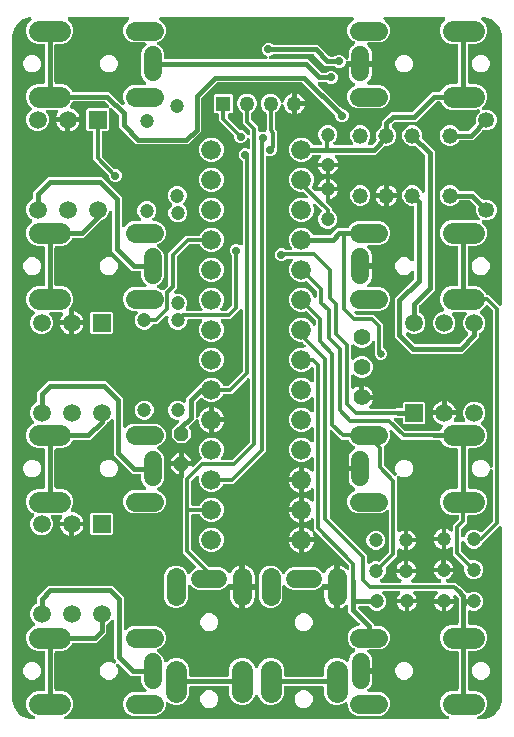
<source format=gtl>
G04 EAGLE Gerber RS-274X export*
G75*
%MOMM*%
%FSLAX34Y34*%
%LPD*%
%INTop Copper*%
%IPPOS*%
%AMOC8*
5,1,8,0,0,1.08239X$1,22.5*%
G01*
%ADD10C,1.200000*%
%ADD11C,1.320000*%
%ADD12R,1.500000X1.500000*%
%ADD13C,1.500000*%
%ADD14C,1.500000*%
%ADD15C,1.600000*%
%ADD16C,1.800000*%
%ADD17C,1.422400*%
%ADD18C,1.350000*%
%ADD19C,1.676400*%
%ADD20P,1.319650X8X292.500000*%
%ADD21R,1.270000X1.270000*%
%ADD22C,1.270000*%
%ADD23C,0.704800*%
%ADD24C,0.654800*%
%ADD25C,0.300000*%
%ADD26C,0.400000*%

G36*
X21308Y2742D02*
X21308Y2742D01*
X21361Y2739D01*
X21480Y2762D01*
X21600Y2776D01*
X21649Y2793D01*
X21700Y2803D01*
X21811Y2852D01*
X21925Y2893D01*
X21969Y2922D01*
X22017Y2943D01*
X22113Y3016D01*
X22215Y3082D01*
X22251Y3120D01*
X22292Y3151D01*
X22370Y3245D01*
X22453Y3332D01*
X22480Y3377D01*
X22513Y3417D01*
X22567Y3526D01*
X22628Y3630D01*
X22644Y3680D01*
X22667Y3727D01*
X22695Y3845D01*
X22730Y3961D01*
X22734Y4013D01*
X22746Y4064D01*
X22746Y4185D01*
X22754Y4306D01*
X22746Y4357D01*
X22745Y4409D01*
X22718Y4527D01*
X22698Y4647D01*
X22678Y4695D01*
X22666Y4746D01*
X22612Y4854D01*
X22565Y4966D01*
X22535Y5008D01*
X22511Y5055D01*
X22434Y5148D01*
X22363Y5246D01*
X22323Y5281D01*
X22290Y5321D01*
X22194Y5394D01*
X22102Y5473D01*
X22056Y5497D01*
X22014Y5529D01*
X21830Y5620D01*
X19769Y6474D01*
X16674Y9569D01*
X14999Y13612D01*
X14999Y17988D01*
X16674Y22031D01*
X19769Y25126D01*
X23812Y26801D01*
X29500Y26801D01*
X29535Y26805D01*
X29571Y26802D01*
X29707Y26825D01*
X29843Y26841D01*
X29877Y26853D01*
X29912Y26858D01*
X30039Y26911D01*
X30169Y26958D01*
X30198Y26977D01*
X30231Y26991D01*
X30343Y27072D01*
X30458Y27147D01*
X30483Y27173D01*
X30511Y27193D01*
X30602Y27297D01*
X30697Y27397D01*
X30715Y27428D01*
X30738Y27454D01*
X30802Y27577D01*
X30872Y27695D01*
X30882Y27729D01*
X30899Y27761D01*
X30933Y27894D01*
X30974Y28026D01*
X30976Y28061D01*
X30985Y28095D01*
X30999Y28300D01*
X30999Y59300D01*
X30995Y59335D01*
X30998Y59371D01*
X30975Y59507D01*
X30959Y59643D01*
X30947Y59677D01*
X30942Y59712D01*
X30889Y59839D01*
X30842Y59969D01*
X30823Y59998D01*
X30809Y60031D01*
X30728Y60143D01*
X30653Y60258D01*
X30627Y60283D01*
X30607Y60311D01*
X30503Y60402D01*
X30403Y60497D01*
X30372Y60515D01*
X30346Y60538D01*
X30223Y60602D01*
X30105Y60672D01*
X30071Y60682D01*
X30039Y60699D01*
X29906Y60733D01*
X29774Y60774D01*
X29739Y60776D01*
X29705Y60785D01*
X29500Y60799D01*
X23812Y60799D01*
X19769Y62474D01*
X16674Y65569D01*
X14999Y69612D01*
X14999Y73988D01*
X16674Y78031D01*
X19769Y81126D01*
X21799Y81967D01*
X21936Y82043D01*
X22073Y82116D01*
X22086Y82127D01*
X22101Y82135D01*
X22217Y82241D01*
X22334Y82343D01*
X22344Y82357D01*
X22356Y82368D01*
X22444Y82497D01*
X22536Y82624D01*
X22542Y82640D01*
X22552Y82653D01*
X22608Y82798D01*
X22668Y82943D01*
X22670Y82960D01*
X22676Y82976D01*
X22698Y83130D01*
X22723Y83285D01*
X22722Y83302D01*
X22724Y83318D01*
X22709Y83473D01*
X22698Y83630D01*
X22693Y83646D01*
X22692Y83663D01*
X22642Y83810D01*
X22596Y83960D01*
X22587Y83974D01*
X22582Y83990D01*
X22499Y84123D01*
X22420Y84257D01*
X22406Y84274D01*
X22399Y84284D01*
X22379Y84304D01*
X22285Y84412D01*
X20079Y86618D01*
X18633Y90110D01*
X18633Y93890D01*
X20079Y97382D01*
X22752Y100054D01*
X23207Y100243D01*
X23284Y100286D01*
X23364Y100319D01*
X23434Y100369D01*
X23509Y100411D01*
X23574Y100470D01*
X23645Y100521D01*
X23701Y100586D01*
X23765Y100644D01*
X23814Y100716D01*
X23871Y100783D01*
X23911Y100859D01*
X23960Y100930D01*
X23991Y101011D01*
X24032Y101089D01*
X24054Y101172D01*
X24085Y101252D01*
X24097Y101338D01*
X24119Y101423D01*
X24128Y101567D01*
X24132Y101594D01*
X24131Y101606D01*
X24133Y101628D01*
X24133Y106691D01*
X33443Y116001D01*
X88057Y116001D01*
X97501Y106557D01*
X97501Y80063D01*
X97513Y79960D01*
X97515Y79855D01*
X97533Y79789D01*
X97541Y79720D01*
X97576Y79622D01*
X97602Y79521D01*
X97635Y79460D01*
X97658Y79395D01*
X97715Y79307D01*
X97764Y79215D01*
X97809Y79163D01*
X97847Y79105D01*
X97922Y79033D01*
X97991Y78955D01*
X98047Y78914D01*
X98097Y78867D01*
X98187Y78814D01*
X98272Y78753D01*
X98336Y78726D01*
X98395Y78692D01*
X98495Y78661D01*
X98591Y78621D01*
X98660Y78610D01*
X98726Y78589D01*
X98830Y78582D01*
X98933Y78566D01*
X99002Y78571D01*
X99071Y78566D01*
X99173Y78583D01*
X99278Y78590D01*
X99344Y78611D01*
X99412Y78622D01*
X99508Y78662D01*
X99608Y78693D01*
X99667Y78728D01*
X99731Y78754D01*
X99815Y78815D01*
X99905Y78868D01*
X99984Y78937D01*
X100011Y78957D01*
X100026Y78974D01*
X100060Y79003D01*
X101335Y80278D01*
X105011Y81801D01*
X124989Y81801D01*
X128665Y80278D01*
X131478Y77465D01*
X133001Y73789D01*
X133001Y69811D01*
X131478Y66135D01*
X128665Y63322D01*
X126578Y62457D01*
X126487Y62407D01*
X126392Y62364D01*
X126337Y62323D01*
X126276Y62289D01*
X126199Y62219D01*
X126116Y62156D01*
X126072Y62103D01*
X126021Y62056D01*
X125962Y61970D01*
X125895Y61890D01*
X125864Y61828D01*
X125825Y61771D01*
X125788Y61674D01*
X125741Y61580D01*
X125726Y61513D01*
X125701Y61448D01*
X125686Y61345D01*
X125662Y61244D01*
X125663Y61174D01*
X125653Y61106D01*
X125663Y61002D01*
X125663Y60898D01*
X125679Y60830D01*
X125685Y60762D01*
X125718Y60663D01*
X125742Y60561D01*
X125773Y60499D01*
X125795Y60434D01*
X125850Y60345D01*
X125897Y60252D01*
X125941Y60199D01*
X125978Y60140D01*
X126052Y60066D01*
X126118Y59986D01*
X126173Y59945D01*
X126222Y59896D01*
X126311Y59841D01*
X126394Y59778D01*
X126488Y59732D01*
X126517Y59714D01*
X126538Y59707D01*
X126578Y59687D01*
X127382Y59354D01*
X130054Y56682D01*
X131501Y53190D01*
X131501Y52678D01*
X131513Y52574D01*
X131515Y52470D01*
X131533Y52403D01*
X131541Y52334D01*
X131576Y52236D01*
X131602Y52135D01*
X131635Y52074D01*
X131658Y52009D01*
X131715Y51922D01*
X131764Y51829D01*
X131809Y51777D01*
X131847Y51719D01*
X131922Y51647D01*
X131991Y51569D01*
X132047Y51528D01*
X132097Y51481D01*
X132187Y51428D01*
X132272Y51367D01*
X132336Y51341D01*
X132395Y51306D01*
X132495Y51275D01*
X132591Y51235D01*
X132660Y51224D01*
X132726Y51204D01*
X132830Y51197D01*
X132933Y51180D01*
X133002Y51185D01*
X133071Y51180D01*
X133173Y51197D01*
X133278Y51204D01*
X133344Y51225D01*
X133412Y51236D01*
X133508Y51276D01*
X133608Y51307D01*
X133667Y51342D01*
X133731Y51369D01*
X133816Y51430D01*
X133905Y51483D01*
X133984Y51551D01*
X134011Y51571D01*
X134026Y51588D01*
X134060Y51617D01*
X135769Y53326D01*
X139812Y55001D01*
X144188Y55001D01*
X148231Y53326D01*
X151326Y50231D01*
X153001Y46188D01*
X153001Y40500D01*
X153005Y40465D01*
X153002Y40429D01*
X153025Y40293D01*
X153041Y40157D01*
X153053Y40123D01*
X153058Y40088D01*
X153111Y39961D01*
X153158Y39831D01*
X153177Y39802D01*
X153191Y39769D01*
X153272Y39657D01*
X153347Y39542D01*
X153373Y39517D01*
X153393Y39489D01*
X153497Y39398D01*
X153597Y39303D01*
X153628Y39285D01*
X153654Y39262D01*
X153777Y39198D01*
X153895Y39128D01*
X153929Y39118D01*
X153961Y39101D01*
X154094Y39067D01*
X154226Y39026D01*
X154261Y39024D01*
X154295Y39015D01*
X154500Y39001D01*
X185500Y39001D01*
X185535Y39005D01*
X185571Y39002D01*
X185707Y39025D01*
X185843Y39041D01*
X185877Y39053D01*
X185912Y39058D01*
X186039Y39111D01*
X186169Y39158D01*
X186198Y39177D01*
X186231Y39191D01*
X186343Y39272D01*
X186458Y39347D01*
X186483Y39373D01*
X186511Y39393D01*
X186602Y39497D01*
X186697Y39597D01*
X186715Y39628D01*
X186738Y39654D01*
X186802Y39777D01*
X186872Y39895D01*
X186882Y39929D01*
X186899Y39961D01*
X186933Y40094D01*
X186974Y40226D01*
X186976Y40261D01*
X186985Y40295D01*
X186999Y40500D01*
X186999Y46188D01*
X188674Y50231D01*
X191769Y53326D01*
X195812Y55001D01*
X200188Y55001D01*
X204231Y53326D01*
X207326Y50231D01*
X208615Y47120D01*
X208658Y47043D01*
X208683Y46982D01*
X208691Y46970D01*
X208708Y46933D01*
X208749Y46878D01*
X208783Y46818D01*
X208853Y46741D01*
X208916Y46657D01*
X208970Y46613D01*
X209016Y46562D01*
X209102Y46503D01*
X209182Y46437D01*
X209244Y46406D01*
X209301Y46367D01*
X209399Y46329D01*
X209492Y46283D01*
X209559Y46267D01*
X209624Y46242D01*
X209727Y46228D01*
X209829Y46204D01*
X209898Y46204D01*
X209966Y46195D01*
X210070Y46204D01*
X210174Y46204D01*
X210242Y46220D01*
X210311Y46227D01*
X210409Y46260D01*
X210511Y46284D01*
X210573Y46315D01*
X210638Y46337D01*
X210727Y46392D01*
X210820Y46438D01*
X210873Y46483D01*
X210932Y46519D01*
X211006Y46593D01*
X211086Y46660D01*
X211128Y46715D01*
X211176Y46764D01*
X211205Y46810D01*
X211208Y46815D01*
X211231Y46853D01*
X211294Y46936D01*
X211340Y47029D01*
X211358Y47058D01*
X211365Y47079D01*
X211377Y47103D01*
X211380Y47109D01*
X211381Y47111D01*
X211385Y47120D01*
X212674Y50231D01*
X215769Y53326D01*
X219812Y55001D01*
X224188Y55001D01*
X228231Y53326D01*
X231326Y50231D01*
X233001Y46188D01*
X233001Y40500D01*
X233005Y40465D01*
X233002Y40429D01*
X233025Y40293D01*
X233041Y40157D01*
X233053Y40123D01*
X233058Y40088D01*
X233111Y39961D01*
X233158Y39831D01*
X233177Y39802D01*
X233191Y39769D01*
X233272Y39657D01*
X233347Y39542D01*
X233373Y39517D01*
X233393Y39489D01*
X233497Y39398D01*
X233597Y39303D01*
X233628Y39285D01*
X233654Y39262D01*
X233777Y39198D01*
X233895Y39128D01*
X233929Y39118D01*
X233961Y39101D01*
X234094Y39067D01*
X234226Y39026D01*
X234261Y39024D01*
X234295Y39015D01*
X234500Y39001D01*
X265500Y39001D01*
X265535Y39005D01*
X265571Y39002D01*
X265707Y39025D01*
X265843Y39041D01*
X265877Y39053D01*
X265912Y39058D01*
X266039Y39111D01*
X266169Y39158D01*
X266198Y39177D01*
X266231Y39191D01*
X266343Y39272D01*
X266458Y39347D01*
X266483Y39373D01*
X266511Y39393D01*
X266602Y39497D01*
X266697Y39597D01*
X266715Y39628D01*
X266738Y39654D01*
X266802Y39777D01*
X266872Y39895D01*
X266882Y39929D01*
X266899Y39961D01*
X266933Y40094D01*
X266974Y40226D01*
X266976Y40261D01*
X266985Y40295D01*
X266999Y40500D01*
X266999Y46188D01*
X268674Y50231D01*
X271769Y53326D01*
X275812Y55001D01*
X280188Y55001D01*
X284231Y53326D01*
X285597Y51960D01*
X285722Y51862D01*
X285845Y51760D01*
X285857Y51754D01*
X285868Y51746D01*
X286012Y51678D01*
X286155Y51608D01*
X286169Y51605D01*
X286181Y51599D01*
X286337Y51566D01*
X286492Y51530D01*
X286506Y51530D01*
X286519Y51528D01*
X286679Y51531D01*
X286838Y51532D01*
X286851Y51536D01*
X286865Y51536D01*
X287019Y51576D01*
X287174Y51613D01*
X287186Y51620D01*
X287199Y51623D01*
X287340Y51697D01*
X287483Y51769D01*
X287493Y51778D01*
X287505Y51784D01*
X287625Y51889D01*
X287748Y51992D01*
X287756Y52003D01*
X287766Y52012D01*
X287858Y52140D01*
X287954Y52269D01*
X287960Y52281D01*
X287968Y52292D01*
X288028Y52439D01*
X288092Y52586D01*
X288096Y52603D01*
X288099Y52612D01*
X288103Y52636D01*
X288138Y52786D01*
X288306Y53851D01*
X288795Y55354D01*
X289512Y56762D01*
X290441Y58041D01*
X291559Y59159D01*
X292837Y60088D01*
X293029Y60185D01*
X293067Y60210D01*
X293108Y60229D01*
X293210Y60306D01*
X293317Y60376D01*
X293348Y60410D01*
X293384Y60437D01*
X293466Y60535D01*
X293553Y60629D01*
X293576Y60668D01*
X293605Y60703D01*
X293662Y60818D01*
X293725Y60928D01*
X293738Y60972D01*
X293759Y61013D01*
X293788Y61137D01*
X293824Y61260D01*
X293827Y61305D01*
X293837Y61350D01*
X293837Y61477D01*
X293845Y61605D01*
X293837Y61650D01*
X293837Y61695D01*
X293808Y61820D01*
X293786Y61946D01*
X293768Y61987D01*
X293758Y62032D01*
X293700Y62146D01*
X293650Y62264D01*
X293623Y62300D01*
X293603Y62341D01*
X293521Y62439D01*
X293446Y62542D01*
X293411Y62572D01*
X293382Y62607D01*
X293280Y62684D01*
X293182Y62766D01*
X293142Y62787D01*
X293105Y62815D01*
X292922Y62906D01*
X291435Y63522D01*
X288622Y66335D01*
X287099Y70011D01*
X287099Y73989D01*
X288622Y77665D01*
X291435Y80478D01*
X295111Y82001D01*
X295922Y82001D01*
X296025Y82013D01*
X296130Y82015D01*
X296197Y82033D01*
X296265Y82041D01*
X296363Y82076D01*
X296464Y82102D01*
X296525Y82135D01*
X296591Y82158D01*
X296678Y82215D01*
X296770Y82264D01*
X296822Y82309D01*
X296880Y82347D01*
X296952Y82422D01*
X297031Y82491D01*
X297071Y82547D01*
X297119Y82597D01*
X297172Y82687D01*
X297232Y82772D01*
X297259Y82836D01*
X297294Y82895D01*
X297325Y82995D01*
X297364Y83091D01*
X297375Y83160D01*
X297396Y83226D01*
X297403Y83330D01*
X297420Y83433D01*
X297415Y83502D01*
X297419Y83571D01*
X297403Y83673D01*
X297395Y83778D01*
X297375Y83844D01*
X297363Y83912D01*
X297324Y84008D01*
X297292Y84108D01*
X297257Y84167D01*
X297231Y84231D01*
X297170Y84316D01*
X297117Y84405D01*
X297048Y84484D01*
X297029Y84511D01*
X297012Y84526D01*
X296982Y84560D01*
X287899Y93643D01*
X287899Y98373D01*
X287887Y98477D01*
X287885Y98581D01*
X287867Y98648D01*
X287859Y98716D01*
X287824Y98814D01*
X287798Y98915D01*
X287765Y98977D01*
X287742Y99042D01*
X287685Y99129D01*
X287636Y99221D01*
X287591Y99273D01*
X287553Y99331D01*
X287478Y99403D01*
X287409Y99482D01*
X287353Y99522D01*
X287303Y99570D01*
X287213Y99623D01*
X287128Y99683D01*
X287064Y99710D01*
X287005Y99745D01*
X286905Y99776D01*
X286809Y99815D01*
X286740Y99826D01*
X286674Y99847D01*
X286570Y99854D01*
X286467Y99871D01*
X286398Y99866D01*
X286329Y99871D01*
X286227Y99854D01*
X286122Y99846D01*
X286056Y99826D01*
X285988Y99815D01*
X285892Y99775D01*
X285792Y99744D01*
X285733Y99708D01*
X285669Y99682D01*
X285584Y99621D01*
X285495Y99568D01*
X285416Y99499D01*
X285389Y99480D01*
X285374Y99463D01*
X285340Y99433D01*
X284867Y98960D01*
X283525Y97985D01*
X282046Y97232D01*
X280499Y96729D01*
X280499Y114000D01*
X280495Y114035D01*
X280498Y114070D01*
X280475Y114206D01*
X280459Y114343D01*
X280447Y114377D01*
X280442Y114412D01*
X280389Y114538D01*
X280342Y114668D01*
X280323Y114698D01*
X280309Y114731D01*
X280228Y114843D01*
X280153Y114958D01*
X280127Y114982D01*
X280110Y115006D01*
X280197Y115097D01*
X280215Y115128D01*
X280238Y115155D01*
X280302Y115277D01*
X280372Y115395D01*
X280382Y115429D01*
X280399Y115461D01*
X280433Y115594D01*
X280474Y115726D01*
X280476Y115761D01*
X280485Y115796D01*
X280499Y116000D01*
X280499Y133271D01*
X282046Y132768D01*
X283525Y132015D01*
X284867Y131040D01*
X286040Y129867D01*
X286122Y129802D01*
X286197Y129730D01*
X286257Y129695D01*
X286311Y129652D01*
X286405Y129608D01*
X286495Y129555D01*
X286561Y129535D01*
X286624Y129505D01*
X286726Y129484D01*
X286826Y129453D01*
X286895Y129448D01*
X286962Y129434D01*
X287066Y129437D01*
X287171Y129429D01*
X287239Y129441D01*
X287308Y129442D01*
X287409Y129469D01*
X287512Y129485D01*
X287576Y129512D01*
X287642Y129529D01*
X287735Y129578D01*
X287831Y129618D01*
X287887Y129658D01*
X287948Y129691D01*
X288027Y129759D01*
X288111Y129820D01*
X288157Y129873D01*
X288209Y129918D01*
X288270Y130003D01*
X288338Y130081D01*
X288370Y130143D01*
X288411Y130199D01*
X288450Y130295D01*
X288499Y130388D01*
X288516Y130455D01*
X288542Y130518D01*
X288559Y130621D01*
X288585Y130722D01*
X288592Y130826D01*
X288598Y130860D01*
X288596Y130882D01*
X288599Y130927D01*
X288599Y132629D01*
X288583Y132767D01*
X288573Y132906D01*
X288563Y132939D01*
X288559Y132972D01*
X288512Y133103D01*
X288471Y133237D01*
X288453Y133266D01*
X288442Y133298D01*
X288366Y133414D01*
X288295Y133534D01*
X288265Y133568D01*
X288253Y133587D01*
X288229Y133610D01*
X288160Y133689D01*
X260102Y161747D01*
X260015Y161816D01*
X259934Y161892D01*
X259880Y161923D01*
X259831Y161962D01*
X259730Y162009D01*
X259634Y162064D01*
X259574Y162082D01*
X259518Y162109D01*
X259409Y162132D01*
X259303Y162163D01*
X259241Y162167D01*
X259180Y162180D01*
X259069Y162177D01*
X258958Y162184D01*
X258896Y162173D01*
X258834Y162172D01*
X258727Y162144D01*
X258617Y162125D01*
X258560Y162100D01*
X258499Y162085D01*
X258401Y162033D01*
X258299Y161989D01*
X258249Y161952D01*
X258194Y161923D01*
X258110Y161850D01*
X258021Y161785D01*
X257980Y161737D01*
X257933Y161696D01*
X257868Y161606D01*
X257796Y161521D01*
X257768Y161466D01*
X257731Y161415D01*
X257689Y161313D01*
X257638Y161214D01*
X257623Y161153D01*
X257599Y161096D01*
X257582Y160986D01*
X257555Y160878D01*
X257554Y160816D01*
X257544Y160754D01*
X257552Y160644D01*
X257551Y160533D01*
X257564Y160472D01*
X257569Y160410D01*
X257602Y160303D01*
X257626Y160195D01*
X257661Y160111D01*
X257671Y160079D01*
X257684Y160057D01*
X257706Y160006D01*
X258222Y158993D01*
X258754Y157358D01*
X258837Y156831D01*
X250131Y156831D01*
X250131Y165537D01*
X250658Y165454D01*
X252293Y164922D01*
X253825Y164142D01*
X255216Y163131D01*
X256140Y162207D01*
X256222Y162142D01*
X256297Y162070D01*
X256357Y162035D01*
X256411Y161993D01*
X256506Y161948D01*
X256595Y161895D01*
X256661Y161875D01*
X256724Y161846D01*
X256826Y161824D01*
X256926Y161793D01*
X256995Y161789D01*
X257062Y161774D01*
X257166Y161777D01*
X257271Y161770D01*
X257339Y161781D01*
X257408Y161783D01*
X257509Y161809D01*
X257612Y161826D01*
X257675Y161852D01*
X257742Y161870D01*
X257835Y161918D01*
X257931Y161958D01*
X257987Y161999D01*
X258048Y162031D01*
X258127Y162100D01*
X258211Y162161D01*
X258257Y162213D01*
X258309Y162258D01*
X258370Y162343D01*
X258438Y162422D01*
X258470Y162483D01*
X258511Y162539D01*
X258550Y162635D01*
X258599Y162728D01*
X258616Y162795D01*
X258642Y162859D01*
X258659Y162961D01*
X258685Y163063D01*
X258692Y163167D01*
X258698Y163200D01*
X258696Y163222D01*
X258699Y163267D01*
X258699Y171733D01*
X258687Y171836D01*
X258685Y171941D01*
X258667Y172007D01*
X258659Y172076D01*
X258624Y172174D01*
X258598Y172275D01*
X258565Y172336D01*
X258542Y172401D01*
X258485Y172489D01*
X258436Y172581D01*
X258391Y172633D01*
X258353Y172691D01*
X258278Y172763D01*
X258209Y172842D01*
X258153Y172882D01*
X258103Y172930D01*
X258013Y172982D01*
X257928Y173043D01*
X257864Y173070D01*
X257805Y173105D01*
X257705Y173135D01*
X257609Y173175D01*
X257540Y173186D01*
X257474Y173207D01*
X257370Y173214D01*
X257267Y173230D01*
X257198Y173226D01*
X257129Y173230D01*
X257027Y173213D01*
X256922Y173206D01*
X256856Y173185D01*
X256788Y173174D01*
X256692Y173134D01*
X256592Y173103D01*
X256533Y173068D01*
X256469Y173042D01*
X256384Y172981D01*
X256295Y172928D01*
X256216Y172859D01*
X256189Y172839D01*
X256174Y172823D01*
X256140Y172793D01*
X255216Y171869D01*
X253825Y170858D01*
X252293Y170078D01*
X250658Y169546D01*
X250131Y169463D01*
X250131Y179668D01*
X250128Y179695D01*
X250130Y179718D01*
X250129Y179724D01*
X250130Y179738D01*
X250107Y179874D01*
X250091Y180011D01*
X250079Y180045D01*
X250074Y180080D01*
X250028Y180188D01*
X250031Y180193D01*
X250065Y180326D01*
X250106Y180458D01*
X250108Y180493D01*
X250117Y180528D01*
X250131Y180732D01*
X250131Y190937D01*
X250658Y190854D01*
X252293Y190322D01*
X253825Y189542D01*
X255216Y188531D01*
X256140Y187607D01*
X256222Y187542D01*
X256297Y187470D01*
X256357Y187435D01*
X256411Y187393D01*
X256506Y187348D01*
X256595Y187295D01*
X256661Y187275D01*
X256724Y187246D01*
X256826Y187224D01*
X256926Y187193D01*
X256995Y187189D01*
X257062Y187174D01*
X257166Y187177D01*
X257271Y187170D01*
X257339Y187181D01*
X257408Y187183D01*
X257509Y187209D01*
X257612Y187226D01*
X257675Y187252D01*
X257742Y187270D01*
X257835Y187318D01*
X257931Y187358D01*
X257987Y187399D01*
X258048Y187431D01*
X258127Y187500D01*
X258211Y187561D01*
X258257Y187613D01*
X258309Y187658D01*
X258370Y187743D01*
X258438Y187822D01*
X258470Y187883D01*
X258511Y187939D01*
X258550Y188035D01*
X258599Y188128D01*
X258616Y188195D01*
X258642Y188259D01*
X258659Y188361D01*
X258685Y188463D01*
X258692Y188567D01*
X258698Y188600D01*
X258696Y188622D01*
X258699Y188667D01*
X258699Y197133D01*
X258687Y197236D01*
X258685Y197341D01*
X258667Y197407D01*
X258659Y197476D01*
X258624Y197574D01*
X258598Y197675D01*
X258565Y197736D01*
X258542Y197801D01*
X258485Y197889D01*
X258436Y197981D01*
X258391Y198033D01*
X258353Y198091D01*
X258278Y198163D01*
X258209Y198242D01*
X258153Y198282D01*
X258103Y198330D01*
X258013Y198382D01*
X257928Y198443D01*
X257864Y198470D01*
X257805Y198505D01*
X257705Y198535D01*
X257609Y198575D01*
X257540Y198586D01*
X257474Y198607D01*
X257370Y198614D01*
X257267Y198630D01*
X257198Y198626D01*
X257129Y198630D01*
X257027Y198613D01*
X256922Y198606D01*
X256856Y198585D01*
X256788Y198574D01*
X256692Y198534D01*
X256592Y198503D01*
X256533Y198468D01*
X256469Y198442D01*
X256384Y198381D01*
X256295Y198328D01*
X256216Y198259D01*
X256189Y198239D01*
X256174Y198223D01*
X256140Y198193D01*
X255216Y197269D01*
X253825Y196258D01*
X252293Y195478D01*
X250658Y194946D01*
X250131Y194863D01*
X250131Y205068D01*
X250127Y205103D01*
X250130Y205138D01*
X250107Y205274D01*
X250091Y205411D01*
X250079Y205445D01*
X250074Y205480D01*
X250028Y205588D01*
X250031Y205593D01*
X250065Y205726D01*
X250106Y205858D01*
X250108Y205893D01*
X250117Y205928D01*
X250131Y206132D01*
X250131Y216337D01*
X250658Y216254D01*
X252293Y215722D01*
X253825Y214942D01*
X255216Y213931D01*
X256140Y213007D01*
X256222Y212942D01*
X256297Y212870D01*
X256357Y212835D01*
X256411Y212793D01*
X256506Y212748D01*
X256595Y212695D01*
X256661Y212675D01*
X256724Y212646D01*
X256826Y212624D01*
X256926Y212593D01*
X256995Y212589D01*
X257062Y212574D01*
X257166Y212577D01*
X257271Y212570D01*
X257339Y212581D01*
X257408Y212583D01*
X257509Y212609D01*
X257612Y212626D01*
X257675Y212652D01*
X257742Y212670D01*
X257835Y212718D01*
X257931Y212758D01*
X257987Y212799D01*
X258048Y212831D01*
X258127Y212900D01*
X258211Y212961D01*
X258257Y213013D01*
X258309Y213058D01*
X258370Y213143D01*
X258438Y213222D01*
X258470Y213283D01*
X258511Y213339D01*
X258550Y213435D01*
X258599Y213528D01*
X258616Y213595D01*
X258642Y213659D01*
X258659Y213761D01*
X258685Y213863D01*
X258692Y213967D01*
X258698Y214000D01*
X258696Y214022D01*
X258699Y214067D01*
X258699Y223296D01*
X258687Y223400D01*
X258685Y223504D01*
X258667Y223571D01*
X258659Y223640D01*
X258624Y223738D01*
X258598Y223839D01*
X258565Y223900D01*
X258542Y223965D01*
X258485Y224052D01*
X258436Y224145D01*
X258391Y224197D01*
X258353Y224255D01*
X258278Y224327D01*
X258209Y224405D01*
X258153Y224446D01*
X258103Y224493D01*
X258013Y224546D01*
X257928Y224607D01*
X257864Y224633D01*
X257805Y224668D01*
X257705Y224699D01*
X257609Y224739D01*
X257540Y224750D01*
X257474Y224770D01*
X257370Y224777D01*
X257267Y224794D01*
X257198Y224789D01*
X257129Y224794D01*
X257027Y224777D01*
X256922Y224770D01*
X256856Y224749D01*
X256788Y224738D01*
X256692Y224698D01*
X256592Y224667D01*
X256533Y224632D01*
X256469Y224605D01*
X256384Y224544D01*
X256295Y224491D01*
X256216Y224423D01*
X256189Y224403D01*
X256174Y224386D01*
X256140Y224357D01*
X253981Y222198D01*
X250165Y220617D01*
X246035Y220617D01*
X242219Y222198D01*
X239298Y225119D01*
X237717Y228935D01*
X237717Y233065D01*
X239298Y236881D01*
X242219Y239802D01*
X246035Y241383D01*
X250165Y241383D01*
X253981Y239802D01*
X256140Y237643D01*
X256222Y237579D01*
X256297Y237507D01*
X256357Y237472D01*
X256411Y237429D01*
X256505Y237384D01*
X256595Y237332D01*
X256661Y237311D01*
X256724Y237282D01*
X256826Y237260D01*
X256926Y237230D01*
X256995Y237225D01*
X257062Y237211D01*
X257166Y237213D01*
X257271Y237206D01*
X257339Y237217D01*
X257408Y237219D01*
X257509Y237245D01*
X257612Y237262D01*
X257676Y237289D01*
X257742Y237306D01*
X257835Y237355D01*
X257931Y237395D01*
X257987Y237435D01*
X258048Y237467D01*
X258127Y237536D01*
X258211Y237597D01*
X258257Y237649D01*
X258309Y237695D01*
X258370Y237779D01*
X258438Y237858D01*
X258470Y237919D01*
X258511Y237975D01*
X258550Y238072D01*
X258599Y238164D01*
X258616Y238231D01*
X258642Y238295D01*
X258659Y238398D01*
X258685Y238499D01*
X258692Y238603D01*
X258698Y238636D01*
X258696Y238659D01*
X258699Y238704D01*
X258699Y248696D01*
X258687Y248800D01*
X258685Y248904D01*
X258667Y248971D01*
X258659Y249040D01*
X258624Y249138D01*
X258598Y249239D01*
X258565Y249300D01*
X258542Y249365D01*
X258485Y249452D01*
X258436Y249545D01*
X258391Y249597D01*
X258353Y249655D01*
X258278Y249727D01*
X258209Y249805D01*
X258153Y249846D01*
X258103Y249893D01*
X258013Y249946D01*
X257928Y250007D01*
X257864Y250033D01*
X257805Y250068D01*
X257705Y250099D01*
X257609Y250139D01*
X257540Y250150D01*
X257474Y250170D01*
X257370Y250177D01*
X257267Y250194D01*
X257198Y250189D01*
X257129Y250194D01*
X257027Y250177D01*
X256922Y250170D01*
X256856Y250149D01*
X256788Y250138D01*
X256692Y250098D01*
X256592Y250067D01*
X256533Y250032D01*
X256469Y250005D01*
X256384Y249944D01*
X256295Y249891D01*
X256216Y249823D01*
X256189Y249803D01*
X256174Y249786D01*
X256140Y249757D01*
X253981Y247598D01*
X250165Y246017D01*
X246035Y246017D01*
X242219Y247598D01*
X239298Y250519D01*
X237717Y254335D01*
X237717Y258465D01*
X239298Y262281D01*
X242219Y265202D01*
X246035Y266783D01*
X250165Y266783D01*
X253981Y265202D01*
X256140Y263043D01*
X256222Y262979D01*
X256297Y262907D01*
X256357Y262872D01*
X256411Y262829D01*
X256505Y262784D01*
X256595Y262732D01*
X256661Y262711D01*
X256724Y262682D01*
X256826Y262660D01*
X256926Y262630D01*
X256995Y262625D01*
X257062Y262611D01*
X257166Y262613D01*
X257271Y262606D01*
X257339Y262617D01*
X257408Y262619D01*
X257509Y262645D01*
X257612Y262662D01*
X257676Y262689D01*
X257742Y262706D01*
X257835Y262755D01*
X257931Y262795D01*
X257987Y262835D01*
X258048Y262867D01*
X258127Y262936D01*
X258211Y262997D01*
X258257Y263049D01*
X258309Y263095D01*
X258370Y263179D01*
X258438Y263258D01*
X258470Y263319D01*
X258511Y263375D01*
X258550Y263472D01*
X258599Y263564D01*
X258616Y263631D01*
X258642Y263695D01*
X258659Y263798D01*
X258685Y263899D01*
X258692Y264003D01*
X258698Y264036D01*
X258696Y264059D01*
X258699Y264104D01*
X258699Y274096D01*
X258687Y274200D01*
X258685Y274304D01*
X258667Y274371D01*
X258659Y274440D01*
X258624Y274538D01*
X258598Y274639D01*
X258565Y274700D01*
X258542Y274765D01*
X258485Y274852D01*
X258436Y274945D01*
X258391Y274997D01*
X258353Y275055D01*
X258278Y275127D01*
X258209Y275205D01*
X258153Y275246D01*
X258103Y275293D01*
X258013Y275346D01*
X257928Y275407D01*
X257864Y275433D01*
X257805Y275468D01*
X257705Y275499D01*
X257609Y275539D01*
X257540Y275550D01*
X257474Y275570D01*
X257370Y275577D01*
X257267Y275594D01*
X257198Y275589D01*
X257129Y275594D01*
X257027Y275577D01*
X256922Y275570D01*
X256856Y275549D01*
X256788Y275538D01*
X256692Y275498D01*
X256592Y275467D01*
X256533Y275432D01*
X256469Y275405D01*
X256384Y275344D01*
X256295Y275291D01*
X256216Y275223D01*
X256189Y275203D01*
X256174Y275186D01*
X256140Y275157D01*
X253981Y272998D01*
X250165Y271417D01*
X246035Y271417D01*
X242219Y272998D01*
X239298Y275919D01*
X237717Y279735D01*
X237717Y283865D01*
X239298Y287681D01*
X242219Y290602D01*
X246035Y292183D01*
X250165Y292183D01*
X253981Y290602D01*
X256140Y288443D01*
X256222Y288379D01*
X256297Y288307D01*
X256357Y288272D01*
X256411Y288229D01*
X256505Y288184D01*
X256595Y288132D01*
X256661Y288111D01*
X256724Y288082D01*
X256826Y288060D01*
X256926Y288030D01*
X256995Y288025D01*
X257062Y288011D01*
X257166Y288013D01*
X257271Y288006D01*
X257339Y288017D01*
X257408Y288019D01*
X257509Y288045D01*
X257612Y288062D01*
X257676Y288089D01*
X257742Y288106D01*
X257835Y288155D01*
X257931Y288195D01*
X257987Y288235D01*
X258048Y288267D01*
X258127Y288336D01*
X258211Y288397D01*
X258257Y288449D01*
X258309Y288495D01*
X258370Y288579D01*
X258438Y288658D01*
X258470Y288719D01*
X258511Y288775D01*
X258550Y288872D01*
X258599Y288964D01*
X258616Y289031D01*
X258642Y289095D01*
X258659Y289198D01*
X258685Y289299D01*
X258692Y289403D01*
X258698Y289436D01*
X258696Y289459D01*
X258699Y289504D01*
X258699Y299496D01*
X258687Y299600D01*
X258685Y299704D01*
X258667Y299771D01*
X258659Y299840D01*
X258624Y299938D01*
X258598Y300039D01*
X258565Y300100D01*
X258542Y300165D01*
X258485Y300252D01*
X258436Y300345D01*
X258391Y300397D01*
X258353Y300455D01*
X258278Y300527D01*
X258209Y300605D01*
X258153Y300646D01*
X258103Y300693D01*
X258013Y300746D01*
X257928Y300807D01*
X257864Y300833D01*
X257805Y300868D01*
X257705Y300899D01*
X257609Y300939D01*
X257540Y300950D01*
X257474Y300970D01*
X257370Y300977D01*
X257267Y300994D01*
X257198Y300989D01*
X257129Y300994D01*
X257027Y300977D01*
X256922Y300970D01*
X256856Y300949D01*
X256788Y300938D01*
X256692Y300898D01*
X256592Y300867D01*
X256533Y300832D01*
X256469Y300805D01*
X256384Y300744D01*
X256295Y300691D01*
X256216Y300623D01*
X256189Y300603D01*
X256174Y300586D01*
X256140Y300557D01*
X253981Y298398D01*
X250165Y296817D01*
X246035Y296817D01*
X242219Y298398D01*
X239298Y301319D01*
X237717Y305135D01*
X237717Y309265D01*
X239298Y313081D01*
X242219Y316002D01*
X246035Y317583D01*
X250147Y317583D01*
X250250Y317595D01*
X250355Y317597D01*
X250422Y317615D01*
X250490Y317623D01*
X250589Y317658D01*
X250689Y317684D01*
X250750Y317717D01*
X250816Y317740D01*
X250903Y317797D01*
X250995Y317846D01*
X251047Y317891D01*
X251105Y317929D01*
X251177Y318004D01*
X251256Y318073D01*
X251296Y318129D01*
X251344Y318179D01*
X251397Y318269D01*
X251458Y318354D01*
X251484Y318418D01*
X251519Y318477D01*
X251550Y318577D01*
X251589Y318673D01*
X251601Y318742D01*
X251621Y318808D01*
X251628Y318912D01*
X251645Y319015D01*
X251640Y319084D01*
X251645Y319153D01*
X251628Y319255D01*
X251620Y319360D01*
X251600Y319426D01*
X251589Y319494D01*
X251549Y319590D01*
X251518Y319690D01*
X251482Y319749D01*
X251456Y319813D01*
X251395Y319898D01*
X251342Y319987D01*
X251273Y320066D01*
X251254Y320093D01*
X251237Y320108D01*
X251207Y320142D01*
X249571Y321778D01*
X249462Y321865D01*
X249357Y321956D01*
X249327Y321972D01*
X249300Y321993D01*
X249174Y322052D01*
X249050Y322117D01*
X249018Y322125D01*
X248987Y322140D01*
X248851Y322168D01*
X248716Y322203D01*
X248671Y322206D01*
X248649Y322211D01*
X248615Y322210D01*
X248511Y322217D01*
X246035Y322217D01*
X242219Y323798D01*
X239298Y326719D01*
X237717Y330535D01*
X237717Y334665D01*
X239298Y338481D01*
X242219Y341402D01*
X246035Y342983D01*
X250165Y342983D01*
X253981Y341402D01*
X256902Y338481D01*
X257565Y336881D01*
X257590Y336835D01*
X257608Y336786D01*
X257674Y336685D01*
X257733Y336579D01*
X257768Y336540D01*
X257797Y336497D01*
X257884Y336413D01*
X257966Y336324D01*
X258009Y336294D01*
X258047Y336258D01*
X258151Y336197D01*
X258251Y336128D01*
X258300Y336109D01*
X258345Y336083D01*
X258461Y336047D01*
X258574Y336004D01*
X258626Y335996D01*
X258676Y335981D01*
X258796Y335973D01*
X258916Y335956D01*
X258968Y335961D01*
X259021Y335957D01*
X259140Y335977D01*
X259261Y335988D01*
X259310Y336005D01*
X259362Y336013D01*
X259473Y336060D01*
X259588Y336098D01*
X259633Y336126D01*
X259681Y336146D01*
X259779Y336217D01*
X259882Y336281D01*
X259919Y336318D01*
X259961Y336348D01*
X260041Y336440D01*
X260126Y336525D01*
X260154Y336570D01*
X260188Y336609D01*
X260244Y336716D01*
X260308Y336819D01*
X260325Y336869D01*
X260349Y336915D01*
X260379Y337033D01*
X260417Y337147D01*
X260422Y337199D01*
X260435Y337250D01*
X260449Y337455D01*
X260449Y340079D01*
X260446Y340110D01*
X260448Y340138D01*
X260432Y340231D01*
X260423Y340356D01*
X260413Y340389D01*
X260409Y340422D01*
X260394Y340466D01*
X260392Y340479D01*
X260372Y340526D01*
X260362Y340553D01*
X260321Y340687D01*
X260303Y340716D01*
X260292Y340748D01*
X260216Y340864D01*
X260145Y340984D01*
X260115Y341018D01*
X260103Y341037D01*
X260079Y341060D01*
X260010Y341139D01*
X253254Y347895D01*
X253186Y347949D01*
X253124Y348011D01*
X253051Y348056D01*
X252983Y348110D01*
X252904Y348147D01*
X252829Y348193D01*
X252748Y348220D01*
X252670Y348257D01*
X252584Y348275D01*
X252501Y348302D01*
X252416Y348310D01*
X252332Y348328D01*
X252244Y348326D01*
X252157Y348334D01*
X252072Y348322D01*
X251986Y348320D01*
X251901Y348298D01*
X251815Y348285D01*
X251678Y348240D01*
X251652Y348233D01*
X251641Y348227D01*
X251620Y348220D01*
X250165Y347617D01*
X246035Y347617D01*
X242219Y349198D01*
X239298Y352119D01*
X237717Y355935D01*
X237717Y360065D01*
X239298Y363881D01*
X242219Y366802D01*
X246035Y368383D01*
X250165Y368383D01*
X253981Y366802D01*
X256902Y363881D01*
X258215Y360712D01*
X258240Y360666D01*
X258258Y360617D01*
X258324Y360516D01*
X258383Y360410D01*
X258418Y360371D01*
X258447Y360327D01*
X258534Y360244D01*
X258616Y360154D01*
X258659Y360125D01*
X258697Y360089D01*
X258801Y360027D01*
X258901Y359959D01*
X258950Y359940D01*
X258995Y359914D01*
X259111Y359878D01*
X259224Y359834D01*
X259276Y359827D01*
X259326Y359812D01*
X259446Y359803D01*
X259566Y359787D01*
X259618Y359792D01*
X259671Y359788D01*
X259790Y359808D01*
X259911Y359819D01*
X259960Y359835D01*
X260012Y359844D01*
X260124Y359890D01*
X260238Y359929D01*
X260283Y359957D01*
X260331Y359977D01*
X260429Y360047D01*
X260532Y360111D01*
X260569Y360148D01*
X260611Y360179D01*
X260691Y360270D01*
X260776Y360356D01*
X260804Y360401D01*
X260838Y360440D01*
X260894Y360547D01*
X260958Y360650D01*
X260975Y360700D01*
X260999Y360746D01*
X261029Y360863D01*
X261067Y360978D01*
X261072Y361030D01*
X261085Y361081D01*
X261099Y361286D01*
X261099Y365029D01*
X261083Y365167D01*
X261073Y365306D01*
X261063Y365339D01*
X261059Y365372D01*
X261012Y365503D01*
X260971Y365637D01*
X260953Y365666D01*
X260942Y365698D01*
X260866Y365814D01*
X260795Y365934D01*
X260765Y365968D01*
X260753Y365987D01*
X260729Y366010D01*
X260660Y366089D01*
X253396Y373354D01*
X253327Y373408D01*
X253265Y373470D01*
X253192Y373515D01*
X253125Y373568D01*
X253045Y373605D01*
X252971Y373651D01*
X252889Y373679D01*
X252812Y373715D01*
X252726Y373733D01*
X252643Y373761D01*
X252557Y373769D01*
X252473Y373786D01*
X252386Y373784D01*
X252299Y373792D01*
X252214Y373780D01*
X252128Y373778D01*
X252043Y373756D01*
X251956Y373744D01*
X251820Y373698D01*
X251793Y373691D01*
X251783Y373686D01*
X251762Y373679D01*
X250165Y373017D01*
X246035Y373017D01*
X242219Y374598D01*
X239298Y377519D01*
X237717Y381335D01*
X237717Y385465D01*
X239298Y389281D01*
X240357Y390340D01*
X240421Y390422D01*
X240493Y390497D01*
X240528Y390557D01*
X240571Y390611D01*
X240616Y390705D01*
X240668Y390795D01*
X240689Y390861D01*
X240718Y390924D01*
X240740Y391026D01*
X240770Y391126D01*
X240775Y391195D01*
X240789Y391262D01*
X240787Y391366D01*
X240794Y391471D01*
X240783Y391539D01*
X240781Y391608D01*
X240755Y391709D01*
X240738Y391812D01*
X240711Y391876D01*
X240694Y391942D01*
X240645Y392035D01*
X240605Y392131D01*
X240565Y392187D01*
X240533Y392248D01*
X240464Y392327D01*
X240403Y392411D01*
X240351Y392457D01*
X240305Y392509D01*
X240221Y392570D01*
X240142Y392638D01*
X240081Y392670D01*
X240025Y392711D01*
X239928Y392750D01*
X239836Y392799D01*
X239769Y392816D01*
X239705Y392842D01*
X239602Y392859D01*
X239501Y392885D01*
X239397Y392892D01*
X239364Y392898D01*
X239341Y392896D01*
X239296Y392899D01*
X236333Y392899D01*
X236195Y392883D01*
X236056Y392873D01*
X236024Y392863D01*
X235990Y392859D01*
X235859Y392812D01*
X235726Y392771D01*
X235697Y392753D01*
X235665Y392742D01*
X235548Y392666D01*
X235428Y392595D01*
X235394Y392565D01*
X235375Y392553D01*
X235352Y392529D01*
X235273Y392460D01*
X234230Y391416D01*
X232199Y390575D01*
X230001Y390575D01*
X227970Y391416D01*
X226416Y392970D01*
X225575Y395001D01*
X225575Y397199D01*
X226416Y399230D01*
X227970Y400784D01*
X230001Y401625D01*
X232199Y401625D01*
X234230Y400784D01*
X234673Y400340D01*
X234782Y400253D01*
X234888Y400162D01*
X234918Y400146D01*
X234944Y400125D01*
X235070Y400066D01*
X235194Y400001D01*
X235227Y399993D01*
X235257Y399978D01*
X235394Y399950D01*
X235529Y399915D01*
X235574Y399912D01*
X235596Y399907D01*
X235629Y399908D01*
X235733Y399901D01*
X238696Y399901D01*
X238800Y399913D01*
X238904Y399915D01*
X238971Y399933D01*
X239040Y399941D01*
X239138Y399976D01*
X239239Y400002D01*
X239300Y400035D01*
X239365Y400058D01*
X239452Y400115D01*
X239545Y400164D01*
X239597Y400209D01*
X239655Y400247D01*
X239727Y400322D01*
X239805Y400391D01*
X239846Y400447D01*
X239893Y400497D01*
X239946Y400587D01*
X240007Y400672D01*
X240033Y400736D01*
X240068Y400795D01*
X240099Y400895D01*
X240139Y400991D01*
X240150Y401060D01*
X240170Y401126D01*
X240177Y401230D01*
X240194Y401333D01*
X240189Y401402D01*
X240194Y401471D01*
X240177Y401573D01*
X240170Y401678D01*
X240149Y401744D01*
X240138Y401812D01*
X240098Y401908D01*
X240067Y402008D01*
X240032Y402067D01*
X240005Y402131D01*
X239944Y402216D01*
X239891Y402305D01*
X239823Y402384D01*
X239803Y402411D01*
X239786Y402426D01*
X239756Y402460D01*
X239298Y402919D01*
X237717Y406735D01*
X237717Y410865D01*
X239298Y414681D01*
X242219Y417602D01*
X246035Y419183D01*
X250165Y419183D01*
X253981Y417602D01*
X256902Y414681D01*
X257298Y413726D01*
X257340Y413650D01*
X257374Y413569D01*
X257424Y413499D01*
X257466Y413424D01*
X257525Y413360D01*
X257576Y413289D01*
X257641Y413232D01*
X257699Y413169D01*
X257771Y413119D01*
X257837Y413062D01*
X257913Y413022D01*
X257984Y412973D01*
X258066Y412942D01*
X258143Y412901D01*
X258227Y412880D01*
X258307Y412849D01*
X258393Y412837D01*
X258478Y412815D01*
X258622Y412805D01*
X258649Y412801D01*
X258661Y412802D01*
X258683Y412801D01*
X272122Y412801D01*
X272260Y412817D01*
X272399Y412827D01*
X272432Y412837D01*
X272465Y412841D01*
X272596Y412888D01*
X272729Y412929D01*
X272759Y412947D01*
X272790Y412958D01*
X272907Y413034D01*
X273027Y413105D01*
X273061Y413135D01*
X273080Y413147D01*
X273103Y413171D01*
X273182Y413240D01*
X278543Y418601D01*
X286831Y418601D01*
X286918Y418611D01*
X287005Y418611D01*
X287089Y418631D01*
X287174Y418641D01*
X287256Y418670D01*
X287342Y418690D01*
X287419Y418729D01*
X287499Y418758D01*
X287573Y418806D01*
X287651Y418845D01*
X287717Y418900D01*
X287789Y418947D01*
X287849Y419010D01*
X287917Y419066D01*
X287968Y419135D01*
X288028Y419197D01*
X288072Y419273D01*
X288125Y419343D01*
X288189Y419471D01*
X288203Y419495D01*
X288206Y419507D01*
X288216Y419526D01*
X288522Y420265D01*
X291335Y423078D01*
X295011Y424601D01*
X314989Y424601D01*
X318665Y423078D01*
X321478Y420265D01*
X323001Y416589D01*
X323001Y412611D01*
X321478Y408935D01*
X318665Y406122D01*
X314989Y404599D01*
X305245Y404599D01*
X305197Y404594D01*
X305148Y404596D01*
X305026Y404574D01*
X304902Y404559D01*
X304856Y404543D01*
X304808Y404534D01*
X304694Y404484D01*
X304577Y404442D01*
X304536Y404415D01*
X304491Y404396D01*
X304391Y404321D01*
X304287Y404253D01*
X304253Y404218D01*
X304214Y404188D01*
X304134Y404093D01*
X304049Y404003D01*
X304024Y403961D01*
X303992Y403923D01*
X303936Y403812D01*
X303874Y403705D01*
X303859Y403658D01*
X303837Y403614D01*
X303808Y403493D01*
X303772Y403374D01*
X303768Y403325D01*
X303757Y403278D01*
X303756Y403154D01*
X303748Y403029D01*
X303756Y402981D01*
X303756Y402932D01*
X303784Y402811D01*
X303804Y402688D01*
X303823Y402643D01*
X303834Y402595D01*
X303889Y402484D01*
X303937Y402369D01*
X303965Y402329D01*
X303987Y402285D01*
X304066Y402189D01*
X304139Y402089D01*
X304176Y402056D01*
X304207Y402019D01*
X304364Y401887D01*
X304541Y401759D01*
X305659Y400641D01*
X306588Y399362D01*
X307305Y397954D01*
X307794Y396451D01*
X308041Y394890D01*
X308041Y389099D01*
X299000Y389099D01*
X298965Y389095D01*
X298930Y389098D01*
X298794Y389075D01*
X298657Y389059D01*
X298623Y389047D01*
X298588Y389042D01*
X298461Y388989D01*
X298332Y388942D01*
X298302Y388923D01*
X298269Y388909D01*
X298157Y388828D01*
X298042Y388753D01*
X298018Y388727D01*
X297989Y388707D01*
X297898Y388603D01*
X297803Y388503D01*
X297785Y388472D01*
X297762Y388446D01*
X297698Y388323D01*
X297628Y388205D01*
X297618Y388171D01*
X297601Y388139D01*
X297567Y388006D01*
X297526Y387874D01*
X297524Y387839D01*
X297515Y387805D01*
X297501Y387600D01*
X297501Y385600D01*
X297505Y385565D01*
X297503Y385529D01*
X297525Y385393D01*
X297541Y385257D01*
X297553Y385223D01*
X297559Y385188D01*
X297611Y385061D01*
X297658Y384931D01*
X297678Y384902D01*
X297691Y384869D01*
X297772Y384757D01*
X297847Y384642D01*
X297873Y384617D01*
X297894Y384589D01*
X297998Y384498D01*
X298097Y384403D01*
X298128Y384385D01*
X298155Y384362D01*
X298277Y384298D01*
X298395Y384228D01*
X298429Y384218D01*
X298461Y384201D01*
X298594Y384167D01*
X298726Y384126D01*
X298761Y384124D01*
X298796Y384115D01*
X299000Y384101D01*
X308041Y384101D01*
X308041Y378310D01*
X307794Y376749D01*
X307305Y375246D01*
X306588Y373838D01*
X305659Y372559D01*
X304541Y371441D01*
X304364Y371313D01*
X304328Y371280D01*
X304287Y371253D01*
X304201Y371163D01*
X304110Y371079D01*
X304082Y371038D01*
X304049Y371003D01*
X303986Y370896D01*
X303916Y370793D01*
X303898Y370747D01*
X303874Y370705D01*
X303837Y370586D01*
X303793Y370470D01*
X303786Y370421D01*
X303772Y370374D01*
X303763Y370250D01*
X303746Y370127D01*
X303751Y370078D01*
X303748Y370029D01*
X303768Y369907D01*
X303780Y369783D01*
X303796Y369737D01*
X303804Y369688D01*
X303852Y369573D01*
X303892Y369456D01*
X303918Y369414D01*
X303937Y369369D01*
X304009Y369268D01*
X304075Y369163D01*
X304110Y369128D01*
X304139Y369089D01*
X304233Y369007D01*
X304321Y368920D01*
X304363Y368894D01*
X304400Y368862D01*
X304510Y368804D01*
X304616Y368739D01*
X304663Y368724D01*
X304706Y368701D01*
X304826Y368670D01*
X304945Y368631D01*
X304993Y368627D01*
X305041Y368615D01*
X305245Y368601D01*
X314989Y368601D01*
X318665Y367078D01*
X321478Y364265D01*
X323001Y360589D01*
X323001Y356611D01*
X321478Y352935D01*
X318665Y350122D01*
X314989Y348599D01*
X295011Y348599D01*
X294874Y348656D01*
X294824Y348670D01*
X294776Y348692D01*
X294658Y348717D01*
X294541Y348751D01*
X294489Y348753D01*
X294438Y348764D01*
X294317Y348761D01*
X294196Y348766D01*
X294145Y348757D01*
X294092Y348756D01*
X293975Y348725D01*
X293856Y348703D01*
X293808Y348682D01*
X293758Y348668D01*
X293651Y348612D01*
X293540Y348563D01*
X293498Y348531D01*
X293452Y348507D01*
X293361Y348427D01*
X293264Y348355D01*
X293231Y348314D01*
X293191Y348280D01*
X293121Y348182D01*
X293044Y348088D01*
X293020Y348041D01*
X292990Y347999D01*
X292944Y347887D01*
X292890Y347779D01*
X292878Y347728D01*
X292858Y347679D01*
X292838Y347560D01*
X292811Y347442D01*
X292811Y347390D01*
X292802Y347338D01*
X292811Y347217D01*
X292811Y347096D01*
X292823Y347045D01*
X292827Y346993D01*
X292863Y346878D01*
X292891Y346760D01*
X292914Y346713D01*
X292930Y346663D01*
X292991Y346559D01*
X293045Y346451D01*
X293079Y346410D01*
X293105Y346365D01*
X293240Y346211D01*
X293511Y345940D01*
X293620Y345853D01*
X293726Y345762D01*
X293755Y345746D01*
X293782Y345725D01*
X293908Y345666D01*
X294032Y345601D01*
X294064Y345593D01*
X294095Y345578D01*
X294231Y345550D01*
X294366Y345515D01*
X294412Y345512D01*
X294433Y345507D01*
X294467Y345508D01*
X294571Y345501D01*
X308950Y345501D01*
X317301Y337150D01*
X317301Y318082D01*
X317311Y317995D01*
X317311Y317908D01*
X317331Y317824D01*
X317341Y317739D01*
X317370Y317657D01*
X317391Y317571D01*
X317429Y317495D01*
X317458Y317414D01*
X317506Y317340D01*
X317545Y317262D01*
X317600Y317196D01*
X317647Y317124D01*
X317710Y317064D01*
X317766Y316996D01*
X317835Y316945D01*
X317897Y316885D01*
X317973Y316841D01*
X318043Y316789D01*
X318171Y316724D01*
X318195Y316710D01*
X318207Y316707D01*
X318226Y316697D01*
X318288Y316672D01*
X319772Y315188D01*
X320575Y313249D01*
X320575Y311151D01*
X319772Y309212D01*
X318288Y307728D01*
X316349Y306925D01*
X314251Y306925D01*
X312312Y307728D01*
X310828Y309212D01*
X310025Y311151D01*
X310025Y313249D01*
X310185Y313635D01*
X310190Y313653D01*
X310199Y313669D01*
X310238Y313819D01*
X310280Y313968D01*
X310281Y313986D01*
X310285Y314004D01*
X310299Y314209D01*
X310299Y321967D01*
X310293Y322019D01*
X310296Y322071D01*
X310273Y322190D01*
X310259Y322310D01*
X310242Y322359D01*
X310232Y322411D01*
X310183Y322521D01*
X310142Y322635D01*
X310113Y322679D01*
X310092Y322727D01*
X310019Y322824D01*
X309953Y322925D01*
X309915Y322961D01*
X309884Y323003D01*
X309791Y323080D01*
X309703Y323164D01*
X309658Y323190D01*
X309618Y323224D01*
X309509Y323277D01*
X309405Y323339D01*
X309355Y323354D01*
X309308Y323377D01*
X309190Y323405D01*
X309074Y323441D01*
X309022Y323444D01*
X308971Y323456D01*
X308850Y323456D01*
X308729Y323464D01*
X308678Y323456D01*
X308626Y323456D01*
X308508Y323428D01*
X308388Y323408D01*
X308340Y323388D01*
X308289Y323376D01*
X308181Y323322D01*
X308069Y323276D01*
X308027Y323245D01*
X307980Y323222D01*
X307887Y323144D01*
X307789Y323073D01*
X307754Y323034D01*
X307714Y323000D01*
X307641Y322904D01*
X307562Y322812D01*
X307538Y322766D01*
X307506Y322724D01*
X307415Y322540D01*
X306875Y321238D01*
X304312Y318675D01*
X300963Y317287D01*
X297337Y317287D01*
X293988Y318675D01*
X292860Y319803D01*
X292778Y319867D01*
X292703Y319939D01*
X292643Y319974D01*
X292589Y320017D01*
X292495Y320062D01*
X292405Y320114D01*
X292339Y320135D01*
X292276Y320164D01*
X292174Y320186D01*
X292074Y320216D01*
X292005Y320221D01*
X291938Y320235D01*
X291834Y320233D01*
X291729Y320240D01*
X291661Y320229D01*
X291592Y320227D01*
X291491Y320201D01*
X291388Y320184D01*
X291324Y320157D01*
X291258Y320140D01*
X291165Y320091D01*
X291069Y320051D01*
X291013Y320011D01*
X290952Y319979D01*
X290873Y319910D01*
X290789Y319849D01*
X290743Y319797D01*
X290691Y319751D01*
X290630Y319667D01*
X290562Y319588D01*
X290530Y319527D01*
X290489Y319471D01*
X290450Y319374D01*
X290401Y319282D01*
X290384Y319215D01*
X290358Y319151D01*
X290341Y319048D01*
X290315Y318947D01*
X290308Y318843D01*
X290302Y318810D01*
X290304Y318787D01*
X290301Y318742D01*
X290301Y308658D01*
X290313Y308554D01*
X290315Y308450D01*
X290333Y308383D01*
X290341Y308314D01*
X290376Y308216D01*
X290402Y308115D01*
X290435Y308054D01*
X290458Y307989D01*
X290515Y307902D01*
X290564Y307809D01*
X290609Y307757D01*
X290647Y307699D01*
X290722Y307627D01*
X290791Y307549D01*
X290847Y307508D01*
X290897Y307461D01*
X290987Y307408D01*
X291072Y307347D01*
X291136Y307321D01*
X291195Y307286D01*
X291295Y307255D01*
X291391Y307215D01*
X291460Y307204D01*
X291526Y307184D01*
X291630Y307177D01*
X291733Y307160D01*
X291802Y307165D01*
X291871Y307160D01*
X291973Y307177D01*
X292078Y307184D01*
X292144Y307205D01*
X292212Y307216D01*
X292308Y307256D01*
X292408Y307287D01*
X292467Y307322D01*
X292531Y307349D01*
X292615Y307410D01*
X292705Y307463D01*
X292784Y307531D01*
X292811Y307551D01*
X292826Y307568D01*
X292860Y307597D01*
X293988Y308725D01*
X297337Y310113D01*
X300963Y310113D01*
X304312Y308725D01*
X306875Y306162D01*
X308263Y302813D01*
X308263Y299187D01*
X306875Y295838D01*
X304312Y293275D01*
X300963Y291887D01*
X297337Y291887D01*
X293988Y293275D01*
X292860Y294403D01*
X292778Y294467D01*
X292703Y294539D01*
X292643Y294574D01*
X292589Y294617D01*
X292495Y294662D01*
X292405Y294714D01*
X292339Y294735D01*
X292276Y294764D01*
X292174Y294786D01*
X292074Y294816D01*
X292005Y294821D01*
X291938Y294835D01*
X291834Y294833D01*
X291729Y294840D01*
X291661Y294829D01*
X291592Y294827D01*
X291491Y294801D01*
X291388Y294784D01*
X291324Y294757D01*
X291258Y294740D01*
X291165Y294691D01*
X291069Y294651D01*
X291013Y294611D01*
X290952Y294579D01*
X290873Y294510D01*
X290789Y294449D01*
X290743Y294397D01*
X290691Y294351D01*
X290630Y294267D01*
X290562Y294188D01*
X290530Y294127D01*
X290489Y294071D01*
X290450Y293974D01*
X290401Y293882D01*
X290384Y293815D01*
X290358Y293751D01*
X290341Y293648D01*
X290315Y293547D01*
X290308Y293443D01*
X290302Y293410D01*
X290304Y293387D01*
X290301Y293342D01*
X290301Y284021D01*
X290313Y283917D01*
X290315Y283813D01*
X290333Y283746D01*
X290341Y283678D01*
X290376Y283580D01*
X290402Y283479D01*
X290435Y283418D01*
X290458Y283353D01*
X290515Y283265D01*
X290564Y283173D01*
X290609Y283121D01*
X290647Y283063D01*
X290723Y282991D01*
X290791Y282912D01*
X290847Y282872D01*
X290897Y282824D01*
X290987Y282772D01*
X291072Y282711D01*
X291136Y282684D01*
X291195Y282649D01*
X291295Y282619D01*
X291392Y282579D01*
X291460Y282568D01*
X291526Y282547D01*
X291630Y282540D01*
X291733Y282524D01*
X291802Y282528D01*
X291871Y282524D01*
X291974Y282541D01*
X292078Y282548D01*
X292144Y282568D01*
X292212Y282580D01*
X292308Y282620D01*
X292408Y282651D01*
X292467Y282686D01*
X292531Y282712D01*
X292616Y282773D01*
X292706Y282826D01*
X292784Y282895D01*
X292811Y282915D01*
X292826Y282932D01*
X292860Y282961D01*
X292862Y282963D01*
X294091Y283856D01*
X295445Y284546D01*
X296890Y285015D01*
X297119Y285051D01*
X297119Y276132D01*
X297123Y276097D01*
X297120Y276062D01*
X297143Y275926D01*
X297159Y275789D01*
X297171Y275755D01*
X297176Y275720D01*
X297229Y275593D01*
X297276Y275464D01*
X297295Y275434D01*
X297309Y275401D01*
X297390Y275289D01*
X297465Y275174D01*
X297491Y275150D01*
X297511Y275121D01*
X297615Y275030D01*
X297715Y274935D01*
X297746Y274917D01*
X297772Y274894D01*
X297895Y274830D01*
X298013Y274760D01*
X298047Y274750D01*
X298078Y274733D01*
X298212Y274699D01*
X298235Y274692D01*
X298235Y274691D01*
X298241Y274656D01*
X298293Y274529D01*
X298340Y274399D01*
X298360Y274370D01*
X298373Y274337D01*
X298454Y274225D01*
X298529Y274110D01*
X298555Y274085D01*
X298576Y274057D01*
X298680Y273966D01*
X298779Y273871D01*
X298810Y273853D01*
X298837Y273830D01*
X298959Y273766D01*
X299077Y273696D01*
X299111Y273686D01*
X299143Y273669D01*
X299276Y273635D01*
X299408Y273594D01*
X299443Y273592D01*
X299478Y273583D01*
X299682Y273569D01*
X308601Y273569D01*
X308565Y273340D01*
X308096Y271895D01*
X307406Y270541D01*
X306513Y269312D01*
X305561Y268360D01*
X305496Y268278D01*
X305424Y268203D01*
X305389Y268143D01*
X305346Y268089D01*
X305302Y267995D01*
X305249Y267905D01*
X305229Y267839D01*
X305200Y267776D01*
X305178Y267674D01*
X305147Y267574D01*
X305143Y267505D01*
X305128Y267438D01*
X305131Y267334D01*
X305124Y267229D01*
X305135Y267161D01*
X305136Y267092D01*
X305163Y266991D01*
X305180Y266888D01*
X305206Y266825D01*
X305224Y266758D01*
X305272Y266665D01*
X305312Y266569D01*
X305353Y266513D01*
X305385Y266452D01*
X305454Y266373D01*
X305515Y266289D01*
X305567Y266243D01*
X305612Y266191D01*
X305697Y266130D01*
X305776Y266062D01*
X305837Y266030D01*
X305893Y265989D01*
X305989Y265950D01*
X306082Y265901D01*
X306149Y265884D01*
X306213Y265858D01*
X306315Y265841D01*
X306417Y265815D01*
X306521Y265808D01*
X306554Y265802D01*
X306576Y265804D01*
X306621Y265801D01*
X327222Y265801D01*
X327360Y265817D01*
X327499Y265827D01*
X327532Y265837D01*
X327565Y265841D01*
X327696Y265888D01*
X327830Y265929D01*
X327859Y265947D01*
X327890Y265958D01*
X328007Y266034D01*
X328127Y266105D01*
X328161Y266135D01*
X328180Y266147D01*
X328203Y266171D01*
X328282Y266240D01*
X328343Y266301D01*
X332600Y266301D01*
X332635Y266305D01*
X332671Y266302D01*
X332807Y266325D01*
X332943Y266341D01*
X332977Y266353D01*
X333012Y266358D01*
X333139Y266411D01*
X333269Y266458D01*
X333298Y266477D01*
X333331Y266491D01*
X333443Y266572D01*
X333558Y266647D01*
X333583Y266673D01*
X333611Y266693D01*
X333702Y266797D01*
X333797Y266897D01*
X333815Y266928D01*
X333838Y266954D01*
X333902Y267077D01*
X333972Y267195D01*
X333982Y267229D01*
X333999Y267261D01*
X334033Y267394D01*
X334074Y267526D01*
X334076Y267561D01*
X334085Y267595D01*
X334099Y267800D01*
X334099Y270629D01*
X335271Y271801D01*
X351929Y271801D01*
X353101Y270629D01*
X353101Y253971D01*
X351929Y252799D01*
X335271Y252799D01*
X334099Y253971D01*
X334099Y256800D01*
X334095Y256835D01*
X334098Y256871D01*
X334075Y257007D01*
X334059Y257143D01*
X334047Y257177D01*
X334042Y257212D01*
X333989Y257339D01*
X333942Y257469D01*
X333922Y257498D01*
X333909Y257531D01*
X333828Y257643D01*
X333753Y257758D01*
X333727Y257783D01*
X333707Y257811D01*
X333602Y257902D01*
X333503Y257997D01*
X333472Y258015D01*
X333446Y258038D01*
X333323Y258102D01*
X333205Y258172D01*
X333171Y258182D01*
X333139Y258199D01*
X333006Y258233D01*
X332874Y258274D01*
X332839Y258276D01*
X332805Y258285D01*
X332600Y258299D01*
X327971Y258299D01*
X327868Y258287D01*
X327763Y258285D01*
X327696Y258267D01*
X327628Y258259D01*
X327529Y258224D01*
X327429Y258198D01*
X327368Y258165D01*
X327302Y258142D01*
X327215Y258085D01*
X327123Y258036D01*
X327071Y257991D01*
X327013Y257953D01*
X326941Y257878D01*
X326862Y257809D01*
X326822Y257753D01*
X326774Y257703D01*
X326721Y257613D01*
X326660Y257528D01*
X326634Y257464D01*
X326599Y257405D01*
X326568Y257305D01*
X326529Y257209D01*
X326517Y257140D01*
X326497Y257074D01*
X326490Y256970D01*
X326473Y256867D01*
X326478Y256798D01*
X326473Y256729D01*
X326490Y256626D01*
X326498Y256522D01*
X326518Y256456D01*
X326529Y256388D01*
X326569Y256292D01*
X326600Y256192D01*
X326636Y256133D01*
X326662Y256069D01*
X326723Y255984D01*
X326776Y255895D01*
X326845Y255816D01*
X326864Y255789D01*
X326881Y255774D01*
X326911Y255740D01*
X335511Y247140D01*
X335620Y247053D01*
X335726Y246962D01*
X335756Y246946D01*
X335782Y246925D01*
X335908Y246866D01*
X336032Y246801D01*
X336064Y246793D01*
X336095Y246778D01*
X336231Y246750D01*
X336366Y246715D01*
X336412Y246712D01*
X336433Y246707D01*
X336467Y246708D01*
X336571Y246701D01*
X357222Y246701D01*
X357360Y246717D01*
X357499Y246727D01*
X357532Y246737D01*
X357565Y246741D01*
X357696Y246788D01*
X357829Y246829D01*
X357859Y246847D01*
X357890Y246858D01*
X358007Y246934D01*
X358127Y247005D01*
X358161Y247035D01*
X358180Y247047D01*
X358203Y247071D01*
X358282Y247140D01*
X358343Y247201D01*
X364748Y247201D01*
X364835Y247211D01*
X364923Y247211D01*
X365006Y247231D01*
X365092Y247241D01*
X365174Y247270D01*
X365259Y247290D01*
X365336Y247329D01*
X365417Y247358D01*
X365490Y247406D01*
X365569Y247445D01*
X365635Y247500D01*
X365707Y247547D01*
X365767Y247610D01*
X365834Y247666D01*
X365886Y247735D01*
X365945Y247797D01*
X365989Y247873D01*
X366042Y247943D01*
X366106Y248071D01*
X366120Y248095D01*
X366124Y248107D01*
X366133Y248126D01*
X366674Y249431D01*
X367259Y250016D01*
X367285Y250049D01*
X367317Y250077D01*
X367392Y250185D01*
X367473Y250287D01*
X367491Y250325D01*
X367516Y250360D01*
X367565Y250482D01*
X367620Y250600D01*
X367629Y250642D01*
X367645Y250681D01*
X367665Y250810D01*
X367692Y250939D01*
X367691Y250981D01*
X367697Y251023D01*
X367687Y251153D01*
X367683Y251284D01*
X367673Y251325D01*
X367669Y251367D01*
X367629Y251492D01*
X367596Y251619D01*
X367577Y251656D01*
X367564Y251696D01*
X367496Y251809D01*
X367435Y251925D01*
X367407Y251956D01*
X367385Y251993D01*
X367294Y252087D01*
X367208Y252185D01*
X367174Y252210D01*
X367144Y252240D01*
X367033Y252310D01*
X366927Y252387D01*
X366888Y252403D01*
X366852Y252426D01*
X366662Y252502D01*
X365146Y252995D01*
X363738Y253712D01*
X362459Y254641D01*
X361341Y255759D01*
X360412Y257038D01*
X359695Y258446D01*
X359206Y259949D01*
X359151Y260301D01*
X368500Y260301D01*
X368535Y260305D01*
X368570Y260302D01*
X368706Y260325D01*
X368843Y260341D01*
X368877Y260353D01*
X368912Y260358D01*
X368994Y260393D01*
X369094Y260367D01*
X369226Y260326D01*
X369261Y260324D01*
X369295Y260315D01*
X369500Y260301D01*
X378849Y260301D01*
X378793Y259949D01*
X378305Y258446D01*
X377588Y257038D01*
X377256Y256581D01*
X377178Y256442D01*
X377097Y256305D01*
X377093Y256292D01*
X377086Y256280D01*
X377042Y256127D01*
X376995Y255974D01*
X376994Y255961D01*
X376990Y255948D01*
X376982Y255788D01*
X376971Y255629D01*
X376974Y255616D01*
X376973Y255603D01*
X377002Y255445D01*
X377027Y255288D01*
X377033Y255276D01*
X377035Y255262D01*
X377099Y255116D01*
X377160Y254969D01*
X377168Y254958D01*
X377173Y254946D01*
X377269Y254818D01*
X377362Y254689D01*
X377372Y254680D01*
X377381Y254669D01*
X377503Y254566D01*
X377623Y254462D01*
X377635Y254456D01*
X377646Y254447D01*
X377788Y254376D01*
X377929Y254301D01*
X377943Y254298D01*
X377955Y254292D01*
X378110Y254255D01*
X378264Y254215D01*
X378281Y254214D01*
X378291Y254211D01*
X378316Y254211D01*
X378469Y254201D01*
X385444Y254201D01*
X385547Y254213D01*
X385652Y254215D01*
X385719Y254233D01*
X385787Y254241D01*
X385885Y254276D01*
X385986Y254302D01*
X386047Y254335D01*
X386112Y254358D01*
X386200Y254415D01*
X386292Y254464D01*
X386344Y254509D01*
X386402Y254547D01*
X386474Y254622D01*
X386553Y254691D01*
X386593Y254747D01*
X386641Y254797D01*
X386693Y254887D01*
X386754Y254972D01*
X386781Y255036D01*
X386816Y255095D01*
X386846Y255195D01*
X386886Y255291D01*
X386897Y255360D01*
X386918Y255426D01*
X386925Y255530D01*
X386941Y255633D01*
X386937Y255702D01*
X386941Y255771D01*
X386924Y255874D01*
X386917Y255978D01*
X386896Y256044D01*
X386885Y256112D01*
X386845Y256208D01*
X386814Y256308D01*
X386779Y256367D01*
X386753Y256431D01*
X386692Y256516D01*
X386639Y256606D01*
X386570Y256684D01*
X386550Y256711D01*
X386534Y256726D01*
X386504Y256760D01*
X386346Y256918D01*
X384899Y260410D01*
X384899Y264190D01*
X386346Y267682D01*
X389018Y270354D01*
X392510Y271801D01*
X396290Y271801D01*
X399782Y270354D01*
X402454Y267682D01*
X403901Y264190D01*
X403901Y260410D01*
X402454Y256918D01*
X400207Y254671D01*
X400185Y254643D01*
X400158Y254620D01*
X400077Y254507D01*
X399992Y254400D01*
X399977Y254368D01*
X399956Y254339D01*
X399904Y254211D01*
X399845Y254087D01*
X399838Y254052D01*
X399824Y254019D01*
X399802Y253883D01*
X399774Y253748D01*
X399775Y253713D01*
X399769Y253678D01*
X399779Y253540D01*
X399782Y253403D01*
X399791Y253368D01*
X399794Y253333D01*
X399835Y253201D01*
X399869Y253068D01*
X399886Y253037D01*
X399896Y253003D01*
X399966Y252884D01*
X400031Y252762D01*
X400054Y252736D01*
X400072Y252705D01*
X400207Y252551D01*
X403326Y249431D01*
X405001Y245388D01*
X405001Y241012D01*
X403326Y236969D01*
X400231Y233874D01*
X396188Y232199D01*
X390500Y232199D01*
X390465Y232195D01*
X390429Y232198D01*
X390293Y232175D01*
X390157Y232159D01*
X390123Y232147D01*
X390088Y232142D01*
X389961Y232089D01*
X389831Y232042D01*
X389802Y232023D01*
X389769Y232009D01*
X389657Y231928D01*
X389542Y231853D01*
X389517Y231827D01*
X389489Y231807D01*
X389398Y231703D01*
X389303Y231603D01*
X389285Y231572D01*
X389262Y231546D01*
X389198Y231423D01*
X389128Y231305D01*
X389118Y231271D01*
X389101Y231239D01*
X389067Y231106D01*
X389026Y230974D01*
X389024Y230939D01*
X389015Y230905D01*
X389001Y230700D01*
X389001Y199700D01*
X389005Y199665D01*
X389002Y199629D01*
X389025Y199493D01*
X389041Y199357D01*
X389053Y199323D01*
X389058Y199288D01*
X389111Y199161D01*
X389158Y199031D01*
X389177Y199002D01*
X389191Y198969D01*
X389272Y198857D01*
X389347Y198742D01*
X389373Y198717D01*
X389393Y198689D01*
X389497Y198598D01*
X389597Y198503D01*
X389628Y198485D01*
X389654Y198462D01*
X389777Y198398D01*
X389895Y198328D01*
X389929Y198318D01*
X389961Y198301D01*
X390094Y198267D01*
X390226Y198226D01*
X390261Y198224D01*
X390295Y198215D01*
X390500Y198201D01*
X396188Y198201D01*
X400231Y196526D01*
X403326Y193431D01*
X405001Y189388D01*
X405001Y185012D01*
X403326Y180969D01*
X400231Y177874D01*
X396188Y176199D01*
X390000Y176199D01*
X389965Y176195D01*
X389929Y176198D01*
X389793Y176175D01*
X389657Y176159D01*
X389623Y176147D01*
X389588Y176142D01*
X389461Y176089D01*
X389331Y176042D01*
X389302Y176023D01*
X389269Y176009D01*
X389157Y175928D01*
X389042Y175853D01*
X389017Y175827D01*
X388989Y175807D01*
X388898Y175703D01*
X388803Y175603D01*
X388785Y175572D01*
X388762Y175546D01*
X388698Y175423D01*
X388628Y175305D01*
X388618Y175271D01*
X388601Y175239D01*
X388567Y175106D01*
X388526Y174974D01*
X388524Y174939D01*
X388515Y174905D01*
X388501Y174700D01*
X388501Y169150D01*
X383840Y164489D01*
X383753Y164380D01*
X383662Y164274D01*
X383646Y164244D01*
X383625Y164218D01*
X383566Y164092D01*
X383501Y163968D01*
X383493Y163936D01*
X383478Y163905D01*
X383450Y163769D01*
X383415Y163634D01*
X383412Y163588D01*
X383407Y163567D01*
X383408Y163533D01*
X383401Y163429D01*
X383401Y158255D01*
X383407Y158203D01*
X383404Y158151D01*
X383427Y158032D01*
X383441Y157912D01*
X383458Y157863D01*
X383468Y157811D01*
X383517Y157700D01*
X383558Y157587D01*
X383587Y157543D01*
X383608Y157495D01*
X383681Y157398D01*
X383747Y157297D01*
X383785Y157261D01*
X383816Y157219D01*
X383909Y157142D01*
X383997Y157058D01*
X384042Y157032D01*
X384082Y156998D01*
X384191Y156945D01*
X384295Y156883D01*
X384345Y156868D01*
X384392Y156845D01*
X384510Y156817D01*
X384626Y156781D01*
X384678Y156778D01*
X384729Y156766D01*
X384850Y156766D01*
X384971Y156758D01*
X385022Y156766D01*
X385074Y156766D01*
X385192Y156794D01*
X385312Y156814D01*
X385360Y156834D01*
X385411Y156846D01*
X385519Y156900D01*
X385631Y156946D01*
X385673Y156977D01*
X385720Y157000D01*
X385813Y157078D01*
X385911Y157149D01*
X385946Y157188D01*
X385986Y157222D01*
X386059Y157318D01*
X386138Y157410D01*
X386162Y157456D01*
X386194Y157498D01*
X386285Y157681D01*
X387217Y159932D01*
X389468Y162183D01*
X392409Y163401D01*
X395591Y163401D01*
X398532Y162183D01*
X399072Y161643D01*
X399100Y161621D01*
X399123Y161594D01*
X399235Y161514D01*
X399343Y161428D01*
X399375Y161413D01*
X399404Y161392D01*
X399531Y161340D01*
X399656Y161281D01*
X399691Y161274D01*
X399723Y161261D01*
X399859Y161238D01*
X399994Y161210D01*
X400030Y161211D01*
X400065Y161205D01*
X400202Y161215D01*
X400340Y161218D01*
X400374Y161227D01*
X400410Y161230D01*
X400541Y161271D01*
X400674Y161305D01*
X400706Y161322D01*
X400740Y161332D01*
X400858Y161402D01*
X400980Y161467D01*
X401007Y161490D01*
X401037Y161508D01*
X401192Y161643D01*
X409960Y170411D01*
X410047Y170520D01*
X410138Y170626D01*
X410154Y170656D01*
X410175Y170682D01*
X410234Y170808D01*
X410299Y170932D01*
X410307Y170964D01*
X410322Y170995D01*
X410350Y171131D01*
X410385Y171266D01*
X410388Y171312D01*
X410393Y171333D01*
X410392Y171367D01*
X410399Y171471D01*
X410399Y213169D01*
X410393Y213220D01*
X410396Y213273D01*
X410373Y213392D01*
X410359Y213512D01*
X410342Y213561D01*
X410332Y213613D01*
X410283Y213723D01*
X410242Y213837D01*
X410213Y213881D01*
X410192Y213929D01*
X410119Y214025D01*
X410053Y214127D01*
X410015Y214163D01*
X409984Y214205D01*
X409891Y214282D01*
X409803Y214365D01*
X409758Y214392D01*
X409718Y214425D01*
X409609Y214479D01*
X409505Y214540D01*
X409455Y214556D01*
X409408Y214579D01*
X409290Y214607D01*
X409174Y214642D01*
X409122Y214646D01*
X409071Y214658D01*
X408950Y214658D01*
X408829Y214666D01*
X408778Y214658D01*
X408726Y214658D01*
X408608Y214630D01*
X408488Y214610D01*
X408440Y214590D01*
X408389Y214578D01*
X408281Y214524D01*
X408169Y214477D01*
X408127Y214447D01*
X408080Y214423D01*
X407987Y214346D01*
X407889Y214275D01*
X407854Y214236D01*
X407814Y214202D01*
X407741Y214106D01*
X407662Y214014D01*
X407638Y213968D01*
X407606Y213926D01*
X407515Y213742D01*
X406359Y210951D01*
X404249Y208841D01*
X401492Y207699D01*
X398508Y207699D01*
X395751Y208841D01*
X393641Y210951D01*
X392499Y213708D01*
X392499Y216692D01*
X393641Y219449D01*
X395751Y221559D01*
X398508Y222701D01*
X401492Y222701D01*
X404249Y221559D01*
X406359Y219449D01*
X407515Y216658D01*
X407540Y216612D01*
X407558Y216563D01*
X407624Y216461D01*
X407683Y216356D01*
X407718Y216317D01*
X407747Y216273D01*
X407835Y216190D01*
X407916Y216100D01*
X407959Y216071D01*
X407997Y216035D01*
X408102Y215973D01*
X408201Y215905D01*
X408250Y215886D01*
X408295Y215860D01*
X408411Y215824D01*
X408524Y215780D01*
X408576Y215773D01*
X408626Y215758D01*
X408747Y215749D01*
X408866Y215733D01*
X408918Y215737D01*
X408971Y215734D01*
X409090Y215754D01*
X409211Y215765D01*
X409260Y215781D01*
X409312Y215790D01*
X409424Y215836D01*
X409538Y215875D01*
X409583Y215902D01*
X409631Y215923D01*
X409729Y215993D01*
X409832Y216057D01*
X409869Y216094D01*
X409911Y216125D01*
X409991Y216216D01*
X410076Y216302D01*
X410104Y216346D01*
X410138Y216386D01*
X410195Y216493D01*
X410258Y216596D01*
X410274Y216646D01*
X410299Y216692D01*
X410329Y216809D01*
X410367Y216924D01*
X410372Y216976D01*
X410385Y217027D01*
X410399Y217231D01*
X410399Y347929D01*
X410383Y348067D01*
X410373Y348206D01*
X410363Y348239D01*
X410359Y348272D01*
X410312Y348403D01*
X410271Y348537D01*
X410253Y348566D01*
X410242Y348598D01*
X410166Y348714D01*
X410095Y348834D01*
X410065Y348868D01*
X410053Y348887D01*
X410029Y348910D01*
X409960Y348989D01*
X405866Y353083D01*
X405744Y353180D01*
X405623Y353280D01*
X405608Y353288D01*
X405595Y353298D01*
X405454Y353364D01*
X405314Y353434D01*
X405297Y353438D01*
X405282Y353445D01*
X405129Y353477D01*
X404977Y353513D01*
X404960Y353513D01*
X404943Y353516D01*
X404787Y353512D01*
X404631Y353512D01*
X404615Y353508D01*
X404598Y353508D01*
X404447Y353469D01*
X404295Y353433D01*
X404280Y353425D01*
X404263Y353421D01*
X404125Y353348D01*
X403985Y353278D01*
X403973Y353267D01*
X403957Y353260D01*
X403839Y353156D01*
X403720Y353057D01*
X403710Y353043D01*
X403697Y353032D01*
X403605Y352905D01*
X403512Y352781D01*
X403502Y352761D01*
X403495Y352751D01*
X403485Y352726D01*
X403421Y352597D01*
X403326Y352369D01*
X400231Y349274D01*
X400063Y349204D01*
X399927Y349128D01*
X399789Y349055D01*
X399776Y349044D01*
X399761Y349036D01*
X399646Y348931D01*
X399528Y348828D01*
X399518Y348815D01*
X399506Y348803D01*
X399418Y348675D01*
X399326Y348547D01*
X399320Y348532D01*
X399310Y348518D01*
X399254Y348373D01*
X399194Y348228D01*
X399192Y348211D01*
X399186Y348195D01*
X399164Y348041D01*
X399139Y347887D01*
X399140Y347870D01*
X399138Y347853D01*
X399153Y347698D01*
X399164Y347542D01*
X399169Y347526D01*
X399170Y347509D01*
X399220Y347361D01*
X399266Y347212D01*
X399275Y347197D01*
X399280Y347181D01*
X399363Y347048D01*
X399442Y346914D01*
X399456Y346897D01*
X399463Y346887D01*
X399482Y346868D01*
X399577Y346759D01*
X402454Y343882D01*
X403901Y340390D01*
X403901Y336610D01*
X402454Y333118D01*
X399782Y330446D01*
X399326Y330257D01*
X399250Y330214D01*
X399169Y330181D01*
X399099Y330131D01*
X399024Y330089D01*
X398959Y330030D01*
X398889Y329979D01*
X398832Y329914D01*
X398769Y329856D01*
X398719Y329784D01*
X398662Y329717D01*
X398622Y329641D01*
X398573Y329570D01*
X398542Y329489D01*
X398501Y329411D01*
X398480Y329328D01*
X398449Y329248D01*
X398437Y329161D01*
X398415Y329077D01*
X398405Y328933D01*
X398401Y328906D01*
X398402Y328894D01*
X398401Y328872D01*
X398401Y326243D01*
X384557Y312399D01*
X340943Y312399D01*
X327099Y326243D01*
X327099Y359157D01*
X343170Y375228D01*
X343257Y375337D01*
X343348Y375443D01*
X343364Y375473D01*
X343385Y375499D01*
X343444Y375625D01*
X343509Y375749D01*
X343517Y375781D01*
X343532Y375812D01*
X343560Y375948D01*
X343595Y376083D01*
X343598Y376129D01*
X343603Y376150D01*
X343602Y376184D01*
X343609Y376288D01*
X343609Y380982D01*
X343597Y381086D01*
X343595Y381190D01*
X343577Y381257D01*
X343569Y381326D01*
X343534Y381424D01*
X343508Y381525D01*
X343475Y381586D01*
X343452Y381651D01*
X343395Y381738D01*
X343346Y381830D01*
X343301Y381882D01*
X343263Y381940D01*
X343188Y382012D01*
X343119Y382091D01*
X343063Y382131D01*
X343013Y382179D01*
X342923Y382232D01*
X342838Y382293D01*
X342774Y382319D01*
X342715Y382354D01*
X342615Y382385D01*
X342519Y382425D01*
X342450Y382436D01*
X342384Y382456D01*
X342280Y382463D01*
X342177Y382480D01*
X342108Y382475D01*
X342039Y382480D01*
X341937Y382463D01*
X341832Y382455D01*
X341766Y382435D01*
X341698Y382424D01*
X341602Y382384D01*
X341502Y382353D01*
X341443Y382318D01*
X341379Y382291D01*
X341294Y382230D01*
X341205Y382177D01*
X341126Y382109D01*
X341099Y382089D01*
X341084Y382072D01*
X341050Y382042D01*
X339249Y380241D01*
X336492Y379099D01*
X333508Y379099D01*
X330751Y380241D01*
X328641Y382351D01*
X327499Y385108D01*
X327499Y388092D01*
X328641Y390849D01*
X330751Y392959D01*
X333508Y394101D01*
X336492Y394101D01*
X339249Y392959D01*
X341050Y391158D01*
X341132Y391093D01*
X341207Y391021D01*
X341267Y390986D01*
X341321Y390943D01*
X341415Y390899D01*
X341505Y390846D01*
X341571Y390826D01*
X341634Y390796D01*
X341736Y390775D01*
X341836Y390744D01*
X341905Y390739D01*
X341972Y390725D01*
X342076Y390727D01*
X342181Y390720D01*
X342249Y390731D01*
X342318Y390733D01*
X342419Y390759D01*
X342522Y390776D01*
X342586Y390803D01*
X342652Y390820D01*
X342745Y390869D01*
X342841Y390909D01*
X342897Y390949D01*
X342958Y390982D01*
X343037Y391050D01*
X343121Y391111D01*
X343167Y391163D01*
X343219Y391209D01*
X343280Y391293D01*
X343348Y391372D01*
X343380Y391434D01*
X343421Y391490D01*
X343460Y391586D01*
X343509Y391678D01*
X343526Y391745D01*
X343552Y391809D01*
X343569Y391912D01*
X343595Y392013D01*
X343602Y392117D01*
X343608Y392151D01*
X343606Y392173D01*
X343609Y392218D01*
X343609Y436220D01*
X343605Y436255D01*
X343608Y436291D01*
X343585Y436427D01*
X343569Y436563D01*
X343557Y436597D01*
X343552Y436632D01*
X343499Y436759D01*
X343452Y436889D01*
X343433Y436918D01*
X343419Y436951D01*
X343338Y437063D01*
X343263Y437178D01*
X343237Y437203D01*
X343217Y437231D01*
X343113Y437322D01*
X343013Y437417D01*
X342982Y437435D01*
X342956Y437458D01*
X342833Y437522D01*
X342715Y437592D01*
X342681Y437602D01*
X342649Y437619D01*
X342516Y437653D01*
X342384Y437694D01*
X342349Y437696D01*
X342315Y437705D01*
X342110Y437719D01*
X340199Y437719D01*
X337038Y439029D01*
X334619Y441448D01*
X333309Y444609D01*
X333309Y448031D01*
X334619Y451192D01*
X337038Y453611D01*
X340199Y454921D01*
X343621Y454921D01*
X346782Y453611D01*
X349201Y451192D01*
X349915Y449469D01*
X349940Y449424D01*
X349958Y449374D01*
X350024Y449273D01*
X350083Y449167D01*
X350118Y449129D01*
X350147Y449085D01*
X350235Y449001D01*
X350316Y448912D01*
X350359Y448882D01*
X350397Y448846D01*
X350502Y448785D01*
X350601Y448716D01*
X350650Y448698D01*
X350695Y448671D01*
X350811Y448635D01*
X350924Y448592D01*
X350976Y448585D01*
X351026Y448569D01*
X351147Y448561D01*
X351266Y448544D01*
X351318Y448549D01*
X351371Y448545D01*
X351490Y448565D01*
X351611Y448576D01*
X351660Y448593D01*
X351712Y448601D01*
X351824Y448648D01*
X351938Y448686D01*
X351983Y448714D01*
X352031Y448734D01*
X352129Y448805D01*
X352232Y448869D01*
X352269Y448906D01*
X352311Y448936D01*
X352391Y449028D01*
X352476Y449113D01*
X352504Y449158D01*
X352538Y449197D01*
X352594Y449305D01*
X352658Y449408D01*
X352674Y449457D01*
X352699Y449504D01*
X352729Y449621D01*
X352767Y449736D01*
X352772Y449788D01*
X352785Y449838D01*
X352799Y450043D01*
X352799Y479952D01*
X352783Y480090D01*
X352773Y480229D01*
X352763Y480262D01*
X352759Y480295D01*
X352712Y480426D01*
X352671Y480559D01*
X352653Y480589D01*
X352642Y480620D01*
X352566Y480737D01*
X352495Y480857D01*
X352465Y480891D01*
X352453Y480910D01*
X352429Y480933D01*
X352360Y481012D01*
X345200Y488172D01*
X345132Y488226D01*
X345070Y488288D01*
X344997Y488333D01*
X344929Y488386D01*
X344850Y488424D01*
X344775Y488470D01*
X344694Y488497D01*
X344616Y488533D01*
X344530Y488551D01*
X344447Y488579D01*
X344362Y488587D01*
X344278Y488605D01*
X344190Y488603D01*
X344103Y488610D01*
X344018Y488598D01*
X343932Y488596D01*
X343847Y488574D01*
X343761Y488562D01*
X343633Y488519D01*
X340199Y488519D01*
X337038Y489829D01*
X334619Y492248D01*
X333309Y495409D01*
X333309Y498831D01*
X334619Y501992D01*
X337038Y504411D01*
X340199Y505721D01*
X343621Y505721D01*
X346782Y504411D01*
X349201Y501992D01*
X350511Y498831D01*
X350511Y495384D01*
X350509Y495380D01*
X350476Y495298D01*
X350462Y495214D01*
X350439Y495131D01*
X350435Y495044D01*
X350421Y494957D01*
X350427Y494871D01*
X350423Y494786D01*
X350439Y494700D01*
X350445Y494612D01*
X350471Y494530D01*
X350486Y494446D01*
X350522Y494366D01*
X350548Y494282D01*
X350591Y494208D01*
X350626Y494130D01*
X350679Y494060D01*
X350723Y493984D01*
X350818Y493876D01*
X350835Y493854D01*
X350844Y493846D01*
X350858Y493830D01*
X358018Y486670D01*
X360801Y483887D01*
X360801Y366343D01*
X348040Y353582D01*
X347953Y353473D01*
X347862Y353367D01*
X347846Y353337D01*
X347825Y353311D01*
X347766Y353185D01*
X347701Y353061D01*
X347693Y353028D01*
X347678Y352998D01*
X347650Y352862D01*
X347615Y352726D01*
X347612Y352681D01*
X347607Y352660D01*
X347608Y352626D01*
X347601Y352522D01*
X347601Y348128D01*
X347611Y348041D01*
X347611Y347954D01*
X347631Y347870D01*
X347641Y347785D01*
X347670Y347702D01*
X347690Y347617D01*
X347729Y347540D01*
X347758Y347459D01*
X347806Y347386D01*
X347845Y347308D01*
X347900Y347242D01*
X347947Y347170D01*
X348010Y347109D01*
X348066Y347042D01*
X348135Y346991D01*
X348197Y346931D01*
X348273Y346887D01*
X348343Y346834D01*
X348471Y346770D01*
X348495Y346756D01*
X348507Y346753D01*
X348526Y346743D01*
X348982Y346554D01*
X351654Y343882D01*
X353101Y340390D01*
X353101Y336610D01*
X351654Y333118D01*
X348982Y330446D01*
X345490Y328999D01*
X341710Y328999D01*
X338343Y330394D01*
X338293Y330408D01*
X338245Y330431D01*
X338127Y330456D01*
X338010Y330489D01*
X337958Y330491D01*
X337907Y330502D01*
X337786Y330499D01*
X337665Y330505D01*
X337614Y330495D01*
X337561Y330494D01*
X337444Y330463D01*
X337325Y330441D01*
X337277Y330420D01*
X337227Y330407D01*
X337120Y330350D01*
X337009Y330301D01*
X336967Y330270D01*
X336921Y330245D01*
X336830Y330166D01*
X336733Y330093D01*
X336700Y330052D01*
X336660Y330018D01*
X336590Y329920D01*
X336512Y329826D01*
X336489Y329780D01*
X336459Y329737D01*
X336412Y329625D01*
X336359Y329517D01*
X336347Y329466D01*
X336327Y329418D01*
X336307Y329298D01*
X336280Y329180D01*
X336280Y329128D01*
X336271Y329076D01*
X336280Y328955D01*
X336280Y328834D01*
X336292Y328784D01*
X336296Y328731D01*
X336332Y328616D01*
X336360Y328498D01*
X336383Y328451D01*
X336399Y328401D01*
X336460Y328297D01*
X336514Y328189D01*
X336548Y328149D01*
X336574Y328103D01*
X336709Y327949D01*
X343818Y320840D01*
X343927Y320753D01*
X344033Y320662D01*
X344063Y320646D01*
X344089Y320625D01*
X344215Y320566D01*
X344339Y320501D01*
X344371Y320493D01*
X344402Y320478D01*
X344538Y320450D01*
X344673Y320415D01*
X344719Y320412D01*
X344740Y320407D01*
X344774Y320408D01*
X344878Y320401D01*
X380622Y320401D01*
X380760Y320417D01*
X380899Y320427D01*
X380932Y320437D01*
X380965Y320441D01*
X381096Y320488D01*
X381229Y320529D01*
X381259Y320547D01*
X381290Y320558D01*
X381407Y320634D01*
X381527Y320705D01*
X381561Y320735D01*
X381580Y320747D01*
X381603Y320771D01*
X381682Y320840D01*
X389093Y328251D01*
X389115Y328278D01*
X389142Y328302D01*
X389222Y328414D01*
X389308Y328522D01*
X389323Y328554D01*
X389343Y328583D01*
X389396Y328710D01*
X389454Y328835D01*
X389462Y328870D01*
X389475Y328902D01*
X389497Y329039D01*
X389526Y329173D01*
X389525Y329209D01*
X389531Y329244D01*
X389521Y329381D01*
X389518Y329519D01*
X389509Y329553D01*
X389506Y329588D01*
X389465Y329720D01*
X389430Y329853D01*
X389414Y329885D01*
X389403Y329919D01*
X389333Y330037D01*
X389269Y330159D01*
X389246Y330186D01*
X389228Y330216D01*
X389093Y330371D01*
X386346Y333118D01*
X384899Y336610D01*
X384899Y340390D01*
X386346Y343882D01*
X387504Y345040D01*
X387569Y345122D01*
X387641Y345197D01*
X387676Y345257D01*
X387718Y345311D01*
X387763Y345405D01*
X387816Y345495D01*
X387836Y345561D01*
X387865Y345624D01*
X387887Y345726D01*
X387918Y345826D01*
X387922Y345895D01*
X387937Y345962D01*
X387934Y346066D01*
X387941Y346171D01*
X387930Y346239D01*
X387928Y346308D01*
X387902Y346409D01*
X387885Y346512D01*
X387859Y346576D01*
X387841Y346642D01*
X387793Y346735D01*
X387753Y346831D01*
X387712Y346887D01*
X387680Y346948D01*
X387611Y347027D01*
X387550Y347111D01*
X387498Y347157D01*
X387453Y347209D01*
X387368Y347270D01*
X387289Y347338D01*
X387228Y347370D01*
X387172Y347411D01*
X387076Y347450D01*
X386983Y347499D01*
X386916Y347516D01*
X386852Y347542D01*
X386750Y347559D01*
X386648Y347585D01*
X386544Y347592D01*
X386511Y347598D01*
X386489Y347596D01*
X386444Y347599D01*
X376956Y347599D01*
X376853Y347587D01*
X376748Y347585D01*
X376681Y347567D01*
X376613Y347559D01*
X376515Y347524D01*
X376414Y347498D01*
X376353Y347465D01*
X376288Y347442D01*
X376200Y347385D01*
X376108Y347336D01*
X376056Y347291D01*
X375998Y347253D01*
X375926Y347178D01*
X375847Y347109D01*
X375807Y347053D01*
X375759Y347003D01*
X375707Y346913D01*
X375646Y346828D01*
X375619Y346764D01*
X375584Y346705D01*
X375554Y346605D01*
X375514Y346509D01*
X375503Y346440D01*
X375482Y346374D01*
X375475Y346270D01*
X375458Y346167D01*
X375463Y346098D01*
X375459Y346029D01*
X375476Y345927D01*
X375483Y345822D01*
X375503Y345756D01*
X375515Y345688D01*
X375555Y345592D01*
X375586Y345492D01*
X375621Y345433D01*
X375647Y345369D01*
X375708Y345285D01*
X375761Y345195D01*
X375830Y345116D01*
X375850Y345089D01*
X375866Y345074D01*
X375896Y345040D01*
X377054Y343882D01*
X378501Y340390D01*
X378501Y336610D01*
X377054Y333118D01*
X374382Y330446D01*
X370890Y328999D01*
X367110Y328999D01*
X363618Y330446D01*
X360946Y333118D01*
X359499Y336610D01*
X359499Y340390D01*
X360946Y343882D01*
X363618Y346554D01*
X367110Y348001D01*
X367422Y348001D01*
X367526Y348013D01*
X367630Y348015D01*
X367697Y348033D01*
X367766Y348041D01*
X367864Y348076D01*
X367965Y348102D01*
X368026Y348135D01*
X368091Y348158D01*
X368178Y348215D01*
X368271Y348264D01*
X368323Y348309D01*
X368381Y348347D01*
X368453Y348422D01*
X368531Y348491D01*
X368572Y348547D01*
X368619Y348597D01*
X368672Y348687D01*
X368733Y348772D01*
X368759Y348836D01*
X368794Y348895D01*
X368825Y348995D01*
X368865Y349091D01*
X368876Y349160D01*
X368896Y349226D01*
X368903Y349330D01*
X368920Y349433D01*
X368915Y349502D01*
X368920Y349571D01*
X368903Y349673D01*
X368896Y349778D01*
X368875Y349844D01*
X368864Y349912D01*
X368824Y350008D01*
X368793Y350108D01*
X368758Y350167D01*
X368731Y350231D01*
X368670Y350316D01*
X368617Y350405D01*
X368549Y350484D01*
X368529Y350511D01*
X368512Y350526D01*
X368483Y350560D01*
X366674Y352369D01*
X364999Y356412D01*
X364999Y360788D01*
X366674Y364831D01*
X369769Y367926D01*
X373812Y369601D01*
X379500Y369601D01*
X379535Y369605D01*
X379571Y369602D01*
X379707Y369625D01*
X379843Y369641D01*
X379877Y369653D01*
X379912Y369658D01*
X380039Y369711D01*
X380169Y369758D01*
X380198Y369777D01*
X380231Y369791D01*
X380343Y369872D01*
X380458Y369947D01*
X380483Y369973D01*
X380511Y369993D01*
X380602Y370097D01*
X380697Y370197D01*
X380715Y370228D01*
X380738Y370254D01*
X380802Y370377D01*
X380872Y370495D01*
X380882Y370529D01*
X380899Y370561D01*
X380933Y370694D01*
X380974Y370826D01*
X380976Y370861D01*
X380985Y370895D01*
X380999Y371100D01*
X380999Y402100D01*
X380995Y402135D01*
X380998Y402171D01*
X380975Y402307D01*
X380959Y402443D01*
X380947Y402477D01*
X380942Y402512D01*
X380889Y402639D01*
X380842Y402769D01*
X380823Y402798D01*
X380809Y402831D01*
X380728Y402943D01*
X380653Y403058D01*
X380627Y403083D01*
X380607Y403111D01*
X380503Y403202D01*
X380403Y403297D01*
X380372Y403315D01*
X380346Y403338D01*
X380223Y403402D01*
X380105Y403472D01*
X380071Y403482D01*
X380039Y403499D01*
X379906Y403533D01*
X379774Y403574D01*
X379739Y403576D01*
X379705Y403585D01*
X379500Y403599D01*
X373812Y403599D01*
X369769Y405274D01*
X366674Y408369D01*
X364999Y412412D01*
X364999Y416788D01*
X366674Y420831D01*
X369769Y423926D01*
X373812Y425601D01*
X396188Y425601D01*
X397053Y425243D01*
X397103Y425228D01*
X397151Y425206D01*
X397269Y425181D01*
X397385Y425148D01*
X397438Y425146D01*
X397489Y425135D01*
X397610Y425138D01*
X397731Y425132D01*
X397782Y425142D01*
X397835Y425143D01*
X397951Y425173D01*
X398071Y425196D01*
X398119Y425217D01*
X398169Y425230D01*
X398276Y425287D01*
X398387Y425335D01*
X398429Y425367D01*
X398475Y425391D01*
X398566Y425471D01*
X398663Y425544D01*
X398696Y425584D01*
X398736Y425619D01*
X398806Y425717D01*
X398883Y425810D01*
X398907Y425857D01*
X398937Y425899D01*
X398983Y426011D01*
X399037Y426120D01*
X399049Y426171D01*
X399069Y426219D01*
X399089Y426339D01*
X399116Y426456D01*
X399116Y426509D01*
X399124Y426560D01*
X399116Y426681D01*
X399116Y426802D01*
X399104Y426853D01*
X399100Y426905D01*
X399064Y427021D01*
X399036Y427139D01*
X399013Y427185D01*
X398997Y427235D01*
X398936Y427340D01*
X398882Y427448D01*
X398848Y427488D01*
X398822Y427533D01*
X398687Y427688D01*
X397181Y429193D01*
X395849Y432409D01*
X395849Y435891D01*
X395862Y435921D01*
X395886Y436005D01*
X395919Y436086D01*
X395933Y436171D01*
X395957Y436254D01*
X395961Y436341D01*
X395975Y436428D01*
X395969Y436513D01*
X395972Y436599D01*
X395956Y436685D01*
X395950Y436773D01*
X395925Y436855D01*
X395909Y436939D01*
X395873Y437019D01*
X395847Y437103D01*
X395804Y437177D01*
X395769Y437255D01*
X395716Y437325D01*
X395672Y437400D01*
X395577Y437509D01*
X395561Y437531D01*
X395551Y437539D01*
X395537Y437555D01*
X391212Y441880D01*
X391103Y441967D01*
X390997Y442058D01*
X390967Y442074D01*
X390941Y442095D01*
X390815Y442154D01*
X390691Y442219D01*
X390659Y442227D01*
X390628Y442242D01*
X390492Y442270D01*
X390357Y442305D01*
X390311Y442308D01*
X390290Y442313D01*
X390256Y442312D01*
X390152Y442319D01*
X382564Y442319D01*
X382477Y442309D01*
X382389Y442309D01*
X382306Y442289D01*
X382221Y442279D01*
X382138Y442250D01*
X382053Y442230D01*
X381976Y442191D01*
X381895Y442162D01*
X381822Y442114D01*
X381744Y442075D01*
X381678Y442020D01*
X381606Y441973D01*
X381545Y441910D01*
X381478Y441854D01*
X381426Y441785D01*
X381367Y441723D01*
X381323Y441647D01*
X381270Y441577D01*
X381210Y441457D01*
X378782Y439029D01*
X375621Y437719D01*
X372199Y437719D01*
X369038Y439029D01*
X366619Y441448D01*
X365309Y444609D01*
X365309Y448031D01*
X366619Y451192D01*
X369038Y453611D01*
X372199Y454921D01*
X375621Y454921D01*
X378782Y453611D01*
X381219Y451174D01*
X381221Y451170D01*
X381255Y451089D01*
X381305Y451019D01*
X381347Y450944D01*
X381406Y450880D01*
X381457Y450809D01*
X381522Y450752D01*
X381580Y450689D01*
X381652Y450639D01*
X381718Y450582D01*
X381795Y450542D01*
X381865Y450493D01*
X381947Y450462D01*
X382025Y450421D01*
X382108Y450400D01*
X382188Y450369D01*
X382274Y450357D01*
X382359Y450335D01*
X382503Y450325D01*
X382530Y450321D01*
X382542Y450322D01*
X382564Y450321D01*
X394087Y450321D01*
X401195Y443213D01*
X401264Y443159D01*
X401326Y443097D01*
X401399Y443052D01*
X401466Y442998D01*
X401545Y442961D01*
X401620Y442915D01*
X401701Y442888D01*
X401779Y442851D01*
X401865Y442833D01*
X401948Y442806D01*
X402033Y442798D01*
X402117Y442780D01*
X402205Y442782D01*
X402292Y442774D01*
X402377Y442786D01*
X402463Y442788D01*
X402548Y442810D01*
X402634Y442823D01*
X402771Y442869D01*
X402797Y442875D01*
X402808Y442881D01*
X402829Y442888D01*
X402859Y442901D01*
X406341Y442901D01*
X409557Y441568D01*
X412018Y439107D01*
X413351Y435891D01*
X413351Y432409D01*
X412018Y429193D01*
X409557Y426732D01*
X406341Y425399D01*
X402859Y425399D01*
X402822Y425415D01*
X402809Y425418D01*
X402799Y425424D01*
X402763Y425433D01*
X402724Y425451D01*
X402605Y425476D01*
X402489Y425510D01*
X402444Y425512D01*
X402436Y425512D01*
X402386Y425523D01*
X402308Y425521D01*
X402259Y425524D01*
X402253Y425524D01*
X402229Y425521D01*
X402144Y425525D01*
X402092Y425516D01*
X402040Y425515D01*
X401936Y425487D01*
X401909Y425484D01*
X401893Y425478D01*
X401804Y425462D01*
X401756Y425441D01*
X401705Y425427D01*
X401605Y425374D01*
X401584Y425367D01*
X401573Y425360D01*
X401488Y425322D01*
X401446Y425290D01*
X401400Y425266D01*
X401311Y425189D01*
X401294Y425178D01*
X401287Y425171D01*
X401212Y425113D01*
X401178Y425073D01*
X401139Y425039D01*
X401070Y424943D01*
X401056Y424928D01*
X401051Y424919D01*
X400991Y424847D01*
X400968Y424800D01*
X400937Y424758D01*
X400893Y424650D01*
X400881Y424630D01*
X400877Y424618D01*
X400837Y424538D01*
X400825Y424487D01*
X400805Y424438D01*
X400787Y424327D01*
X400779Y424299D01*
X400778Y424283D01*
X400758Y424201D01*
X400758Y424149D01*
X400750Y424097D01*
X400758Y423991D01*
X400755Y423954D01*
X400759Y423932D01*
X400759Y423855D01*
X400771Y423804D01*
X400774Y423752D01*
X400804Y423659D01*
X400811Y423613D01*
X400823Y423586D01*
X400838Y423519D01*
X400862Y423472D01*
X400877Y423422D01*
X400922Y423346D01*
X400944Y423294D01*
X400966Y423263D01*
X400993Y423210D01*
X401026Y423169D01*
X401053Y423124D01*
X401129Y423037D01*
X401146Y423014D01*
X401160Y423001D01*
X401188Y422970D01*
X403326Y420831D01*
X405001Y416788D01*
X405001Y412412D01*
X403326Y408369D01*
X400231Y405274D01*
X396188Y403599D01*
X390500Y403599D01*
X390465Y403595D01*
X390429Y403598D01*
X390293Y403575D01*
X390157Y403559D01*
X390123Y403547D01*
X390088Y403542D01*
X389961Y403489D01*
X389831Y403442D01*
X389802Y403423D01*
X389769Y403409D01*
X389657Y403328D01*
X389542Y403253D01*
X389517Y403227D01*
X389489Y403207D01*
X389398Y403103D01*
X389303Y403003D01*
X389285Y402972D01*
X389262Y402946D01*
X389198Y402823D01*
X389128Y402705D01*
X389118Y402671D01*
X389101Y402639D01*
X389067Y402506D01*
X389026Y402374D01*
X389024Y402339D01*
X389015Y402305D01*
X389001Y402100D01*
X389001Y371100D01*
X389005Y371065D01*
X389002Y371029D01*
X389025Y370893D01*
X389041Y370757D01*
X389053Y370723D01*
X389058Y370688D01*
X389111Y370561D01*
X389158Y370431D01*
X389177Y370402D01*
X389191Y370369D01*
X389272Y370257D01*
X389347Y370142D01*
X389373Y370117D01*
X389393Y370089D01*
X389497Y369998D01*
X389597Y369903D01*
X389628Y369885D01*
X389654Y369862D01*
X389777Y369798D01*
X389895Y369728D01*
X389929Y369718D01*
X389961Y369701D01*
X390094Y369667D01*
X390226Y369626D01*
X390261Y369624D01*
X390295Y369615D01*
X390500Y369601D01*
X396188Y369601D01*
X400231Y367926D01*
X403326Y364831D01*
X404074Y363026D01*
X404116Y362950D01*
X404150Y362869D01*
X404200Y362799D01*
X404242Y362724D01*
X404301Y362659D01*
X404352Y362589D01*
X404417Y362532D01*
X404475Y362469D01*
X404547Y362419D01*
X404613Y362362D01*
X404689Y362322D01*
X404760Y362273D01*
X404842Y362242D01*
X404919Y362201D01*
X405003Y362180D01*
X405083Y362149D01*
X405169Y362137D01*
X405254Y362115D01*
X405398Y362105D01*
X405425Y362101D01*
X405437Y362102D01*
X405459Y362101D01*
X406750Y362101D01*
X414911Y353940D01*
X415405Y353446D01*
X415487Y353381D01*
X415562Y353309D01*
X415622Y353274D01*
X415676Y353231D01*
X415770Y353187D01*
X415860Y353134D01*
X415926Y353114D01*
X415989Y353084D01*
X416091Y353063D01*
X416191Y353032D01*
X416260Y353027D01*
X416327Y353013D01*
X416431Y353016D01*
X416536Y353008D01*
X416604Y353020D01*
X416673Y353021D01*
X416774Y353048D01*
X416877Y353064D01*
X416940Y353091D01*
X417007Y353108D01*
X417100Y353157D01*
X417196Y353197D01*
X417252Y353237D01*
X417313Y353270D01*
X417392Y353338D01*
X417476Y353399D01*
X417522Y353452D01*
X417574Y353497D01*
X417635Y353582D01*
X417703Y353660D01*
X417735Y353722D01*
X417776Y353778D01*
X417815Y353874D01*
X417864Y353967D01*
X417881Y354034D01*
X417907Y354097D01*
X417924Y354200D01*
X417950Y354301D01*
X417957Y354405D01*
X417963Y354439D01*
X417961Y354461D01*
X417964Y354506D01*
X417964Y580100D01*
X417960Y580133D01*
X417960Y580218D01*
X417764Y582699D01*
X417750Y582772D01*
X417745Y582846D01*
X417699Y583030D01*
X417698Y583039D01*
X417697Y583041D01*
X417696Y583045D01*
X416162Y587766D01*
X416106Y587886D01*
X416058Y588010D01*
X416028Y588057D01*
X416018Y588080D01*
X415997Y588106D01*
X415949Y588184D01*
X413031Y592199D01*
X412941Y592297D01*
X412857Y592400D01*
X412815Y592435D01*
X412797Y592454D01*
X412769Y592473D01*
X412699Y592531D01*
X408684Y595449D01*
X408568Y595514D01*
X408456Y595585D01*
X408405Y595606D01*
X408382Y595618D01*
X408351Y595628D01*
X408266Y595662D01*
X403545Y597196D01*
X403472Y597210D01*
X403402Y597234D01*
X403215Y597262D01*
X403206Y597264D01*
X403204Y597264D01*
X403199Y597264D01*
X401925Y597365D01*
X401763Y597359D01*
X401600Y597355D01*
X401590Y597352D01*
X401580Y597352D01*
X401423Y597309D01*
X401265Y597268D01*
X401256Y597263D01*
X401246Y597260D01*
X401103Y597182D01*
X400959Y597106D01*
X400952Y597100D01*
X400943Y597095D01*
X400821Y596985D01*
X400699Y596879D01*
X400693Y596871D01*
X400685Y596864D01*
X400593Y596731D01*
X400497Y596598D01*
X400493Y596589D01*
X400487Y596580D01*
X400427Y596430D01*
X400365Y596279D01*
X400364Y596269D01*
X400360Y596259D01*
X400336Y596099D01*
X400310Y595937D01*
X400311Y595927D01*
X400309Y595917D01*
X400323Y595756D01*
X400334Y595592D01*
X400337Y595583D01*
X400338Y595573D01*
X400389Y595418D01*
X400437Y595262D01*
X400442Y595254D01*
X400445Y595244D01*
X400530Y595105D01*
X400613Y594965D01*
X400621Y594955D01*
X400625Y594948D01*
X400640Y594934D01*
X400748Y594810D01*
X403326Y592231D01*
X405001Y588188D01*
X405001Y583812D01*
X403326Y579769D01*
X400231Y576674D01*
X396188Y574999D01*
X390500Y574999D01*
X390465Y574995D01*
X390429Y574998D01*
X390293Y574975D01*
X390157Y574959D01*
X390123Y574947D01*
X390088Y574942D01*
X389961Y574889D01*
X389831Y574842D01*
X389802Y574823D01*
X389769Y574809D01*
X389657Y574728D01*
X389542Y574653D01*
X389517Y574627D01*
X389489Y574607D01*
X389398Y574503D01*
X389303Y574403D01*
X389285Y574372D01*
X389262Y574346D01*
X389198Y574223D01*
X389128Y574105D01*
X389118Y574071D01*
X389101Y574039D01*
X389067Y573906D01*
X389026Y573774D01*
X389024Y573739D01*
X389015Y573705D01*
X389001Y573500D01*
X389001Y542500D01*
X389005Y542465D01*
X389002Y542429D01*
X389025Y542293D01*
X389041Y542157D01*
X389053Y542123D01*
X389058Y542088D01*
X389111Y541961D01*
X389158Y541831D01*
X389177Y541802D01*
X389191Y541769D01*
X389272Y541657D01*
X389347Y541542D01*
X389373Y541517D01*
X389393Y541489D01*
X389497Y541398D01*
X389597Y541303D01*
X389628Y541285D01*
X389654Y541262D01*
X389777Y541198D01*
X389895Y541128D01*
X389929Y541118D01*
X389961Y541101D01*
X390094Y541067D01*
X390226Y541026D01*
X390261Y541024D01*
X390295Y541015D01*
X390500Y541001D01*
X396188Y541001D01*
X400231Y539326D01*
X403326Y536231D01*
X405001Y532188D01*
X405001Y527812D01*
X403326Y523769D01*
X401017Y521460D01*
X400985Y521419D01*
X400946Y521383D01*
X400877Y521283D01*
X400802Y521189D01*
X400780Y521141D01*
X400751Y521098D01*
X400707Y520985D01*
X400655Y520876D01*
X400645Y520824D01*
X400626Y520776D01*
X400609Y520656D01*
X400584Y520537D01*
X400585Y520485D01*
X400578Y520433D01*
X400589Y520313D01*
X400592Y520192D01*
X400606Y520141D01*
X400610Y520089D01*
X400649Y519974D01*
X400679Y519857D01*
X400704Y519811D01*
X400721Y519761D01*
X400784Y519659D01*
X400841Y519551D01*
X400875Y519512D01*
X400903Y519467D01*
X400988Y519382D01*
X401068Y519291D01*
X401111Y519260D01*
X401148Y519223D01*
X401251Y519160D01*
X401349Y519089D01*
X401397Y519069D01*
X401442Y519042D01*
X401557Y519003D01*
X401668Y518957D01*
X401720Y518949D01*
X401770Y518932D01*
X401890Y518921D01*
X402010Y518902D01*
X402062Y518905D01*
X402114Y518901D01*
X402234Y518918D01*
X402355Y518926D01*
X402405Y518942D01*
X402456Y518949D01*
X402651Y519014D01*
X402859Y519101D01*
X406341Y519101D01*
X409557Y517768D01*
X412018Y515307D01*
X413351Y512091D01*
X413351Y508609D01*
X412018Y505393D01*
X409557Y502932D01*
X406341Y501599D01*
X402859Y501599D01*
X402829Y501612D01*
X402745Y501636D01*
X402664Y501669D01*
X402579Y501683D01*
X402496Y501707D01*
X402409Y501711D01*
X402322Y501725D01*
X402237Y501719D01*
X402151Y501722D01*
X402065Y501706D01*
X401977Y501700D01*
X401895Y501675D01*
X401811Y501659D01*
X401731Y501623D01*
X401647Y501597D01*
X401573Y501554D01*
X401495Y501519D01*
X401425Y501466D01*
X401350Y501422D01*
X401241Y501327D01*
X401219Y501310D01*
X401211Y501301D01*
X401195Y501287D01*
X393027Y493119D01*
X382564Y493119D01*
X382477Y493109D01*
X382389Y493109D01*
X382306Y493089D01*
X382221Y493079D01*
X382138Y493050D01*
X382053Y493030D01*
X381976Y492991D01*
X381895Y492962D01*
X381822Y492914D01*
X381744Y492875D01*
X381678Y492820D01*
X381606Y492773D01*
X381545Y492710D01*
X381478Y492654D01*
X381426Y492585D01*
X381367Y492523D01*
X381323Y492447D01*
X381270Y492377D01*
X381210Y492257D01*
X378782Y489829D01*
X375621Y488519D01*
X372199Y488519D01*
X369038Y489829D01*
X366619Y492248D01*
X365309Y495409D01*
X365309Y498831D01*
X366619Y501992D01*
X369038Y504411D01*
X372199Y505721D01*
X375621Y505721D01*
X378782Y504411D01*
X381219Y501974D01*
X381221Y501970D01*
X381255Y501889D01*
X381305Y501819D01*
X381347Y501744D01*
X381406Y501680D01*
X381457Y501609D01*
X381522Y501552D01*
X381580Y501489D01*
X381652Y501439D01*
X381718Y501382D01*
X381795Y501342D01*
X381865Y501293D01*
X381947Y501262D01*
X382025Y501221D01*
X382108Y501200D01*
X382188Y501169D01*
X382274Y501157D01*
X382359Y501135D01*
X382503Y501125D01*
X382530Y501121D01*
X382542Y501122D01*
X382564Y501121D01*
X389092Y501121D01*
X389230Y501137D01*
X389369Y501147D01*
X389402Y501157D01*
X389435Y501161D01*
X389566Y501208D01*
X389699Y501249D01*
X389729Y501267D01*
X389760Y501278D01*
X389877Y501354D01*
X389997Y501425D01*
X390031Y501455D01*
X390050Y501467D01*
X390073Y501491D01*
X390152Y501560D01*
X395537Y506945D01*
X395591Y507013D01*
X395653Y507075D01*
X395698Y507149D01*
X395752Y507216D01*
X395789Y507295D01*
X395835Y507370D01*
X395862Y507451D01*
X395898Y507529D01*
X395917Y507614D01*
X395944Y507698D01*
X395952Y507783D01*
X395970Y507867D01*
X395968Y507955D01*
X395976Y508042D01*
X395964Y508127D01*
X395962Y508213D01*
X395940Y508298D01*
X395927Y508384D01*
X395881Y508521D01*
X395874Y508547D01*
X395869Y508558D01*
X395862Y508579D01*
X395849Y508609D01*
X395849Y512091D01*
X397181Y515307D01*
X398858Y516983D01*
X398890Y517024D01*
X398929Y517059D01*
X398997Y517159D01*
X399072Y517254D01*
X399094Y517301D01*
X399124Y517344D01*
X399168Y517458D01*
X399219Y517567D01*
X399230Y517618D01*
X399249Y517667D01*
X399265Y517787D01*
X399290Y517905D01*
X399289Y517958D01*
X399296Y518009D01*
X399285Y518130D01*
X399282Y518251D01*
X399269Y518302D01*
X399264Y518354D01*
X399226Y518468D01*
X399195Y518586D01*
X399171Y518632D01*
X399154Y518681D01*
X399090Y518784D01*
X399034Y518891D01*
X398999Y518931D01*
X398972Y518975D01*
X398886Y519061D01*
X398806Y519152D01*
X398764Y519182D01*
X398727Y519219D01*
X398624Y519283D01*
X398526Y519354D01*
X398477Y519373D01*
X398433Y519401D01*
X398318Y519439D01*
X398206Y519486D01*
X398155Y519494D01*
X398105Y519510D01*
X397984Y519521D01*
X397865Y519541D01*
X397812Y519537D01*
X397760Y519542D01*
X397641Y519525D01*
X397520Y519516D01*
X397470Y519501D01*
X397418Y519494D01*
X397224Y519428D01*
X396188Y518999D01*
X373812Y518999D01*
X369769Y520674D01*
X366674Y523769D01*
X366133Y525074D01*
X366091Y525150D01*
X366057Y525231D01*
X366007Y525301D01*
X365965Y525376D01*
X365906Y525440D01*
X365855Y525511D01*
X365790Y525568D01*
X365732Y525631D01*
X365660Y525681D01*
X365594Y525738D01*
X365518Y525778D01*
X365447Y525827D01*
X365365Y525858D01*
X365288Y525899D01*
X365204Y525920D01*
X365124Y525951D01*
X365038Y525963D01*
X364953Y525985D01*
X364809Y525995D01*
X364782Y525999D01*
X364770Y525998D01*
X364748Y525999D01*
X362778Y525999D01*
X362640Y525983D01*
X362501Y525973D01*
X362468Y525963D01*
X362435Y525959D01*
X362304Y525912D01*
X362171Y525871D01*
X362141Y525853D01*
X362110Y525842D01*
X361993Y525766D01*
X361873Y525695D01*
X361839Y525665D01*
X361820Y525653D01*
X361798Y525630D01*
X361795Y525628D01*
X361790Y525623D01*
X361718Y525560D01*
X344957Y508799D01*
X327688Y508799D01*
X327550Y508783D01*
X327411Y508773D01*
X327378Y508763D01*
X327345Y508759D01*
X327214Y508712D01*
X327081Y508671D01*
X327051Y508653D01*
X327020Y508642D01*
X326903Y508566D01*
X326783Y508495D01*
X326749Y508465D01*
X326730Y508453D01*
X326707Y508429D01*
X326628Y508360D01*
X324791Y506523D01*
X324769Y506495D01*
X324742Y506472D01*
X324662Y506360D01*
X324576Y506252D01*
X324561Y506220D01*
X324540Y506191D01*
X324488Y506064D01*
X324429Y505939D01*
X324422Y505904D01*
X324408Y505871D01*
X324386Y505735D01*
X324358Y505600D01*
X324359Y505565D01*
X324353Y505530D01*
X324363Y505392D01*
X324366Y505255D01*
X324375Y505221D01*
X324377Y505185D01*
X324418Y505053D01*
X324453Y504920D01*
X324470Y504889D01*
X324480Y504855D01*
X324550Y504736D01*
X324615Y504614D01*
X324638Y504588D01*
X324656Y504557D01*
X324791Y504403D01*
X327201Y501992D01*
X328511Y498831D01*
X328511Y495409D01*
X327201Y492248D01*
X324782Y489829D01*
X321621Y488519D01*
X318998Y488519D01*
X318860Y488503D01*
X318721Y488493D01*
X318688Y488483D01*
X318655Y488479D01*
X318524Y488432D01*
X318391Y488391D01*
X318361Y488373D01*
X318330Y488362D01*
X318213Y488286D01*
X318093Y488215D01*
X318059Y488185D01*
X318040Y488173D01*
X318017Y488149D01*
X318013Y488147D01*
X318009Y488142D01*
X317938Y488080D01*
X310857Y480999D01*
X277599Y480999D01*
X277495Y480987D01*
X277391Y480985D01*
X277324Y480967D01*
X277255Y480959D01*
X277157Y480924D01*
X277056Y480898D01*
X276995Y480865D01*
X276930Y480842D01*
X276843Y480785D01*
X276750Y480736D01*
X276698Y480691D01*
X276640Y480653D01*
X276568Y480578D01*
X276490Y480509D01*
X276449Y480453D01*
X276402Y480403D01*
X276349Y480313D01*
X276288Y480228D01*
X276262Y480164D01*
X276227Y480105D01*
X276196Y480005D01*
X276156Y479909D01*
X276145Y479840D01*
X276125Y479774D01*
X276118Y479670D01*
X276101Y479567D01*
X276106Y479498D01*
X276101Y479429D01*
X276118Y479327D01*
X276125Y479222D01*
X276146Y479156D01*
X276157Y479088D01*
X276197Y478992D01*
X276228Y478892D01*
X276263Y478833D01*
X276290Y478769D01*
X276351Y478684D01*
X276404Y478595D01*
X276472Y478516D01*
X276492Y478489D01*
X276494Y478487D01*
X276495Y478486D01*
X276510Y478472D01*
X276539Y478440D01*
X277034Y477944D01*
X277969Y476546D01*
X278613Y474991D01*
X278760Y474249D01*
X270650Y474249D01*
X270615Y474245D01*
X270580Y474248D01*
X270444Y474225D01*
X270426Y474223D01*
X270424Y474224D01*
X270389Y474226D01*
X270354Y474235D01*
X270150Y474249D01*
X262040Y474249D01*
X262187Y474991D01*
X262831Y476546D01*
X263766Y477944D01*
X264261Y478440D01*
X264326Y478522D01*
X264398Y478597D01*
X264433Y478657D01*
X264476Y478711D01*
X264520Y478805D01*
X264573Y478895D01*
X264594Y478961D01*
X264623Y479024D01*
X264644Y479126D01*
X264675Y479226D01*
X264680Y479295D01*
X264694Y479362D01*
X264692Y479466D01*
X264699Y479571D01*
X264688Y479639D01*
X264686Y479708D01*
X264660Y479809D01*
X264643Y479912D01*
X264616Y479975D01*
X264599Y480042D01*
X264550Y480135D01*
X264510Y480231D01*
X264470Y480287D01*
X264438Y480348D01*
X264369Y480427D01*
X264308Y480511D01*
X264256Y480557D01*
X264210Y480609D01*
X264126Y480670D01*
X264047Y480738D01*
X263986Y480770D01*
X263930Y480811D01*
X263833Y480850D01*
X263741Y480899D01*
X263674Y480916D01*
X263610Y480942D01*
X263507Y480959D01*
X263406Y480985D01*
X263302Y480992D01*
X263269Y480998D01*
X263246Y480996D01*
X263201Y480999D01*
X258683Y480999D01*
X258596Y480989D01*
X258508Y480989D01*
X258425Y480969D01*
X258339Y480959D01*
X258257Y480930D01*
X258172Y480910D01*
X258095Y480871D01*
X258014Y480842D01*
X257941Y480794D01*
X257863Y480755D01*
X257796Y480700D01*
X257725Y480653D01*
X257664Y480590D01*
X257597Y480534D01*
X257545Y480465D01*
X257486Y480403D01*
X257442Y480327D01*
X257389Y480257D01*
X257325Y480129D01*
X257311Y480105D01*
X257310Y480103D01*
X257310Y480102D01*
X257307Y480092D01*
X257298Y480074D01*
X256902Y479119D01*
X253981Y476198D01*
X250165Y474617D01*
X246035Y474617D01*
X242219Y476198D01*
X239298Y479119D01*
X237717Y482935D01*
X237717Y487065D01*
X239298Y490881D01*
X242219Y493802D01*
X246035Y495383D01*
X250165Y495383D01*
X253981Y493802D01*
X256902Y490881D01*
X257298Y489926D01*
X257340Y489850D01*
X257374Y489769D01*
X257424Y489699D01*
X257466Y489624D01*
X257525Y489560D01*
X257576Y489489D01*
X257641Y489432D01*
X257699Y489369D01*
X257771Y489319D01*
X257837Y489262D01*
X257913Y489222D01*
X257984Y489173D01*
X258066Y489142D01*
X258143Y489101D01*
X258227Y489080D01*
X258307Y489049D01*
X258393Y489037D01*
X258478Y489015D01*
X258622Y489005D01*
X258649Y489001D01*
X258661Y489002D01*
X258683Y489001D01*
X264365Y489001D01*
X264468Y489013D01*
X264573Y489015D01*
X264640Y489033D01*
X264708Y489041D01*
X264806Y489076D01*
X264908Y489102D01*
X264969Y489135D01*
X265034Y489158D01*
X265121Y489215D01*
X265213Y489264D01*
X265265Y489309D01*
X265323Y489347D01*
X265395Y489422D01*
X265474Y489491D01*
X265514Y489547D01*
X265562Y489597D01*
X265615Y489687D01*
X265676Y489772D01*
X265702Y489836D01*
X265737Y489895D01*
X265768Y489995D01*
X265808Y490091D01*
X265819Y490160D01*
X265839Y490226D01*
X265846Y490330D01*
X265863Y490433D01*
X265858Y490502D01*
X265863Y490571D01*
X265846Y490673D01*
X265838Y490778D01*
X265818Y490844D01*
X265807Y490912D01*
X265767Y491008D01*
X265736Y491108D01*
X265700Y491167D01*
X265674Y491231D01*
X265613Y491316D01*
X265560Y491405D01*
X265491Y491484D01*
X265472Y491511D01*
X265455Y491526D01*
X265425Y491560D01*
X263617Y493368D01*
X262399Y496309D01*
X262399Y499491D01*
X263617Y502432D01*
X265868Y504683D01*
X268809Y505901D01*
X271991Y505901D01*
X274932Y504683D01*
X277183Y502432D01*
X278401Y499491D01*
X278401Y496309D01*
X277183Y493368D01*
X275375Y491560D01*
X275310Y491478D01*
X275238Y491403D01*
X275203Y491343D01*
X275160Y491289D01*
X275116Y491195D01*
X275063Y491105D01*
X275043Y491039D01*
X275013Y490976D01*
X274992Y490874D01*
X274961Y490774D01*
X274956Y490705D01*
X274942Y490638D01*
X274945Y490534D01*
X274937Y490429D01*
X274949Y490361D01*
X274950Y490292D01*
X274977Y490191D01*
X274993Y490088D01*
X275020Y490024D01*
X275037Y489958D01*
X275086Y489865D01*
X275126Y489769D01*
X275166Y489713D01*
X275199Y489652D01*
X275267Y489573D01*
X275328Y489489D01*
X275381Y489443D01*
X275426Y489391D01*
X275511Y489330D01*
X275589Y489262D01*
X275651Y489230D01*
X275707Y489189D01*
X275803Y489150D01*
X275896Y489101D01*
X275963Y489084D01*
X276026Y489058D01*
X276129Y489041D01*
X276230Y489015D01*
X276334Y489008D01*
X276368Y489002D01*
X276390Y489004D01*
X276435Y489001D01*
X290246Y489001D01*
X290350Y489013D01*
X290454Y489015D01*
X290521Y489033D01*
X290590Y489041D01*
X290688Y489076D01*
X290789Y489102D01*
X290850Y489135D01*
X290915Y489158D01*
X291002Y489215D01*
X291095Y489264D01*
X291147Y489309D01*
X291205Y489347D01*
X291277Y489422D01*
X291355Y489491D01*
X291396Y489547D01*
X291443Y489597D01*
X291496Y489687D01*
X291557Y489772D01*
X291583Y489836D01*
X291618Y489895D01*
X291649Y489995D01*
X291689Y490091D01*
X291700Y490160D01*
X291720Y490226D01*
X291728Y490330D01*
X291744Y490433D01*
X291739Y490502D01*
X291744Y490571D01*
X291727Y490673D01*
X291720Y490778D01*
X291699Y490844D01*
X291688Y490912D01*
X291648Y491008D01*
X291617Y491108D01*
X291582Y491167D01*
X291555Y491231D01*
X291494Y491316D01*
X291441Y491405D01*
X291373Y491484D01*
X291353Y491511D01*
X291336Y491526D01*
X291307Y491560D01*
X290619Y492248D01*
X289309Y495409D01*
X289309Y498831D01*
X290619Y501992D01*
X293038Y504411D01*
X296199Y505721D01*
X299621Y505721D01*
X302782Y504411D01*
X305201Y501992D01*
X306511Y498831D01*
X306511Y495409D01*
X305201Y492248D01*
X304513Y491560D01*
X304449Y491478D01*
X304377Y491403D01*
X304342Y491343D01*
X304299Y491289D01*
X304254Y491194D01*
X304202Y491105D01*
X304181Y491039D01*
X304152Y490976D01*
X304130Y490874D01*
X304100Y490774D01*
X304095Y490705D01*
X304081Y490638D01*
X304083Y490534D01*
X304076Y490429D01*
X304087Y490361D01*
X304089Y490292D01*
X304115Y490191D01*
X304132Y490088D01*
X304158Y490025D01*
X304176Y489958D01*
X304225Y489865D01*
X304265Y489769D01*
X304305Y489713D01*
X304337Y489652D01*
X304406Y489573D01*
X304467Y489489D01*
X304519Y489443D01*
X304564Y489391D01*
X304649Y489330D01*
X304728Y489262D01*
X304789Y489230D01*
X304845Y489189D01*
X304941Y489150D01*
X305034Y489101D01*
X305101Y489084D01*
X305165Y489058D01*
X305268Y489041D01*
X305369Y489015D01*
X305473Y489008D01*
X305506Y489002D01*
X305529Y489004D01*
X305574Y489001D01*
X306922Y489001D01*
X307060Y489017D01*
X307199Y489027D01*
X307232Y489037D01*
X307265Y489041D01*
X307396Y489088D01*
X307529Y489129D01*
X307559Y489147D01*
X307590Y489158D01*
X307707Y489234D01*
X307827Y489305D01*
X307861Y489335D01*
X307880Y489347D01*
X307903Y489371D01*
X307982Y489440D01*
X311375Y492833D01*
X311429Y492901D01*
X311491Y492963D01*
X311536Y493036D01*
X311589Y493104D01*
X311627Y493183D01*
X311673Y493257D01*
X311700Y493339D01*
X311736Y493417D01*
X311754Y493502D01*
X311782Y493585D01*
X311790Y493671D01*
X311808Y493755D01*
X311805Y493843D01*
X311813Y493930D01*
X311801Y494015D01*
X311799Y494101D01*
X311777Y494186D01*
X311765Y494272D01*
X311719Y494409D01*
X311712Y494435D01*
X311707Y494446D01*
X311700Y494467D01*
X311309Y495409D01*
X311309Y498831D01*
X312619Y501992D01*
X315056Y504429D01*
X315060Y504431D01*
X315141Y504465D01*
X315211Y504515D01*
X315286Y504557D01*
X315350Y504616D01*
X315421Y504667D01*
X315478Y504732D01*
X315541Y504790D01*
X315591Y504862D01*
X315648Y504928D01*
X315688Y505005D01*
X315737Y505075D01*
X315768Y505157D01*
X315809Y505235D01*
X315830Y505318D01*
X315861Y505398D01*
X315873Y505484D01*
X315895Y505569D01*
X315905Y505713D01*
X315909Y505740D01*
X315908Y505752D01*
X315909Y505774D01*
X315909Y508957D01*
X323753Y516801D01*
X341022Y516801D01*
X341160Y516817D01*
X341299Y516827D01*
X341332Y516837D01*
X341365Y516841D01*
X341496Y516888D01*
X341629Y516929D01*
X341659Y516947D01*
X341690Y516958D01*
X341807Y517034D01*
X341927Y517105D01*
X341961Y517135D01*
X341980Y517147D01*
X342003Y517171D01*
X342082Y517240D01*
X358843Y534001D01*
X364748Y534001D01*
X364835Y534011D01*
X364923Y534011D01*
X365006Y534031D01*
X365092Y534041D01*
X365174Y534070D01*
X365259Y534090D01*
X365336Y534129D01*
X365417Y534158D01*
X365490Y534206D01*
X365569Y534245D01*
X365635Y534300D01*
X365707Y534347D01*
X365767Y534410D01*
X365834Y534466D01*
X365886Y534535D01*
X365945Y534597D01*
X365989Y534673D01*
X366042Y534743D01*
X366106Y534871D01*
X366120Y534895D01*
X366124Y534907D01*
X366133Y534926D01*
X366674Y536231D01*
X369769Y539326D01*
X373812Y541001D01*
X379500Y541001D01*
X379535Y541005D01*
X379571Y541002D01*
X379707Y541025D01*
X379843Y541041D01*
X379877Y541053D01*
X379912Y541058D01*
X380039Y541111D01*
X380169Y541158D01*
X380198Y541177D01*
X380231Y541191D01*
X380343Y541272D01*
X380458Y541347D01*
X380483Y541373D01*
X380511Y541393D01*
X380602Y541497D01*
X380697Y541597D01*
X380715Y541628D01*
X380738Y541654D01*
X380802Y541777D01*
X380872Y541895D01*
X380882Y541929D01*
X380899Y541961D01*
X380933Y542094D01*
X380974Y542226D01*
X380976Y542261D01*
X380985Y542295D01*
X380999Y542500D01*
X380999Y573500D01*
X380995Y573535D01*
X380998Y573571D01*
X380975Y573707D01*
X380959Y573843D01*
X380947Y573877D01*
X380942Y573912D01*
X380889Y574039D01*
X380842Y574169D01*
X380823Y574198D01*
X380809Y574231D01*
X380728Y574343D01*
X380653Y574458D01*
X380627Y574483D01*
X380607Y574511D01*
X380503Y574602D01*
X380403Y574697D01*
X380372Y574715D01*
X380346Y574738D01*
X380223Y574802D01*
X380105Y574872D01*
X380071Y574882D01*
X380039Y574899D01*
X379906Y574933D01*
X379774Y574974D01*
X379739Y574976D01*
X379705Y574985D01*
X379500Y574999D01*
X373812Y574999D01*
X369769Y576674D01*
X366674Y579769D01*
X364999Y583812D01*
X364999Y588188D01*
X366674Y592231D01*
X369348Y594905D01*
X369412Y594987D01*
X369484Y595062D01*
X369519Y595122D01*
X369562Y595176D01*
X369607Y595270D01*
X369659Y595360D01*
X369680Y595426D01*
X369709Y595489D01*
X369731Y595591D01*
X369761Y595691D01*
X369766Y595760D01*
X369780Y595827D01*
X369778Y595931D01*
X369785Y596036D01*
X369774Y596104D01*
X369772Y596173D01*
X369746Y596274D01*
X369729Y596377D01*
X369702Y596441D01*
X369685Y596507D01*
X369636Y596600D01*
X369596Y596696D01*
X369556Y596752D01*
X369524Y596813D01*
X369455Y596892D01*
X369394Y596976D01*
X369342Y597022D01*
X369296Y597074D01*
X369212Y597135D01*
X369133Y597203D01*
X369072Y597235D01*
X369016Y597276D01*
X368919Y597315D01*
X368827Y597364D01*
X368760Y597381D01*
X368696Y597407D01*
X368593Y597424D01*
X368492Y597450D01*
X368388Y597457D01*
X368355Y597463D01*
X368332Y597461D01*
X368287Y597464D01*
X318993Y597464D01*
X318941Y597458D01*
X318889Y597461D01*
X318770Y597438D01*
X318650Y597424D01*
X318601Y597407D01*
X318549Y597397D01*
X318438Y597348D01*
X318325Y597307D01*
X318281Y597278D01*
X318233Y597257D01*
X318136Y597184D01*
X318035Y597118D01*
X317999Y597080D01*
X317957Y597049D01*
X317880Y596956D01*
X317796Y596868D01*
X317770Y596823D01*
X317736Y596782D01*
X317682Y596674D01*
X317621Y596570D01*
X317606Y596520D01*
X317583Y596473D01*
X317555Y596355D01*
X317519Y596239D01*
X317516Y596187D01*
X317504Y596136D01*
X317504Y596015D01*
X317496Y595894D01*
X317504Y595843D01*
X317504Y595790D01*
X317532Y595673D01*
X317552Y595553D01*
X317572Y595505D01*
X317584Y595454D01*
X317638Y595346D01*
X317684Y595234D01*
X317715Y595192D01*
X317738Y595145D01*
X317816Y595052D01*
X317886Y594954D01*
X317926Y594919D01*
X317959Y594879D01*
X318056Y594806D01*
X318148Y594727D01*
X318194Y594703D01*
X318236Y594671D01*
X318419Y594580D01*
X318665Y594478D01*
X321478Y591665D01*
X323001Y587989D01*
X323001Y584011D01*
X321478Y580335D01*
X318665Y577522D01*
X314989Y575999D01*
X305245Y575999D01*
X305197Y575994D01*
X305148Y575996D01*
X305026Y575974D01*
X304902Y575959D01*
X304856Y575943D01*
X304808Y575934D01*
X304694Y575884D01*
X304577Y575842D01*
X304536Y575815D01*
X304491Y575796D01*
X304391Y575721D01*
X304287Y575653D01*
X304253Y575618D01*
X304214Y575588D01*
X304134Y575493D01*
X304049Y575403D01*
X304024Y575361D01*
X303992Y575323D01*
X303936Y575212D01*
X303874Y575105D01*
X303859Y575058D01*
X303837Y575014D01*
X303808Y574893D01*
X303772Y574774D01*
X303768Y574725D01*
X303757Y574678D01*
X303756Y574554D01*
X303748Y574429D01*
X303756Y574381D01*
X303756Y574332D01*
X303784Y574211D01*
X303804Y574088D01*
X303823Y574043D01*
X303834Y573995D01*
X303889Y573884D01*
X303937Y573769D01*
X303965Y573729D01*
X303987Y573685D01*
X304066Y573589D01*
X304139Y573489D01*
X304176Y573456D01*
X304207Y573419D01*
X304364Y573287D01*
X304541Y573159D01*
X305659Y572041D01*
X306588Y570762D01*
X307305Y569354D01*
X307794Y567851D01*
X308041Y566290D01*
X308041Y560499D01*
X299000Y560499D01*
X298965Y560495D01*
X298930Y560498D01*
X298794Y560475D01*
X298657Y560459D01*
X298623Y560447D01*
X298588Y560442D01*
X298461Y560389D01*
X298332Y560342D01*
X298302Y560323D01*
X298269Y560309D01*
X298157Y560228D01*
X298042Y560153D01*
X298018Y560127D01*
X297994Y560110D01*
X297903Y560197D01*
X297872Y560215D01*
X297845Y560238D01*
X297723Y560302D01*
X297605Y560372D01*
X297571Y560382D01*
X297539Y560399D01*
X297406Y560433D01*
X297274Y560474D01*
X297239Y560476D01*
X297204Y560485D01*
X297000Y560499D01*
X287024Y560499D01*
X286989Y560495D01*
X286953Y560498D01*
X286817Y560475D01*
X286681Y560459D01*
X286647Y560447D01*
X286612Y560442D01*
X286485Y560389D01*
X286355Y560342D01*
X286326Y560323D01*
X286293Y560309D01*
X286181Y560228D01*
X286066Y560153D01*
X286041Y560127D01*
X286013Y560107D01*
X285922Y560003D01*
X285827Y559903D01*
X285809Y559872D01*
X285786Y559846D01*
X285722Y559723D01*
X285652Y559605D01*
X285642Y559571D01*
X285625Y559539D01*
X285591Y559406D01*
X285550Y559274D01*
X285548Y559239D01*
X285539Y559205D01*
X285525Y559000D01*
X285525Y558901D01*
X284684Y556870D01*
X283130Y555316D01*
X281099Y554475D01*
X278901Y554475D01*
X276870Y555316D01*
X276627Y555560D01*
X276518Y555647D01*
X276412Y555738D01*
X276382Y555754D01*
X276356Y555775D01*
X276230Y555834D01*
X276106Y555899D01*
X276073Y555907D01*
X276043Y555922D01*
X275906Y555950D01*
X275771Y555985D01*
X275726Y555988D01*
X275704Y555993D01*
X275671Y555992D01*
X275567Y555999D01*
X268343Y555999D01*
X258782Y565560D01*
X258673Y565647D01*
X258567Y565738D01*
X258537Y565754D01*
X258511Y565775D01*
X258385Y565834D01*
X258261Y565899D01*
X258229Y565907D01*
X258198Y565922D01*
X258062Y565950D01*
X257927Y565985D01*
X257881Y565988D01*
X257860Y565993D01*
X257826Y565992D01*
X257722Y565999D01*
X224433Y565999D01*
X224295Y565983D01*
X224156Y565973D01*
X224124Y565963D01*
X224090Y565959D01*
X223959Y565912D01*
X223826Y565871D01*
X223797Y565853D01*
X223765Y565842D01*
X223648Y565766D01*
X223528Y565695D01*
X223494Y565665D01*
X223475Y565653D01*
X223452Y565629D01*
X223373Y565560D01*
X223130Y565316D01*
X221364Y564585D01*
X221318Y564560D01*
X221269Y564542D01*
X221168Y564476D01*
X221062Y564417D01*
X221023Y564382D01*
X220980Y564353D01*
X220896Y564265D01*
X220807Y564184D01*
X220777Y564141D01*
X220741Y564103D01*
X220680Y563998D01*
X220611Y563899D01*
X220592Y563850D01*
X220566Y563805D01*
X220530Y563689D01*
X220486Y563576D01*
X220479Y563524D01*
X220464Y563474D01*
X220456Y563354D01*
X220439Y563234D01*
X220444Y563182D01*
X220440Y563129D01*
X220460Y563010D01*
X220471Y562889D01*
X220488Y562840D01*
X220496Y562788D01*
X220543Y562676D01*
X220581Y562562D01*
X220609Y562517D01*
X220629Y562469D01*
X220700Y562371D01*
X220763Y562268D01*
X220800Y562231D01*
X220831Y562189D01*
X220923Y562109D01*
X221008Y562024D01*
X221053Y561996D01*
X221092Y561962D01*
X221200Y561906D01*
X221302Y561842D01*
X221352Y561825D01*
X221398Y561801D01*
X221516Y561771D01*
X221630Y561733D01*
X221682Y561728D01*
X221733Y561715D01*
X221938Y561701D01*
X253457Y561701D01*
X264418Y550740D01*
X264527Y550653D01*
X264633Y550562D01*
X264663Y550546D01*
X264689Y550525D01*
X264815Y550466D01*
X264939Y550401D01*
X264971Y550393D01*
X265002Y550378D01*
X265138Y550350D01*
X265273Y550315D01*
X265319Y550312D01*
X265340Y550307D01*
X265374Y550308D01*
X265478Y550301D01*
X268767Y550301D01*
X268905Y550317D01*
X269044Y550327D01*
X269076Y550337D01*
X269110Y550341D01*
X269241Y550388D01*
X269374Y550429D01*
X269403Y550447D01*
X269435Y550458D01*
X269552Y550534D01*
X269672Y550605D01*
X269706Y550635D01*
X269725Y550647D01*
X269748Y550671D01*
X269827Y550740D01*
X270070Y550984D01*
X272101Y551825D01*
X274299Y551825D01*
X276330Y550984D01*
X277884Y549430D01*
X278725Y547399D01*
X278725Y545201D01*
X277884Y543170D01*
X276330Y541616D01*
X274299Y540775D01*
X272101Y540775D01*
X270070Y541616D01*
X269827Y541860D01*
X269718Y541946D01*
X269612Y542038D01*
X269582Y542054D01*
X269556Y542075D01*
X269430Y542134D01*
X269306Y542199D01*
X269273Y542207D01*
X269243Y542222D01*
X269107Y542250D01*
X268971Y542285D01*
X268926Y542288D01*
X268904Y542293D01*
X268871Y542292D01*
X268767Y542299D01*
X263278Y542299D01*
X263175Y542287D01*
X263070Y542285D01*
X263003Y542267D01*
X262935Y542259D01*
X262837Y542224D01*
X262736Y542198D01*
X262675Y542165D01*
X262609Y542142D01*
X262522Y542085D01*
X262430Y542036D01*
X262378Y541991D01*
X262320Y541953D01*
X262248Y541878D01*
X262169Y541809D01*
X262129Y541753D01*
X262081Y541703D01*
X262028Y541613D01*
X261968Y541528D01*
X261941Y541464D01*
X261906Y541405D01*
X261875Y541305D01*
X261836Y541209D01*
X261825Y541140D01*
X261804Y541074D01*
X261797Y540970D01*
X261780Y540867D01*
X261785Y540798D01*
X261781Y540729D01*
X261797Y540627D01*
X261805Y540522D01*
X261825Y540456D01*
X261837Y540388D01*
X261876Y540292D01*
X261908Y540192D01*
X261943Y540133D01*
X261969Y540069D01*
X262030Y539984D01*
X262083Y539895D01*
X262152Y539816D01*
X262171Y539789D01*
X262188Y539774D01*
X262218Y539740D01*
X280818Y521140D01*
X280927Y521053D01*
X281033Y520962D01*
X281063Y520946D01*
X281089Y520925D01*
X281171Y520887D01*
X282094Y519964D01*
X282203Y519877D01*
X282309Y519786D01*
X282339Y519770D01*
X282365Y519749D01*
X282491Y519690D01*
X282615Y519625D01*
X282647Y519617D01*
X282678Y519602D01*
X282814Y519574D01*
X282949Y519539D01*
X282995Y519536D01*
X283016Y519531D01*
X283050Y519532D01*
X283154Y519525D01*
X283499Y519525D01*
X285530Y518684D01*
X287084Y517130D01*
X287925Y515099D01*
X287925Y512901D01*
X287084Y510870D01*
X285530Y509316D01*
X283499Y508475D01*
X281301Y508475D01*
X279270Y509316D01*
X277716Y510870D01*
X276875Y512901D01*
X276875Y513146D01*
X276859Y513284D01*
X276849Y513423D01*
X276839Y513456D01*
X276835Y513489D01*
X276788Y513620D01*
X276747Y513753D01*
X276729Y513783D01*
X276718Y513814D01*
X276642Y513931D01*
X276571Y514051D01*
X276541Y514085D01*
X276529Y514104D01*
X276505Y514127D01*
X276436Y514206D01*
X248882Y541760D01*
X248773Y541847D01*
X248667Y541938D01*
X248637Y541954D01*
X248611Y541975D01*
X248485Y542034D01*
X248361Y542099D01*
X248329Y542107D01*
X248298Y542122D01*
X248162Y542150D01*
X248027Y542185D01*
X247981Y542188D01*
X247960Y542193D01*
X247926Y542192D01*
X247822Y542199D01*
X176978Y542199D01*
X176840Y542183D01*
X176701Y542173D01*
X176668Y542163D01*
X176635Y542159D01*
X176504Y542112D01*
X176371Y542071D01*
X176341Y542053D01*
X176310Y542042D01*
X176193Y541966D01*
X176073Y541895D01*
X176039Y541865D01*
X176020Y541853D01*
X175997Y541829D01*
X175918Y541760D01*
X163690Y529532D01*
X163603Y529423D01*
X163512Y529317D01*
X163496Y529287D01*
X163475Y529261D01*
X163416Y529135D01*
X163351Y529011D01*
X163343Y528979D01*
X163328Y528948D01*
X163300Y528812D01*
X163265Y528677D01*
X163262Y528631D01*
X163257Y528610D01*
X163258Y528576D01*
X163251Y528472D01*
X163251Y500493D01*
X152357Y489599D01*
X107943Y489599D01*
X93499Y504043D01*
X93499Y513622D01*
X93483Y513760D01*
X93473Y513899D01*
X93463Y513932D01*
X93459Y513965D01*
X93412Y514096D01*
X93371Y514230D01*
X93353Y514259D01*
X93342Y514290D01*
X93266Y514407D01*
X93195Y514527D01*
X93165Y514561D01*
X93153Y514580D01*
X93129Y514603D01*
X93060Y514682D01*
X87560Y520182D01*
X87478Y520247D01*
X87403Y520319D01*
X87343Y520354D01*
X87289Y520397D01*
X87195Y520441D01*
X87105Y520494D01*
X87039Y520514D01*
X86976Y520544D01*
X86874Y520565D01*
X86774Y520596D01*
X86705Y520601D01*
X86638Y520615D01*
X86534Y520612D01*
X86429Y520619D01*
X86361Y520608D01*
X86292Y520607D01*
X86191Y520580D01*
X86088Y520563D01*
X86024Y520537D01*
X85958Y520520D01*
X85865Y520471D01*
X85769Y520431D01*
X85713Y520390D01*
X85652Y520358D01*
X85573Y520290D01*
X85489Y520229D01*
X85443Y520176D01*
X85391Y520131D01*
X85330Y520046D01*
X85262Y519967D01*
X85230Y519906D01*
X85189Y519850D01*
X85150Y519754D01*
X85101Y519661D01*
X85084Y519594D01*
X85057Y519531D01*
X85041Y519427D01*
X85015Y519327D01*
X85008Y519223D01*
X85002Y519189D01*
X85004Y519167D01*
X85001Y519122D01*
X85001Y502321D01*
X83829Y501149D01*
X80500Y501149D01*
X80465Y501145D01*
X80429Y501148D01*
X80293Y501125D01*
X80157Y501109D01*
X80123Y501097D01*
X80088Y501092D01*
X79961Y501039D01*
X79831Y500992D01*
X79802Y500973D01*
X79769Y500959D01*
X79657Y500878D01*
X79542Y500803D01*
X79517Y500777D01*
X79489Y500757D01*
X79398Y500653D01*
X79303Y500553D01*
X79285Y500522D01*
X79262Y500496D01*
X79198Y500373D01*
X79128Y500255D01*
X79118Y500221D01*
X79101Y500189D01*
X79067Y500056D01*
X79026Y499924D01*
X79024Y499889D01*
X79015Y499855D01*
X79001Y499650D01*
X79001Y480271D01*
X79017Y480133D01*
X79027Y479994D01*
X79037Y479961D01*
X79041Y479928D01*
X79088Y479797D01*
X79129Y479663D01*
X79147Y479634D01*
X79158Y479602D01*
X79234Y479486D01*
X79305Y479366D01*
X79335Y479332D01*
X79347Y479313D01*
X79371Y479290D01*
X79440Y479211D01*
X89487Y469164D01*
X89596Y469077D01*
X89702Y468986D01*
X89732Y468970D01*
X89758Y468949D01*
X89884Y468890D01*
X90008Y468825D01*
X90040Y468817D01*
X90071Y468802D01*
X90207Y468774D01*
X90342Y468739D01*
X90388Y468736D01*
X90409Y468731D01*
X90443Y468732D01*
X90547Y468725D01*
X91599Y468725D01*
X93630Y467884D01*
X95184Y466330D01*
X96025Y464299D01*
X96025Y462101D01*
X95184Y460070D01*
X93630Y458516D01*
X91599Y457675D01*
X89401Y457675D01*
X87370Y458516D01*
X85816Y460070D01*
X84975Y462101D01*
X84975Y463153D01*
X84959Y463291D01*
X84949Y463430D01*
X84939Y463463D01*
X84935Y463496D01*
X84888Y463627D01*
X84847Y463761D01*
X84829Y463790D01*
X84818Y463822D01*
X84742Y463938D01*
X84671Y464058D01*
X84641Y464092D01*
X84629Y464111D01*
X84605Y464134D01*
X84536Y464213D01*
X71999Y476750D01*
X71999Y499650D01*
X71995Y499685D01*
X71998Y499721D01*
X71975Y499857D01*
X71959Y499993D01*
X71947Y500027D01*
X71942Y500062D01*
X71889Y500189D01*
X71842Y500319D01*
X71823Y500348D01*
X71809Y500381D01*
X71728Y500493D01*
X71653Y500608D01*
X71627Y500633D01*
X71607Y500661D01*
X71503Y500752D01*
X71403Y500847D01*
X71372Y500865D01*
X71346Y500888D01*
X71223Y500952D01*
X71105Y501022D01*
X71071Y501032D01*
X71039Y501049D01*
X70906Y501083D01*
X70774Y501124D01*
X70739Y501126D01*
X70705Y501135D01*
X70500Y501149D01*
X67171Y501149D01*
X65999Y502321D01*
X65999Y518979D01*
X67171Y520151D01*
X83972Y520151D01*
X84075Y520163D01*
X84180Y520165D01*
X84247Y520183D01*
X84315Y520191D01*
X84413Y520226D01*
X84514Y520252D01*
X84575Y520285D01*
X84641Y520308D01*
X84728Y520365D01*
X84820Y520414D01*
X84872Y520459D01*
X84930Y520497D01*
X85002Y520572D01*
X85081Y520641D01*
X85121Y520697D01*
X85169Y520747D01*
X85221Y520837D01*
X85282Y520922D01*
X85309Y520986D01*
X85344Y521045D01*
X85375Y521145D01*
X85414Y521241D01*
X85425Y521310D01*
X85446Y521376D01*
X85453Y521480D01*
X85470Y521583D01*
X85465Y521652D01*
X85469Y521721D01*
X85453Y521823D01*
X85445Y521928D01*
X85425Y521994D01*
X85413Y522062D01*
X85373Y522158D01*
X85342Y522258D01*
X85307Y522317D01*
X85281Y522381D01*
X85220Y522466D01*
X85167Y522555D01*
X85098Y522634D01*
X85079Y522661D01*
X85062Y522676D01*
X85032Y522710D01*
X82182Y525560D01*
X82073Y525647D01*
X81967Y525738D01*
X81937Y525754D01*
X81911Y525775D01*
X81785Y525834D01*
X81661Y525899D01*
X81629Y525907D01*
X81598Y525922D01*
X81462Y525950D01*
X81327Y525985D01*
X81281Y525988D01*
X81260Y525993D01*
X81226Y525992D01*
X81122Y525999D01*
X55252Y525999D01*
X55165Y525989D01*
X55077Y525989D01*
X54994Y525969D01*
X54908Y525959D01*
X54826Y525930D01*
X54741Y525910D01*
X54664Y525871D01*
X54583Y525842D01*
X54510Y525794D01*
X54431Y525755D01*
X54365Y525700D01*
X54293Y525653D01*
X54233Y525590D01*
X54166Y525534D01*
X54114Y525465D01*
X54055Y525403D01*
X54011Y525327D01*
X53958Y525257D01*
X53894Y525129D01*
X53880Y525105D01*
X53876Y525093D01*
X53870Y525080D01*
X53869Y525079D01*
X53867Y525074D01*
X53326Y523769D01*
X52332Y522774D01*
X52306Y522741D01*
X52274Y522713D01*
X52198Y522606D01*
X52117Y522503D01*
X52099Y522465D01*
X52075Y522431D01*
X52026Y522309D01*
X51970Y522190D01*
X51962Y522149D01*
X51946Y522110D01*
X51926Y521980D01*
X51899Y521852D01*
X51900Y521810D01*
X51894Y521768D01*
X51904Y521638D01*
X51907Y521506D01*
X51918Y521465D01*
X51921Y521423D01*
X51961Y521299D01*
X51994Y521172D01*
X52014Y521135D01*
X52027Y521094D01*
X52095Y520982D01*
X52156Y520866D01*
X52183Y520834D01*
X52205Y520798D01*
X52297Y520704D01*
X52383Y520605D01*
X52417Y520581D01*
X52447Y520551D01*
X52557Y520480D01*
X52664Y520404D01*
X52703Y520388D01*
X52738Y520365D01*
X52929Y520288D01*
X53954Y519955D01*
X55362Y519238D01*
X56641Y518309D01*
X57759Y517191D01*
X58688Y515912D01*
X59405Y514504D01*
X59894Y513001D01*
X59949Y512649D01*
X50600Y512649D01*
X50565Y512645D01*
X50530Y512648D01*
X50394Y512625D01*
X50257Y512609D01*
X50223Y512597D01*
X50188Y512592D01*
X50106Y512557D01*
X50006Y512583D01*
X49874Y512624D01*
X49839Y512626D01*
X49804Y512635D01*
X49600Y512649D01*
X40251Y512649D01*
X40306Y513001D01*
X40795Y514504D01*
X41512Y515912D01*
X42026Y516619D01*
X42104Y516758D01*
X42185Y516895D01*
X42188Y516908D01*
X42195Y516920D01*
X42240Y517074D01*
X42287Y517226D01*
X42288Y517239D01*
X42291Y517252D01*
X42299Y517411D01*
X42310Y517571D01*
X42308Y517584D01*
X42309Y517597D01*
X42280Y517754D01*
X42254Y517912D01*
X42249Y517924D01*
X42247Y517938D01*
X42183Y518084D01*
X42122Y518231D01*
X42114Y518242D01*
X42108Y518254D01*
X42012Y518382D01*
X41919Y518511D01*
X41909Y518520D01*
X41901Y518531D01*
X41779Y518633D01*
X41658Y518738D01*
X41646Y518744D01*
X41636Y518753D01*
X41494Y518824D01*
X41352Y518899D01*
X41339Y518902D01*
X41327Y518908D01*
X41172Y518945D01*
X41017Y518985D01*
X41000Y518986D01*
X40991Y518989D01*
X40966Y518989D01*
X40813Y518999D01*
X33406Y518999D01*
X33303Y518987D01*
X33198Y518985D01*
X33131Y518967D01*
X33063Y518959D01*
X32965Y518924D01*
X32864Y518898D01*
X32803Y518865D01*
X32738Y518842D01*
X32650Y518785D01*
X32558Y518736D01*
X32506Y518691D01*
X32448Y518653D01*
X32376Y518578D01*
X32297Y518509D01*
X32257Y518453D01*
X32209Y518403D01*
X32157Y518313D01*
X32096Y518228D01*
X32069Y518164D01*
X32034Y518105D01*
X32004Y518005D01*
X31964Y517909D01*
X31953Y517840D01*
X31932Y517774D01*
X31925Y517670D01*
X31909Y517567D01*
X31913Y517498D01*
X31909Y517429D01*
X31926Y517327D01*
X31933Y517222D01*
X31953Y517156D01*
X31965Y517088D01*
X32005Y516992D01*
X32036Y516892D01*
X32071Y516833D01*
X32097Y516769D01*
X32158Y516684D01*
X32211Y516595D01*
X32280Y516516D01*
X32300Y516489D01*
X32317Y516474D01*
X32346Y516440D01*
X32754Y516032D01*
X34201Y512540D01*
X34201Y508760D01*
X32754Y505268D01*
X30082Y502596D01*
X26590Y501149D01*
X22810Y501149D01*
X19318Y502596D01*
X16646Y505268D01*
X15199Y508760D01*
X15199Y512540D01*
X16646Y516032D01*
X19468Y518854D01*
X19490Y518882D01*
X19517Y518905D01*
X19598Y519018D01*
X19683Y519125D01*
X19698Y519157D01*
X19719Y519186D01*
X19771Y519314D01*
X19830Y519438D01*
X19837Y519473D01*
X19851Y519506D01*
X19873Y519642D01*
X19901Y519777D01*
X19900Y519812D01*
X19906Y519847D01*
X19896Y519985D01*
X19893Y520122D01*
X19884Y520157D01*
X19881Y520192D01*
X19840Y520324D01*
X19806Y520457D01*
X19789Y520488D01*
X19779Y520522D01*
X19709Y520641D01*
X19644Y520763D01*
X19621Y520789D01*
X19603Y520820D01*
X19468Y520974D01*
X16674Y523769D01*
X14999Y527812D01*
X14999Y532188D01*
X16674Y536231D01*
X19769Y539326D01*
X23812Y541001D01*
X29500Y541001D01*
X29535Y541005D01*
X29571Y541002D01*
X29707Y541025D01*
X29843Y541041D01*
X29877Y541053D01*
X29912Y541058D01*
X30039Y541111D01*
X30169Y541158D01*
X30198Y541177D01*
X30231Y541191D01*
X30343Y541272D01*
X30458Y541347D01*
X30483Y541373D01*
X30511Y541393D01*
X30602Y541497D01*
X30697Y541597D01*
X30715Y541628D01*
X30738Y541654D01*
X30802Y541777D01*
X30872Y541895D01*
X30882Y541929D01*
X30899Y541961D01*
X30933Y542094D01*
X30974Y542226D01*
X30976Y542261D01*
X30985Y542295D01*
X30999Y542500D01*
X30999Y573500D01*
X30995Y573535D01*
X30998Y573571D01*
X30975Y573707D01*
X30959Y573843D01*
X30947Y573877D01*
X30942Y573912D01*
X30889Y574039D01*
X30842Y574169D01*
X30823Y574198D01*
X30809Y574231D01*
X30728Y574343D01*
X30653Y574458D01*
X30627Y574483D01*
X30607Y574511D01*
X30503Y574602D01*
X30403Y574697D01*
X30372Y574715D01*
X30346Y574738D01*
X30223Y574802D01*
X30105Y574872D01*
X30071Y574882D01*
X30039Y574899D01*
X29906Y574933D01*
X29774Y574974D01*
X29739Y574976D01*
X29705Y574985D01*
X29500Y574999D01*
X23812Y574999D01*
X19769Y576674D01*
X16674Y579769D01*
X14999Y583812D01*
X14999Y588188D01*
X16674Y592231D01*
X19140Y594697D01*
X19243Y594827D01*
X19347Y594957D01*
X19350Y594963D01*
X19354Y594968D01*
X19425Y595119D01*
X19497Y595268D01*
X19498Y595275D01*
X19501Y595281D01*
X19535Y595443D01*
X19571Y595606D01*
X19571Y595613D01*
X19572Y595619D01*
X19569Y595786D01*
X19566Y595952D01*
X19564Y595958D01*
X19564Y595965D01*
X19522Y596127D01*
X19482Y596287D01*
X19479Y596293D01*
X19477Y596300D01*
X19400Y596446D01*
X19323Y596594D01*
X19319Y596599D01*
X19316Y596605D01*
X19207Y596730D01*
X19098Y596857D01*
X19093Y596861D01*
X19089Y596866D01*
X18953Y596963D01*
X18819Y597061D01*
X18813Y597064D01*
X18808Y597068D01*
X18652Y597132D01*
X18501Y597196D01*
X18495Y597197D01*
X18488Y597200D01*
X18321Y597227D01*
X18160Y597254D01*
X18154Y597254D01*
X18147Y597255D01*
X17980Y597243D01*
X17815Y597233D01*
X17807Y597231D01*
X17802Y597231D01*
X17787Y597226D01*
X17616Y597183D01*
X12934Y595662D01*
X12814Y595606D01*
X12690Y595558D01*
X12643Y595528D01*
X12620Y595518D01*
X12594Y595497D01*
X12516Y595449D01*
X8501Y592531D01*
X8403Y592441D01*
X8300Y592357D01*
X8265Y592315D01*
X8246Y592297D01*
X8227Y592269D01*
X8169Y592199D01*
X5251Y588184D01*
X5186Y588068D01*
X5115Y587956D01*
X5094Y587905D01*
X5082Y587882D01*
X5072Y587851D01*
X5038Y587766D01*
X3504Y583045D01*
X3490Y582972D01*
X3466Y582902D01*
X3438Y582715D01*
X3436Y582706D01*
X3436Y582704D01*
X3436Y582699D01*
X3240Y580218D01*
X3242Y580185D01*
X3236Y580100D01*
X3236Y20100D01*
X3240Y20068D01*
X3240Y19982D01*
X3436Y17501D01*
X3450Y17428D01*
X3455Y17354D01*
X3501Y17170D01*
X3502Y17161D01*
X3503Y17159D01*
X3504Y17155D01*
X5038Y12434D01*
X5094Y12313D01*
X5142Y12190D01*
X5172Y12143D01*
X5182Y12120D01*
X5203Y12094D01*
X5251Y12016D01*
X8169Y8001D01*
X8259Y7903D01*
X8343Y7800D01*
X8385Y7765D01*
X8403Y7746D01*
X8431Y7727D01*
X8500Y7669D01*
X12516Y4751D01*
X12632Y4686D01*
X12744Y4615D01*
X12795Y4594D01*
X12817Y4582D01*
X12849Y4572D01*
X12934Y4538D01*
X17655Y3004D01*
X17728Y2990D01*
X17798Y2966D01*
X17985Y2938D01*
X17994Y2936D01*
X17996Y2936D01*
X18001Y2936D01*
X20482Y2740D01*
X20515Y2742D01*
X20600Y2736D01*
X21256Y2736D01*
X21308Y2742D01*
G37*
%LPC*%
G36*
X140011Y96999D02*
X140011Y96999D01*
X136335Y98522D01*
X133522Y101335D01*
X131999Y105011D01*
X131999Y124989D01*
X133522Y128665D01*
X136335Y131478D01*
X140011Y133001D01*
X143989Y133001D01*
X147665Y131478D01*
X150478Y128665D01*
X151343Y126578D01*
X151385Y126501D01*
X151410Y126442D01*
X151418Y126431D01*
X151436Y126392D01*
X151477Y126337D01*
X151511Y126276D01*
X151581Y126199D01*
X151644Y126116D01*
X151697Y126072D01*
X151744Y126021D01*
X151830Y125962D01*
X151910Y125895D01*
X151972Y125864D01*
X152029Y125825D01*
X152126Y125788D01*
X152220Y125741D01*
X152287Y125726D01*
X152352Y125701D01*
X152455Y125686D01*
X152556Y125662D01*
X152626Y125663D01*
X152694Y125653D01*
X152798Y125663D01*
X152902Y125663D01*
X152970Y125679D01*
X153038Y125685D01*
X153137Y125718D01*
X153239Y125742D01*
X153301Y125773D01*
X153366Y125795D01*
X153455Y125850D01*
X153548Y125897D01*
X153601Y125941D01*
X153660Y125978D01*
X153734Y126052D01*
X153814Y126118D01*
X153855Y126173D01*
X153904Y126222D01*
X153959Y126311D01*
X154022Y126394D01*
X154068Y126488D01*
X154086Y126517D01*
X154093Y126538D01*
X154106Y126564D01*
X154109Y126569D01*
X154109Y126571D01*
X154113Y126578D01*
X154446Y127382D01*
X157118Y130054D01*
X158211Y130507D01*
X158347Y130583D01*
X158485Y130656D01*
X158498Y130667D01*
X158513Y130675D01*
X158628Y130780D01*
X158746Y130883D01*
X158756Y130897D01*
X158768Y130908D01*
X158856Y131036D01*
X158948Y131164D01*
X158954Y131179D01*
X158964Y131193D01*
X159020Y131338D01*
X159080Y131483D01*
X159082Y131500D01*
X159088Y131516D01*
X159110Y131669D01*
X159135Y131825D01*
X159134Y131842D01*
X159136Y131858D01*
X159121Y132013D01*
X159110Y132170D01*
X159105Y132186D01*
X159104Y132203D01*
X159054Y132350D01*
X159008Y132500D01*
X158999Y132514D01*
X158994Y132530D01*
X158911Y132663D01*
X158832Y132797D01*
X158818Y132814D01*
X158811Y132824D01*
X158792Y132844D01*
X158697Y132952D01*
X147799Y143850D01*
X147799Y207450D01*
X148553Y208204D01*
X148618Y208286D01*
X148690Y208361D01*
X148725Y208421D01*
X148768Y208475D01*
X148812Y208569D01*
X148865Y208659D01*
X148885Y208725D01*
X148915Y208788D01*
X148936Y208890D01*
X148967Y208990D01*
X148972Y209059D01*
X148986Y209126D01*
X148983Y209230D01*
X148991Y209335D01*
X148979Y209403D01*
X148978Y209472D01*
X148951Y209573D01*
X148935Y209676D01*
X148908Y209739D01*
X148891Y209806D01*
X148842Y209899D01*
X148802Y209995D01*
X148762Y210051D01*
X148729Y210112D01*
X148661Y210191D01*
X148600Y210275D01*
X148547Y210321D01*
X148502Y210373D01*
X148417Y210434D01*
X148339Y210502D01*
X148331Y210506D01*
X148331Y217369D01*
X155195Y217369D01*
X155200Y217359D01*
X155245Y217307D01*
X155283Y217249D01*
X155358Y217177D01*
X155427Y217098D01*
X155483Y217058D01*
X155533Y217010D01*
X155623Y216957D01*
X155708Y216896D01*
X155772Y216870D01*
X155831Y216835D01*
X155931Y216804D01*
X156027Y216765D01*
X156096Y216753D01*
X156162Y216733D01*
X156266Y216726D01*
X156369Y216709D01*
X156438Y216714D01*
X156507Y216709D01*
X156609Y216726D01*
X156714Y216734D01*
X156780Y216754D01*
X156848Y216765D01*
X156944Y216805D01*
X157044Y216836D01*
X157103Y216872D01*
X157167Y216898D01*
X157252Y216959D01*
X157341Y217012D01*
X157420Y217081D01*
X157447Y217100D01*
X157462Y217117D01*
X157496Y217147D01*
X162718Y222369D01*
X162738Y222376D01*
X162839Y222402D01*
X162900Y222435D01*
X162965Y222458D01*
X163052Y222515D01*
X163145Y222564D01*
X163197Y222609D01*
X163255Y222647D01*
X163327Y222722D01*
X163405Y222791D01*
X163446Y222847D01*
X163493Y222897D01*
X163546Y222987D01*
X163607Y223072D01*
X163633Y223136D01*
X163668Y223195D01*
X163699Y223295D01*
X163739Y223391D01*
X163750Y223460D01*
X163770Y223526D01*
X163777Y223630D01*
X163794Y223733D01*
X163789Y223802D01*
X163794Y223871D01*
X163777Y223974D01*
X163770Y224078D01*
X163749Y224144D01*
X163738Y224212D01*
X163698Y224308D01*
X163667Y224408D01*
X163632Y224467D01*
X163605Y224531D01*
X163544Y224616D01*
X163491Y224705D01*
X163423Y224784D01*
X163403Y224811D01*
X163386Y224826D01*
X163356Y224860D01*
X163098Y225119D01*
X161517Y228935D01*
X161517Y233065D01*
X163098Y236881D01*
X166019Y239802D01*
X169835Y241383D01*
X173965Y241383D01*
X177781Y239802D01*
X180702Y236881D01*
X182283Y233065D01*
X182283Y228935D01*
X180702Y225119D01*
X180444Y224860D01*
X180379Y224778D01*
X180307Y224703D01*
X180272Y224643D01*
X180229Y224589D01*
X180185Y224495D01*
X180132Y224405D01*
X180111Y224339D01*
X180082Y224276D01*
X180060Y224174D01*
X180030Y224074D01*
X180025Y224005D01*
X180011Y223938D01*
X180013Y223834D01*
X180006Y223729D01*
X180017Y223661D01*
X180019Y223592D01*
X180045Y223491D01*
X180062Y223388D01*
X180088Y223325D01*
X180106Y223258D01*
X180155Y223165D01*
X180195Y223069D01*
X180235Y223013D01*
X180267Y222952D01*
X180336Y222873D01*
X180397Y222789D01*
X180449Y222743D01*
X180495Y222691D01*
X180579Y222630D01*
X180658Y222562D01*
X180719Y222530D01*
X180775Y222489D01*
X180872Y222450D01*
X180964Y222401D01*
X181031Y222384D01*
X181095Y222358D01*
X181198Y222341D01*
X181299Y222315D01*
X181403Y222308D01*
X181436Y222302D01*
X181459Y222304D01*
X181504Y222301D01*
X188629Y222301D01*
X188767Y222317D01*
X188906Y222327D01*
X188939Y222337D01*
X188972Y222341D01*
X189103Y222388D01*
X189237Y222429D01*
X189266Y222447D01*
X189298Y222458D01*
X189414Y222534D01*
X189534Y222605D01*
X189568Y222635D01*
X189587Y222647D01*
X189610Y222671D01*
X189689Y222740D01*
X204160Y237211D01*
X204247Y237320D01*
X204338Y237426D01*
X204354Y237456D01*
X204375Y237482D01*
X204434Y237608D01*
X204499Y237732D01*
X204507Y237764D01*
X204522Y237795D01*
X204550Y237931D01*
X204585Y238066D01*
X204588Y238112D01*
X204593Y238133D01*
X204592Y238167D01*
X204599Y238271D01*
X204599Y290129D01*
X204587Y290232D01*
X204585Y290337D01*
X204567Y290404D01*
X204559Y290472D01*
X204524Y290571D01*
X204498Y290671D01*
X204465Y290732D01*
X204442Y290798D01*
X204385Y290885D01*
X204336Y290977D01*
X204291Y291029D01*
X204253Y291087D01*
X204178Y291159D01*
X204109Y291238D01*
X204053Y291278D01*
X204003Y291326D01*
X203913Y291379D01*
X203828Y291440D01*
X203764Y291466D01*
X203705Y291501D01*
X203605Y291532D01*
X203509Y291571D01*
X203440Y291583D01*
X203374Y291603D01*
X203270Y291610D01*
X203167Y291627D01*
X203098Y291622D01*
X203029Y291627D01*
X202927Y291610D01*
X202822Y291602D01*
X202756Y291582D01*
X202688Y291571D01*
X202592Y291531D01*
X202492Y291500D01*
X202433Y291464D01*
X202369Y291438D01*
X202284Y291377D01*
X202195Y291324D01*
X202116Y291255D01*
X202089Y291236D01*
X202074Y291219D01*
X202040Y291189D01*
X189150Y278299D01*
X182690Y278299D01*
X182603Y278289D01*
X182515Y278289D01*
X182432Y278269D01*
X182346Y278259D01*
X182264Y278230D01*
X182179Y278210D01*
X182102Y278171D01*
X182021Y278142D01*
X181948Y278094D01*
X181870Y278055D01*
X181804Y278000D01*
X181732Y277953D01*
X181671Y277890D01*
X181604Y277834D01*
X181552Y277765D01*
X181493Y277703D01*
X181449Y277628D01*
X181396Y277557D01*
X181332Y277428D01*
X181318Y277405D01*
X181315Y277393D01*
X181305Y277374D01*
X180702Y275919D01*
X177781Y272998D01*
X173965Y271417D01*
X169835Y271417D01*
X166019Y272998D01*
X164047Y274969D01*
X164020Y274991D01*
X163996Y275018D01*
X163884Y275098D01*
X163776Y275184D01*
X163744Y275199D01*
X163715Y275220D01*
X163588Y275272D01*
X163463Y275331D01*
X163429Y275338D01*
X163396Y275352D01*
X163260Y275374D01*
X163125Y275402D01*
X163090Y275401D01*
X163055Y275407D01*
X162917Y275397D01*
X162779Y275394D01*
X162745Y275385D01*
X162710Y275382D01*
X162578Y275341D01*
X162445Y275307D01*
X162414Y275290D01*
X162380Y275280D01*
X162261Y275210D01*
X162139Y275145D01*
X162112Y275122D01*
X162082Y275104D01*
X161927Y274969D01*
X158840Y271882D01*
X158753Y271773D01*
X158662Y271667D01*
X158646Y271637D01*
X158625Y271611D01*
X158566Y271485D01*
X158501Y271361D01*
X158493Y271329D01*
X158478Y271298D01*
X158450Y271162D01*
X158415Y271027D01*
X158412Y270981D01*
X158407Y270960D01*
X158408Y270926D01*
X158401Y270822D01*
X158401Y259666D01*
X158414Y259556D01*
X158417Y259445D01*
X158433Y259385D01*
X158441Y259323D01*
X158478Y259218D01*
X158507Y259111D01*
X158537Y259056D01*
X158558Y258997D01*
X158619Y258904D01*
X158671Y258807D01*
X158713Y258760D01*
X158747Y258708D01*
X158827Y258631D01*
X158901Y258548D01*
X158952Y258512D01*
X158997Y258469D01*
X159093Y258413D01*
X159184Y258349D01*
X159242Y258326D01*
X159295Y258294D01*
X159401Y258261D01*
X159504Y258220D01*
X159566Y258211D01*
X159626Y258192D01*
X159736Y258185D01*
X159846Y258168D01*
X159908Y258173D01*
X159971Y258168D01*
X160080Y258186D01*
X160191Y258195D01*
X160250Y258214D01*
X160312Y258224D01*
X160414Y258267D01*
X160520Y258301D01*
X160573Y258333D01*
X160631Y258357D01*
X160721Y258422D01*
X160816Y258479D01*
X160861Y258523D01*
X160911Y258559D01*
X160984Y258643D01*
X161064Y258721D01*
X161097Y258773D01*
X161138Y258820D01*
X161190Y258919D01*
X161249Y259012D01*
X161283Y259097D01*
X161299Y259127D01*
X161305Y259152D01*
X161326Y259203D01*
X161778Y260593D01*
X162558Y262125D01*
X163569Y263516D01*
X164784Y264731D01*
X166175Y265742D01*
X167707Y266522D01*
X169342Y267054D01*
X169869Y267137D01*
X169869Y256932D01*
X169873Y256897D01*
X169870Y256862D01*
X169893Y256726D01*
X169909Y256589D01*
X169921Y256555D01*
X169926Y256520D01*
X169971Y256412D01*
X169969Y256407D01*
X169935Y256274D01*
X169894Y256142D01*
X169892Y256107D01*
X169883Y256072D01*
X169869Y255868D01*
X169869Y245663D01*
X169342Y245746D01*
X167707Y246278D01*
X166175Y247058D01*
X164784Y248069D01*
X163569Y249284D01*
X162558Y250675D01*
X161778Y252207D01*
X161246Y253842D01*
X160977Y255540D01*
X160977Y255600D01*
X160965Y255703D01*
X160963Y255808D01*
X160945Y255875D01*
X160937Y255943D01*
X160902Y256041D01*
X160876Y256142D01*
X160843Y256203D01*
X160820Y256269D01*
X160763Y256356D01*
X160714Y256448D01*
X160669Y256500D01*
X160631Y256558D01*
X160556Y256630D01*
X160487Y256709D01*
X160431Y256749D01*
X160381Y256797D01*
X160291Y256850D01*
X160206Y256910D01*
X160142Y256937D01*
X160083Y256972D01*
X159983Y257002D01*
X159887Y257042D01*
X159818Y257053D01*
X159752Y257074D01*
X159648Y257081D01*
X159545Y257098D01*
X159476Y257093D01*
X159407Y257097D01*
X159305Y257081D01*
X159200Y257073D01*
X159134Y257053D01*
X159066Y257041D01*
X158970Y257002D01*
X158870Y256970D01*
X158811Y256935D01*
X158747Y256909D01*
X158662Y256848D01*
X158573Y256795D01*
X158494Y256726D01*
X158467Y256707D01*
X158452Y256690D01*
X158418Y256660D01*
X153214Y251456D01*
X153192Y251429D01*
X153166Y251405D01*
X153085Y251293D01*
X153000Y251185D01*
X152985Y251153D01*
X152964Y251124D01*
X152911Y250997D01*
X152853Y250872D01*
X152845Y250838D01*
X152832Y250805D01*
X152810Y250669D01*
X152782Y250534D01*
X152782Y250499D01*
X152777Y250464D01*
X152786Y250326D01*
X152790Y250188D01*
X152799Y250154D01*
X152801Y250119D01*
X152842Y249987D01*
X152877Y249854D01*
X152893Y249822D01*
X152904Y249789D01*
X152974Y249670D01*
X153038Y249548D01*
X153061Y249521D01*
X153079Y249491D01*
X153214Y249336D01*
X154397Y248154D01*
X154397Y241446D01*
X149654Y236703D01*
X142946Y236703D01*
X138203Y241446D01*
X138203Y248154D01*
X142970Y252921D01*
X142995Y252923D01*
X143028Y252933D01*
X143061Y252937D01*
X143192Y252984D01*
X143325Y253025D01*
X143355Y253043D01*
X143386Y253054D01*
X143503Y253130D01*
X143623Y253201D01*
X143657Y253231D01*
X143676Y253243D01*
X143699Y253267D01*
X143778Y253336D01*
X144382Y253940D01*
X144447Y254022D01*
X144519Y254097D01*
X144554Y254157D01*
X144597Y254211D01*
X144641Y254305D01*
X144694Y254395D01*
X144714Y254461D01*
X144744Y254524D01*
X144765Y254626D01*
X144796Y254726D01*
X144801Y254795D01*
X144815Y254862D01*
X144812Y254966D01*
X144819Y255071D01*
X144808Y255139D01*
X144807Y255208D01*
X144780Y255309D01*
X144763Y255412D01*
X144737Y255475D01*
X144720Y255542D01*
X144671Y255635D01*
X144631Y255731D01*
X144590Y255787D01*
X144558Y255848D01*
X144490Y255927D01*
X144429Y256011D01*
X144376Y256057D01*
X144331Y256109D01*
X144246Y256170D01*
X144167Y256238D01*
X144106Y256270D01*
X144050Y256311D01*
X143954Y256350D01*
X143861Y256399D01*
X143794Y256416D01*
X143731Y256442D01*
X143628Y256459D01*
X143527Y256485D01*
X143423Y256492D01*
X143389Y256498D01*
X143367Y256496D01*
X143322Y256499D01*
X141809Y256499D01*
X138868Y257717D01*
X136617Y259968D01*
X135399Y262909D01*
X135399Y266091D01*
X136617Y269032D01*
X138868Y271283D01*
X141809Y272501D01*
X144991Y272501D01*
X147964Y271269D01*
X147997Y271238D01*
X148057Y271203D01*
X148111Y271160D01*
X148205Y271116D01*
X148295Y271063D01*
X148361Y271043D01*
X148424Y271013D01*
X148526Y270992D01*
X148626Y270961D01*
X148695Y270956D01*
X148762Y270942D01*
X148866Y270945D01*
X148971Y270937D01*
X149039Y270949D01*
X149108Y270950D01*
X149209Y270976D01*
X149312Y270993D01*
X149375Y271020D01*
X149442Y271037D01*
X149535Y271086D01*
X149631Y271126D01*
X149687Y271166D01*
X149748Y271199D01*
X149827Y271267D01*
X149911Y271328D01*
X149957Y271381D01*
X150009Y271426D01*
X150070Y271510D01*
X150138Y271589D01*
X150170Y271651D01*
X150210Y271707D01*
X150250Y271803D01*
X150299Y271896D01*
X150316Y271962D01*
X150342Y272026D01*
X150359Y272129D01*
X150385Y272230D01*
X150392Y272334D01*
X150398Y272367D01*
X150396Y272390D01*
X150399Y272435D01*
X150399Y274757D01*
X161453Y285811D01*
X161492Y285811D01*
X161575Y285831D01*
X161661Y285841D01*
X161743Y285870D01*
X161828Y285890D01*
X161905Y285929D01*
X161986Y285958D01*
X162059Y286006D01*
X162137Y286045D01*
X162204Y286100D01*
X162275Y286147D01*
X162336Y286210D01*
X162403Y286266D01*
X162455Y286335D01*
X162514Y286397D01*
X162558Y286473D01*
X162611Y286543D01*
X162675Y286671D01*
X162689Y286695D01*
X162693Y286707D01*
X162702Y286726D01*
X163098Y287681D01*
X166019Y290602D01*
X169835Y292183D01*
X173965Y292183D01*
X177781Y290602D01*
X180702Y287681D01*
X181305Y286226D01*
X181347Y286150D01*
X181381Y286069D01*
X181431Y285999D01*
X181473Y285924D01*
X181532Y285859D01*
X181583Y285789D01*
X181648Y285732D01*
X181706Y285669D01*
X181778Y285619D01*
X181844Y285562D01*
X181920Y285522D01*
X181991Y285473D01*
X182073Y285442D01*
X182150Y285401D01*
X182234Y285380D01*
X182314Y285349D01*
X182400Y285337D01*
X182485Y285315D01*
X182629Y285305D01*
X182656Y285301D01*
X182668Y285302D01*
X182690Y285301D01*
X185629Y285301D01*
X185767Y285317D01*
X185906Y285327D01*
X185939Y285337D01*
X185972Y285341D01*
X186103Y285388D01*
X186237Y285429D01*
X186266Y285447D01*
X186298Y285458D01*
X186414Y285534D01*
X186534Y285605D01*
X186568Y285635D01*
X186587Y285647D01*
X186610Y285671D01*
X186689Y285740D01*
X197960Y297011D01*
X198047Y297120D01*
X198138Y297225D01*
X198154Y297255D01*
X198175Y297282D01*
X198234Y297408D01*
X198299Y297532D01*
X198307Y297564D01*
X198322Y297595D01*
X198350Y297731D01*
X198360Y297768D01*
X198374Y297814D01*
X198375Y297826D01*
X198385Y297866D01*
X198388Y297911D01*
X198393Y297933D01*
X198392Y297967D01*
X198399Y298071D01*
X198399Y348429D01*
X198387Y348532D01*
X198385Y348637D01*
X198367Y348704D01*
X198359Y348772D01*
X198324Y348871D01*
X198298Y348971D01*
X198265Y349032D01*
X198242Y349098D01*
X198185Y349185D01*
X198136Y349277D01*
X198091Y349329D01*
X198053Y349387D01*
X197978Y349459D01*
X197909Y349538D01*
X197853Y349578D01*
X197803Y349626D01*
X197713Y349679D01*
X197628Y349740D01*
X197564Y349766D01*
X197505Y349801D01*
X197405Y349832D01*
X197309Y349871D01*
X197240Y349883D01*
X197174Y349903D01*
X197070Y349910D01*
X196967Y349927D01*
X196898Y349922D01*
X196829Y349927D01*
X196727Y349910D01*
X196622Y349902D01*
X196556Y349882D01*
X196488Y349871D01*
X196392Y349831D01*
X196292Y349800D01*
X196233Y349764D01*
X196169Y349738D01*
X196084Y349677D01*
X195995Y349624D01*
X195916Y349555D01*
X195889Y349536D01*
X195874Y349519D01*
X195840Y349489D01*
X190540Y344189D01*
X188050Y341699D01*
X181104Y341699D01*
X181000Y341687D01*
X180896Y341685D01*
X180829Y341667D01*
X180760Y341659D01*
X180662Y341624D01*
X180561Y341598D01*
X180500Y341565D01*
X180435Y341542D01*
X180348Y341485D01*
X180255Y341436D01*
X180203Y341391D01*
X180145Y341353D01*
X180073Y341278D01*
X179995Y341209D01*
X179954Y341153D01*
X179907Y341103D01*
X179854Y341013D01*
X179793Y340928D01*
X179767Y340864D01*
X179732Y340805D01*
X179701Y340705D01*
X179661Y340609D01*
X179650Y340540D01*
X179630Y340474D01*
X179623Y340370D01*
X179606Y340267D01*
X179611Y340198D01*
X179606Y340129D01*
X179623Y340027D01*
X179630Y339922D01*
X179651Y339856D01*
X179662Y339788D01*
X179702Y339692D01*
X179733Y339592D01*
X179768Y339533D01*
X179795Y339469D01*
X179856Y339384D01*
X179909Y339295D01*
X179977Y339216D01*
X179997Y339189D01*
X180014Y339174D01*
X180043Y339140D01*
X180702Y338481D01*
X182283Y334665D01*
X182283Y330535D01*
X180702Y326719D01*
X177781Y323798D01*
X173965Y322217D01*
X169835Y322217D01*
X166019Y323798D01*
X163098Y326719D01*
X161517Y330535D01*
X161517Y334665D01*
X163098Y338481D01*
X163757Y339140D01*
X163821Y339222D01*
X163893Y339297D01*
X163928Y339357D01*
X163971Y339411D01*
X164016Y339506D01*
X164068Y339595D01*
X164089Y339661D01*
X164118Y339724D01*
X164140Y339826D01*
X164170Y339926D01*
X164175Y339995D01*
X164189Y340062D01*
X164187Y340166D01*
X164194Y340271D01*
X164183Y340339D01*
X164181Y340408D01*
X164155Y340509D01*
X164138Y340612D01*
X164112Y340675D01*
X164094Y340742D01*
X164045Y340835D01*
X164005Y340931D01*
X163965Y340987D01*
X163933Y341048D01*
X163864Y341127D01*
X163803Y341211D01*
X163751Y341257D01*
X163705Y341309D01*
X163621Y341370D01*
X163542Y341438D01*
X163481Y341470D01*
X163425Y341511D01*
X163328Y341550D01*
X163236Y341599D01*
X163169Y341616D01*
X163105Y341642D01*
X163002Y341659D01*
X162901Y341685D01*
X162797Y341692D01*
X162764Y341698D01*
X162741Y341696D01*
X162696Y341699D01*
X152900Y341699D01*
X152865Y341695D01*
X152829Y341698D01*
X152693Y341675D01*
X152557Y341659D01*
X152523Y341647D01*
X152488Y341642D01*
X152361Y341589D01*
X152231Y341542D01*
X152202Y341523D01*
X152169Y341509D01*
X152057Y341428D01*
X151942Y341353D01*
X151917Y341327D01*
X151889Y341307D01*
X151798Y341203D01*
X151703Y341103D01*
X151685Y341072D01*
X151662Y341046D01*
X151598Y340923D01*
X151528Y340805D01*
X151518Y340771D01*
X151501Y340739D01*
X151467Y340606D01*
X151426Y340474D01*
X151424Y340439D01*
X151415Y340405D01*
X151401Y340200D01*
X151401Y339109D01*
X150183Y336168D01*
X147932Y333917D01*
X144991Y332699D01*
X141809Y332699D01*
X138868Y333917D01*
X136617Y336168D01*
X135399Y339109D01*
X135399Y342291D01*
X135525Y342595D01*
X135539Y342645D01*
X135562Y342693D01*
X135587Y342811D01*
X135620Y342928D01*
X135622Y342980D01*
X135633Y343031D01*
X135630Y343152D01*
X135636Y343273D01*
X135626Y343324D01*
X135625Y343377D01*
X135594Y343494D01*
X135572Y343613D01*
X135551Y343661D01*
X135538Y343711D01*
X135481Y343818D01*
X135432Y343929D01*
X135401Y343971D01*
X135376Y344017D01*
X135297Y344108D01*
X135224Y344205D01*
X135183Y344238D01*
X135149Y344278D01*
X135051Y344349D01*
X134957Y344426D01*
X134911Y344449D01*
X134868Y344479D01*
X134756Y344526D01*
X134648Y344580D01*
X134597Y344591D01*
X134549Y344611D01*
X134429Y344631D01*
X134311Y344658D01*
X134259Y344658D01*
X134207Y344667D01*
X134086Y344658D01*
X133965Y344658D01*
X133915Y344646D01*
X133862Y344642D01*
X133747Y344606D01*
X133629Y344578D01*
X133582Y344555D01*
X133532Y344539D01*
X133428Y344478D01*
X133320Y344424D01*
X133280Y344390D01*
X133234Y344364D01*
X133080Y344229D01*
X128680Y339829D01*
X126190Y337339D01*
X123382Y337339D01*
X123295Y337329D01*
X123207Y337329D01*
X123123Y337309D01*
X123038Y337299D01*
X122956Y337270D01*
X122871Y337249D01*
X122794Y337211D01*
X122713Y337182D01*
X122640Y337134D01*
X122561Y337095D01*
X122495Y337040D01*
X122423Y336993D01*
X122363Y336930D01*
X122296Y336874D01*
X122244Y336805D01*
X122185Y336743D01*
X122140Y336667D01*
X122088Y336597D01*
X122024Y336468D01*
X122010Y336445D01*
X122006Y336433D01*
X121996Y336414D01*
X121953Y336308D01*
X119702Y334057D01*
X116761Y332839D01*
X113579Y332839D01*
X110638Y334057D01*
X108387Y336308D01*
X107169Y339249D01*
X107169Y342431D01*
X108387Y345372D01*
X109055Y346040D01*
X109120Y346122D01*
X109192Y346197D01*
X109227Y346257D01*
X109270Y346311D01*
X109314Y346406D01*
X109367Y346495D01*
X109387Y346561D01*
X109417Y346624D01*
X109438Y346726D01*
X109469Y346826D01*
X109474Y346895D01*
X109488Y346962D01*
X109485Y347066D01*
X109493Y347171D01*
X109481Y347239D01*
X109480Y347308D01*
X109453Y347409D01*
X109437Y347512D01*
X109410Y347575D01*
X109393Y347642D01*
X109344Y347735D01*
X109304Y347831D01*
X109264Y347887D01*
X109231Y347948D01*
X109163Y348027D01*
X109102Y348111D01*
X109049Y348157D01*
X109004Y348209D01*
X108919Y348270D01*
X108841Y348338D01*
X108779Y348370D01*
X108723Y348411D01*
X108627Y348450D01*
X108534Y348499D01*
X108467Y348516D01*
X108404Y348542D01*
X108301Y348559D01*
X108200Y348585D01*
X108096Y348592D01*
X108062Y348598D01*
X108040Y348596D01*
X107995Y348599D01*
X105011Y348599D01*
X101335Y350122D01*
X98522Y352935D01*
X96999Y356611D01*
X96999Y360589D01*
X98522Y364265D01*
X101335Y367078D01*
X105011Y368601D01*
X115444Y368601D01*
X115547Y368613D01*
X115652Y368615D01*
X115719Y368633D01*
X115787Y368641D01*
X115885Y368676D01*
X115986Y368702D01*
X116047Y368735D01*
X116112Y368758D01*
X116200Y368815D01*
X116292Y368864D01*
X116344Y368909D01*
X116402Y368947D01*
X116474Y369022D01*
X116553Y369091D01*
X116593Y369147D01*
X116641Y369197D01*
X116693Y369287D01*
X116754Y369372D01*
X116781Y369436D01*
X116816Y369495D01*
X116846Y369595D01*
X116886Y369691D01*
X116897Y369760D01*
X116918Y369826D01*
X116925Y369930D01*
X116941Y370033D01*
X116937Y370102D01*
X116941Y370171D01*
X116924Y370273D01*
X116917Y370378D01*
X116897Y370444D01*
X116885Y370512D01*
X116845Y370608D01*
X116814Y370708D01*
X116779Y370767D01*
X116753Y370831D01*
X116692Y370916D01*
X116639Y371005D01*
X116570Y371084D01*
X116550Y371111D01*
X116533Y371126D01*
X116504Y371160D01*
X113946Y373718D01*
X112499Y377210D01*
X112499Y381100D01*
X112495Y381135D01*
X112498Y381171D01*
X112475Y381307D01*
X112459Y381443D01*
X112447Y381477D01*
X112442Y381512D01*
X112389Y381639D01*
X112342Y381769D01*
X112323Y381798D01*
X112309Y381831D01*
X112228Y381943D01*
X112153Y382058D01*
X112127Y382083D01*
X112107Y382111D01*
X112003Y382202D01*
X111903Y382297D01*
X111872Y382315D01*
X111846Y382338D01*
X111723Y382402D01*
X111605Y382472D01*
X111571Y382482D01*
X111539Y382499D01*
X111406Y382533D01*
X111274Y382574D01*
X111239Y382576D01*
X111205Y382585D01*
X111000Y382599D01*
X105043Y382599D01*
X87899Y399743D01*
X87899Y432021D01*
X87893Y432073D01*
X87896Y432125D01*
X87873Y432244D01*
X87859Y432364D01*
X87842Y432413D01*
X87832Y432465D01*
X87783Y432575D01*
X87742Y432689D01*
X87713Y432733D01*
X87692Y432781D01*
X87619Y432878D01*
X87553Y432979D01*
X87515Y433015D01*
X87484Y433057D01*
X87390Y433134D01*
X87303Y433218D01*
X87258Y433244D01*
X87218Y433277D01*
X87109Y433331D01*
X87005Y433393D01*
X86955Y433408D01*
X86908Y433431D01*
X86790Y433459D01*
X86674Y433495D01*
X86622Y433498D01*
X86571Y433510D01*
X86450Y433510D01*
X86329Y433518D01*
X86278Y433510D01*
X86226Y433510D01*
X86108Y433482D01*
X85988Y433462D01*
X85940Y433442D01*
X85889Y433430D01*
X85781Y433376D01*
X85669Y433330D01*
X85627Y433299D01*
X85580Y433276D01*
X85487Y433198D01*
X85389Y433127D01*
X85354Y433088D01*
X85314Y433054D01*
X85241Y432958D01*
X85162Y432866D01*
X85138Y432820D01*
X85106Y432778D01*
X85015Y432594D01*
X83554Y429068D01*
X80882Y426396D01*
X79061Y425641D01*
X79044Y425632D01*
X79027Y425627D01*
X78894Y425548D01*
X78759Y425473D01*
X78745Y425461D01*
X78729Y425451D01*
X78574Y425316D01*
X66640Y413382D01*
X63857Y410599D01*
X55252Y410599D01*
X55165Y410589D01*
X55077Y410589D01*
X54994Y410569D01*
X54908Y410559D01*
X54826Y410530D01*
X54741Y410510D01*
X54664Y410471D01*
X54583Y410442D01*
X54510Y410394D01*
X54431Y410355D01*
X54365Y410300D01*
X54293Y410253D01*
X54233Y410190D01*
X54166Y410134D01*
X54114Y410065D01*
X54055Y410003D01*
X54011Y409927D01*
X53958Y409857D01*
X53894Y409729D01*
X53880Y409705D01*
X53876Y409693D01*
X53867Y409674D01*
X53326Y408369D01*
X50231Y405274D01*
X46188Y403599D01*
X40500Y403599D01*
X40465Y403595D01*
X40429Y403598D01*
X40293Y403575D01*
X40157Y403559D01*
X40123Y403547D01*
X40088Y403542D01*
X39961Y403489D01*
X39831Y403442D01*
X39802Y403423D01*
X39769Y403409D01*
X39657Y403328D01*
X39542Y403253D01*
X39517Y403227D01*
X39489Y403207D01*
X39398Y403103D01*
X39303Y403003D01*
X39285Y402972D01*
X39262Y402946D01*
X39198Y402823D01*
X39128Y402705D01*
X39118Y402671D01*
X39101Y402639D01*
X39067Y402506D01*
X39026Y402374D01*
X39024Y402339D01*
X39015Y402305D01*
X39001Y402100D01*
X39001Y371100D01*
X39005Y371065D01*
X39002Y371029D01*
X39025Y370893D01*
X39041Y370757D01*
X39053Y370723D01*
X39058Y370688D01*
X39111Y370561D01*
X39158Y370431D01*
X39177Y370402D01*
X39191Y370369D01*
X39272Y370257D01*
X39347Y370142D01*
X39373Y370117D01*
X39393Y370089D01*
X39497Y369998D01*
X39597Y369903D01*
X39628Y369885D01*
X39654Y369862D01*
X39777Y369798D01*
X39895Y369728D01*
X39929Y369718D01*
X39961Y369701D01*
X40094Y369667D01*
X40226Y369626D01*
X40261Y369624D01*
X40295Y369615D01*
X40500Y369601D01*
X46188Y369601D01*
X50231Y367926D01*
X53326Y364831D01*
X55001Y360788D01*
X55001Y356412D01*
X53326Y352369D01*
X51907Y350949D01*
X51820Y350840D01*
X51729Y350735D01*
X51713Y350705D01*
X51692Y350678D01*
X51633Y350552D01*
X51568Y350428D01*
X51559Y350396D01*
X51545Y350365D01*
X51516Y350229D01*
X51481Y350094D01*
X51478Y350049D01*
X51474Y350027D01*
X51475Y349993D01*
X51467Y349889D01*
X51467Y340599D01*
X43617Y340599D01*
X43673Y340951D01*
X44162Y342454D01*
X44879Y343862D01*
X45864Y345219D01*
X45943Y345358D01*
X46023Y345495D01*
X46027Y345508D01*
X46034Y345520D01*
X46078Y345673D01*
X46126Y345826D01*
X46126Y345839D01*
X46130Y345852D01*
X46138Y346012D01*
X46149Y346171D01*
X46147Y346184D01*
X46148Y346197D01*
X46119Y346355D01*
X46093Y346512D01*
X46088Y346524D01*
X46086Y346538D01*
X46022Y346684D01*
X45961Y346831D01*
X45953Y346842D01*
X45947Y346854D01*
X45852Y346982D01*
X45758Y347111D01*
X45748Y347120D01*
X45740Y347131D01*
X45618Y347233D01*
X45497Y347338D01*
X45485Y347344D01*
X45475Y347353D01*
X45333Y347424D01*
X45191Y347499D01*
X45178Y347502D01*
X45166Y347508D01*
X45012Y347545D01*
X44856Y347585D01*
X44839Y347586D01*
X44830Y347589D01*
X44805Y347589D01*
X44652Y347599D01*
X36123Y347599D01*
X36019Y347587D01*
X35915Y347585D01*
X35848Y347567D01*
X35780Y347559D01*
X35681Y347524D01*
X35580Y347498D01*
X35519Y347465D01*
X35454Y347442D01*
X35367Y347385D01*
X35275Y347336D01*
X35223Y347291D01*
X35165Y347253D01*
X35093Y347178D01*
X35014Y347109D01*
X34974Y347053D01*
X34926Y347003D01*
X34873Y346913D01*
X34812Y346828D01*
X34786Y346764D01*
X34751Y346705D01*
X34720Y346605D01*
X34680Y346509D01*
X34669Y346440D01*
X34649Y346374D01*
X34642Y346270D01*
X34625Y346167D01*
X34630Y346098D01*
X34625Y346029D01*
X34642Y345927D01*
X34650Y345822D01*
X34670Y345756D01*
X34681Y345688D01*
X34721Y345592D01*
X34752Y345492D01*
X34788Y345433D01*
X34814Y345369D01*
X34875Y345285D01*
X34928Y345195D01*
X34997Y345116D01*
X35016Y345089D01*
X35033Y345074D01*
X35063Y345040D01*
X36121Y343982D01*
X37567Y340490D01*
X37567Y336710D01*
X36121Y333218D01*
X33448Y330546D01*
X29957Y329099D01*
X26177Y329099D01*
X22685Y330546D01*
X20012Y333218D01*
X18566Y336710D01*
X18566Y340490D01*
X20012Y343982D01*
X22097Y346066D01*
X22193Y346188D01*
X22293Y346309D01*
X22301Y346324D01*
X22311Y346337D01*
X22378Y346478D01*
X22447Y346618D01*
X22451Y346635D01*
X22458Y346650D01*
X22490Y346803D01*
X22526Y346955D01*
X22526Y346972D01*
X22529Y346988D01*
X22526Y347145D01*
X22526Y347301D01*
X22522Y347317D01*
X22521Y347334D01*
X22482Y347485D01*
X22446Y347637D01*
X22438Y347652D01*
X22434Y347669D01*
X22361Y347806D01*
X22291Y347946D01*
X22281Y347959D01*
X22273Y347974D01*
X22170Y348092D01*
X22070Y348212D01*
X22057Y348222D01*
X22046Y348235D01*
X21919Y348326D01*
X21794Y348420D01*
X21774Y348430D01*
X21765Y348437D01*
X21739Y348447D01*
X21610Y348511D01*
X19769Y349274D01*
X16674Y352369D01*
X14999Y356412D01*
X14999Y360788D01*
X16674Y364831D01*
X19769Y367926D01*
X23812Y369601D01*
X29500Y369601D01*
X29535Y369605D01*
X29571Y369602D01*
X29707Y369625D01*
X29843Y369641D01*
X29877Y369653D01*
X29912Y369658D01*
X30039Y369711D01*
X30169Y369758D01*
X30198Y369777D01*
X30231Y369791D01*
X30343Y369872D01*
X30458Y369947D01*
X30483Y369973D01*
X30511Y369993D01*
X30602Y370097D01*
X30697Y370197D01*
X30715Y370228D01*
X30738Y370254D01*
X30802Y370377D01*
X30872Y370495D01*
X30882Y370529D01*
X30899Y370561D01*
X30933Y370694D01*
X30974Y370826D01*
X30976Y370861D01*
X30985Y370895D01*
X30999Y371100D01*
X30999Y402100D01*
X30995Y402135D01*
X30998Y402171D01*
X30975Y402307D01*
X30959Y402443D01*
X30947Y402477D01*
X30942Y402512D01*
X30889Y402639D01*
X30842Y402769D01*
X30823Y402798D01*
X30809Y402831D01*
X30728Y402943D01*
X30653Y403058D01*
X30627Y403083D01*
X30607Y403111D01*
X30503Y403202D01*
X30403Y403297D01*
X30372Y403315D01*
X30346Y403338D01*
X30223Y403402D01*
X30105Y403472D01*
X30071Y403482D01*
X30039Y403499D01*
X29906Y403533D01*
X29774Y403574D01*
X29739Y403576D01*
X29705Y403585D01*
X29500Y403599D01*
X23812Y403599D01*
X19769Y405274D01*
X16674Y408369D01*
X14999Y412412D01*
X14999Y416788D01*
X16674Y420831D01*
X19796Y423954D01*
X19893Y424076D01*
X19993Y424196D01*
X20001Y424212D01*
X20011Y424225D01*
X20078Y424367D01*
X20147Y424506D01*
X20151Y424522D01*
X20158Y424538D01*
X20190Y424691D01*
X20226Y424843D01*
X20226Y424860D01*
X20229Y424876D01*
X20226Y425032D01*
X20225Y425188D01*
X20222Y425205D01*
X20221Y425222D01*
X20182Y425372D01*
X20146Y425525D01*
X20138Y425540D01*
X20134Y425556D01*
X20061Y425694D01*
X19991Y425834D01*
X19980Y425847D01*
X19973Y425862D01*
X19870Y425980D01*
X19770Y426100D01*
X19756Y426110D01*
X19745Y426123D01*
X19619Y426214D01*
X19494Y426308D01*
X19474Y426318D01*
X19465Y426324D01*
X19439Y426335D01*
X19320Y426394D01*
X16646Y429068D01*
X15199Y432560D01*
X15199Y436340D01*
X16646Y439832D01*
X19318Y442504D01*
X19774Y442693D01*
X19850Y442736D01*
X19931Y442769D01*
X20001Y442819D01*
X20076Y442861D01*
X20140Y442920D01*
X20211Y442971D01*
X20268Y443036D01*
X20331Y443094D01*
X20381Y443166D01*
X20438Y443233D01*
X20478Y443309D01*
X20527Y443380D01*
X20558Y443461D01*
X20599Y443539D01*
X20620Y443622D01*
X20651Y443702D01*
X20663Y443789D01*
X20685Y443873D01*
X20695Y444017D01*
X20699Y444044D01*
X20698Y444056D01*
X20699Y444078D01*
X20699Y448957D01*
X33443Y461701D01*
X79257Y461701D01*
X95901Y445057D01*
X95901Y421263D01*
X95913Y421160D01*
X95915Y421055D01*
X95933Y420988D01*
X95941Y420920D01*
X95976Y420822D01*
X96002Y420721D01*
X96035Y420660D01*
X96058Y420595D01*
X96115Y420507D01*
X96164Y420415D01*
X96209Y420363D01*
X96247Y420305D01*
X96322Y420233D01*
X96391Y420155D01*
X96447Y420114D01*
X96497Y420067D01*
X96587Y420014D01*
X96672Y419953D01*
X96736Y419926D01*
X96795Y419892D01*
X96895Y419861D01*
X96991Y419821D01*
X97060Y419810D01*
X97126Y419789D01*
X97230Y419782D01*
X97333Y419766D01*
X97402Y419771D01*
X97471Y419766D01*
X97573Y419783D01*
X97678Y419790D01*
X97744Y419811D01*
X97812Y419822D01*
X97908Y419862D01*
X98008Y419893D01*
X98067Y419928D01*
X98131Y419954D01*
X98216Y420015D01*
X98305Y420068D01*
X98384Y420137D01*
X98411Y420157D01*
X98426Y420174D01*
X98460Y420203D01*
X101335Y423078D01*
X105011Y424601D01*
X110985Y424601D01*
X111088Y424613D01*
X111193Y424615D01*
X111260Y424633D01*
X111328Y424641D01*
X111426Y424676D01*
X111528Y424702D01*
X111589Y424735D01*
X111654Y424758D01*
X111741Y424815D01*
X111833Y424864D01*
X111885Y424909D01*
X111943Y424947D01*
X112015Y425022D01*
X112094Y425091D01*
X112134Y425147D01*
X112182Y425197D01*
X112235Y425287D01*
X112296Y425372D01*
X112322Y425436D01*
X112357Y425495D01*
X112388Y425595D01*
X112428Y425691D01*
X112439Y425760D01*
X112459Y425826D01*
X112466Y425930D01*
X112483Y426033D01*
X112478Y426102D01*
X112483Y426171D01*
X112466Y426273D01*
X112458Y426378D01*
X112438Y426444D01*
X112427Y426512D01*
X112387Y426608D01*
X112356Y426708D01*
X112320Y426767D01*
X112294Y426831D01*
X112233Y426916D01*
X112180Y427005D01*
X112111Y427084D01*
X112092Y427111D01*
X112075Y427126D01*
X112045Y427160D01*
X110307Y428898D01*
X109089Y431839D01*
X109089Y435021D01*
X110307Y437962D01*
X112558Y440213D01*
X115499Y441431D01*
X118681Y441431D01*
X121622Y440213D01*
X123873Y437962D01*
X125091Y435021D01*
X125091Y431839D01*
X123873Y428898D01*
X122135Y427160D01*
X122070Y427078D01*
X121998Y427003D01*
X121963Y426943D01*
X121920Y426889D01*
X121876Y426795D01*
X121823Y426705D01*
X121803Y426639D01*
X121773Y426576D01*
X121752Y426474D01*
X121721Y426374D01*
X121716Y426305D01*
X121702Y426238D01*
X121705Y426134D01*
X121697Y426029D01*
X121709Y425961D01*
X121710Y425892D01*
X121737Y425791D01*
X121753Y425688D01*
X121780Y425624D01*
X121797Y425558D01*
X121846Y425465D01*
X121886Y425369D01*
X121926Y425313D01*
X121959Y425252D01*
X122027Y425173D01*
X122088Y425089D01*
X122141Y425043D01*
X122186Y424991D01*
X122271Y424930D01*
X122349Y424862D01*
X122411Y424830D01*
X122467Y424789D01*
X122563Y424750D01*
X122656Y424701D01*
X122723Y424684D01*
X122786Y424658D01*
X122889Y424641D01*
X122990Y424615D01*
X123094Y424608D01*
X123128Y424602D01*
X123150Y424604D01*
X123195Y424601D01*
X124989Y424601D01*
X128665Y423078D01*
X131478Y420265D01*
X133001Y416589D01*
X133001Y412611D01*
X131478Y408935D01*
X128665Y406122D01*
X126578Y405257D01*
X126487Y405207D01*
X126392Y405164D01*
X126337Y405123D01*
X126276Y405089D01*
X126199Y405019D01*
X126116Y404956D01*
X126072Y404903D01*
X126021Y404856D01*
X125962Y404770D01*
X125895Y404690D01*
X125864Y404628D01*
X125825Y404571D01*
X125788Y404474D01*
X125741Y404380D01*
X125726Y404313D01*
X125701Y404248D01*
X125686Y404145D01*
X125662Y404044D01*
X125663Y403974D01*
X125653Y403906D01*
X125663Y403802D01*
X125663Y403698D01*
X125679Y403630D01*
X125685Y403562D01*
X125718Y403463D01*
X125742Y403361D01*
X125773Y403299D01*
X125795Y403234D01*
X125850Y403145D01*
X125897Y403052D01*
X125941Y402999D01*
X125978Y402940D01*
X126052Y402866D01*
X126118Y402786D01*
X126173Y402745D01*
X126222Y402696D01*
X126311Y402641D01*
X126394Y402578D01*
X126488Y402532D01*
X126517Y402514D01*
X126538Y402507D01*
X126578Y402487D01*
X127382Y402154D01*
X130054Y399482D01*
X131501Y395990D01*
X131501Y377210D01*
X130054Y373718D01*
X127382Y371046D01*
X126578Y370713D01*
X126487Y370662D01*
X126392Y370620D01*
X126337Y370578D01*
X126276Y370545D01*
X126199Y370474D01*
X126116Y370411D01*
X126072Y370358D01*
X126021Y370312D01*
X125962Y370226D01*
X125895Y370145D01*
X125864Y370083D01*
X125825Y370026D01*
X125788Y369929D01*
X125741Y369836D01*
X125726Y369768D01*
X125701Y369704D01*
X125686Y369600D01*
X125662Y369499D01*
X125663Y369430D01*
X125653Y369361D01*
X125663Y369258D01*
X125663Y369153D01*
X125679Y369086D01*
X125685Y369017D01*
X125718Y368918D01*
X125742Y368817D01*
X125773Y368755D01*
X125795Y368689D01*
X125850Y368601D01*
X125897Y368507D01*
X125941Y368454D01*
X125978Y368396D01*
X126052Y368322D01*
X126118Y368242D01*
X126173Y368200D01*
X126222Y368151D01*
X126311Y368097D01*
X126394Y368034D01*
X126488Y367987D01*
X126517Y367970D01*
X126538Y367963D01*
X126578Y367943D01*
X128665Y367078D01*
X129286Y366457D01*
X129314Y366435D01*
X129337Y366408D01*
X129449Y366328D01*
X129557Y366242D01*
X129589Y366227D01*
X129618Y366207D01*
X129745Y366154D01*
X129870Y366096D01*
X129905Y366088D01*
X129938Y366075D01*
X130074Y366053D01*
X130208Y366024D01*
X130244Y366025D01*
X130279Y366019D01*
X130416Y366029D01*
X130554Y366032D01*
X130588Y366041D01*
X130624Y366044D01*
X130755Y366085D01*
X130889Y366120D01*
X130920Y366136D01*
X130954Y366147D01*
X131073Y366217D01*
X131194Y366281D01*
X131221Y366304D01*
X131252Y366322D01*
X131406Y366457D01*
X135060Y370111D01*
X135147Y370220D01*
X135238Y370326D01*
X135254Y370356D01*
X135275Y370382D01*
X135334Y370508D01*
X135399Y370632D01*
X135407Y370664D01*
X135422Y370695D01*
X135450Y370831D01*
X135485Y370966D01*
X135488Y371012D01*
X135493Y371033D01*
X135492Y371067D01*
X135499Y371171D01*
X135499Y397450D01*
X150350Y412301D01*
X161110Y412301D01*
X161197Y412311D01*
X161285Y412311D01*
X161368Y412331D01*
X161454Y412341D01*
X161536Y412370D01*
X161621Y412390D01*
X161698Y412429D01*
X161779Y412458D01*
X161852Y412506D01*
X161930Y412545D01*
X161996Y412600D01*
X162068Y412647D01*
X162129Y412710D01*
X162196Y412766D01*
X162248Y412835D01*
X162307Y412897D01*
X162351Y412972D01*
X162404Y413043D01*
X162468Y413172D01*
X162482Y413195D01*
X162485Y413207D01*
X162495Y413226D01*
X163098Y414681D01*
X166019Y417602D01*
X169835Y419183D01*
X173965Y419183D01*
X177781Y417602D01*
X180702Y414681D01*
X182283Y410865D01*
X182283Y406735D01*
X180702Y402919D01*
X177781Y399998D01*
X173965Y398417D01*
X169835Y398417D01*
X166019Y399998D01*
X163098Y402919D01*
X162495Y404374D01*
X162453Y404450D01*
X162419Y404531D01*
X162369Y404601D01*
X162327Y404676D01*
X162268Y404741D01*
X162217Y404811D01*
X162152Y404868D01*
X162094Y404931D01*
X162022Y404981D01*
X161956Y405038D01*
X161880Y405078D01*
X161809Y405127D01*
X161727Y405158D01*
X161650Y405199D01*
X161566Y405220D01*
X161486Y405251D01*
X161400Y405263D01*
X161315Y405285D01*
X161171Y405295D01*
X161144Y405299D01*
X161132Y405298D01*
X161110Y405299D01*
X153871Y405299D01*
X153733Y405283D01*
X153594Y405273D01*
X153561Y405263D01*
X153528Y405259D01*
X153397Y405212D01*
X153263Y405171D01*
X153234Y405153D01*
X153202Y405142D01*
X153086Y405066D01*
X152966Y404995D01*
X152932Y404965D01*
X152913Y404953D01*
X152890Y404929D01*
X152811Y404860D01*
X142940Y394989D01*
X142853Y394880D01*
X142762Y394774D01*
X142746Y394744D01*
X142725Y394718D01*
X142666Y394592D01*
X142601Y394468D01*
X142593Y394436D01*
X142578Y394405D01*
X142550Y394269D01*
X142515Y394134D01*
X142512Y394088D01*
X142507Y394067D01*
X142508Y394033D01*
X142501Y393929D01*
X142501Y367650D01*
X140711Y365860D01*
X140646Y365778D01*
X140574Y365703D01*
X140539Y365643D01*
X140496Y365589D01*
X140452Y365495D01*
X140399Y365405D01*
X140379Y365339D01*
X140349Y365276D01*
X140328Y365174D01*
X140297Y365074D01*
X140292Y365005D01*
X140278Y364938D01*
X140281Y364834D01*
X140273Y364729D01*
X140285Y364661D01*
X140286Y364592D01*
X140313Y364491D01*
X140329Y364388D01*
X140356Y364324D01*
X140373Y364258D01*
X140422Y364165D01*
X140462Y364069D01*
X140502Y364013D01*
X140535Y363952D01*
X140603Y363873D01*
X140664Y363789D01*
X140717Y363743D01*
X140762Y363691D01*
X140847Y363630D01*
X140925Y363562D01*
X140987Y363530D01*
X141043Y363489D01*
X141139Y363450D01*
X141232Y363401D01*
X141299Y363384D01*
X141362Y363358D01*
X141465Y363341D01*
X141566Y363315D01*
X141670Y363308D01*
X141704Y363302D01*
X141726Y363304D01*
X141771Y363301D01*
X145091Y363301D01*
X148032Y362083D01*
X150283Y359832D01*
X151501Y356891D01*
X151501Y353709D01*
X150285Y350774D01*
X150242Y350624D01*
X150196Y350474D01*
X150195Y350457D01*
X150190Y350441D01*
X150183Y350286D01*
X150173Y350129D01*
X150175Y350113D01*
X150175Y350096D01*
X150203Y349942D01*
X150229Y349788D01*
X150235Y349773D01*
X150238Y349756D01*
X150302Y349613D01*
X150361Y349469D01*
X150371Y349455D01*
X150378Y349440D01*
X150472Y349315D01*
X150564Y349189D01*
X150576Y349177D01*
X150587Y349164D01*
X150707Y349064D01*
X150825Y348962D01*
X150840Y348954D01*
X150853Y348943D01*
X150992Y348874D01*
X151131Y348801D01*
X151147Y348797D01*
X151162Y348789D01*
X151314Y348754D01*
X151466Y348715D01*
X151487Y348713D01*
X151499Y348711D01*
X151527Y348711D01*
X151670Y348701D01*
X162896Y348701D01*
X163000Y348713D01*
X163104Y348715D01*
X163171Y348733D01*
X163240Y348741D01*
X163338Y348776D01*
X163439Y348802D01*
X163500Y348835D01*
X163565Y348858D01*
X163652Y348915D01*
X163745Y348964D01*
X163797Y349009D01*
X163855Y349047D01*
X163927Y349122D01*
X164005Y349191D01*
X164045Y349247D01*
X164093Y349297D01*
X164146Y349387D01*
X164207Y349472D01*
X164233Y349536D01*
X164268Y349595D01*
X164299Y349695D01*
X164339Y349791D01*
X164350Y349860D01*
X164370Y349926D01*
X164377Y350030D01*
X164394Y350133D01*
X164389Y350202D01*
X164394Y350271D01*
X164377Y350373D01*
X164370Y350478D01*
X164349Y350544D01*
X164338Y350612D01*
X164298Y350708D01*
X164267Y350808D01*
X164232Y350867D01*
X164205Y350931D01*
X164144Y351016D01*
X164091Y351105D01*
X164023Y351184D01*
X164003Y351211D01*
X163986Y351226D01*
X163957Y351260D01*
X163098Y352119D01*
X161517Y355935D01*
X161517Y360065D01*
X163098Y363881D01*
X166019Y366802D01*
X169835Y368383D01*
X173965Y368383D01*
X177781Y366802D01*
X180702Y363881D01*
X182283Y360065D01*
X182283Y355935D01*
X180702Y352119D01*
X179843Y351260D01*
X179779Y351178D01*
X179707Y351103D01*
X179672Y351043D01*
X179629Y350989D01*
X179584Y350895D01*
X179532Y350805D01*
X179511Y350739D01*
X179482Y350676D01*
X179460Y350574D01*
X179430Y350474D01*
X179425Y350405D01*
X179411Y350338D01*
X179413Y350234D01*
X179406Y350129D01*
X179417Y350061D01*
X179419Y349992D01*
X179445Y349891D01*
X179462Y349788D01*
X179488Y349725D01*
X179506Y349658D01*
X179555Y349565D01*
X179595Y349469D01*
X179635Y349413D01*
X179667Y349352D01*
X179736Y349273D01*
X179797Y349189D01*
X179849Y349143D01*
X179895Y349091D01*
X179979Y349030D01*
X180058Y348962D01*
X180119Y348930D01*
X180175Y348889D01*
X180272Y348850D01*
X180364Y348801D01*
X180431Y348784D01*
X180495Y348758D01*
X180598Y348741D01*
X180699Y348715D01*
X180803Y348708D01*
X180836Y348702D01*
X180859Y348704D01*
X180904Y348701D01*
X184529Y348701D01*
X184667Y348717D01*
X184806Y348727D01*
X184839Y348737D01*
X184872Y348741D01*
X185003Y348788D01*
X185137Y348829D01*
X185166Y348847D01*
X185198Y348858D01*
X185314Y348934D01*
X185434Y349005D01*
X185468Y349035D01*
X185487Y349047D01*
X185510Y349071D01*
X185589Y349140D01*
X188860Y352411D01*
X188947Y352520D01*
X189038Y352626D01*
X189054Y352656D01*
X189075Y352682D01*
X189134Y352808D01*
X189199Y352932D01*
X189207Y352964D01*
X189222Y352995D01*
X189250Y353131D01*
X189285Y353266D01*
X189288Y353312D01*
X189293Y353333D01*
X189292Y353367D01*
X189299Y353471D01*
X189299Y394767D01*
X189283Y394905D01*
X189273Y395044D01*
X189263Y395076D01*
X189259Y395110D01*
X189212Y395241D01*
X189171Y395374D01*
X189153Y395403D01*
X189142Y395435D01*
X189066Y395552D01*
X188995Y395672D01*
X188965Y395706D01*
X188953Y395725D01*
X188929Y395748D01*
X188860Y395827D01*
X188116Y396570D01*
X187275Y398601D01*
X187275Y400799D01*
X188116Y402830D01*
X189670Y404384D01*
X191701Y405225D01*
X193899Y405225D01*
X195962Y404370D01*
X195997Y404336D01*
X196057Y404302D01*
X196111Y404259D01*
X196205Y404214D01*
X196295Y404161D01*
X196361Y404141D01*
X196424Y404112D01*
X196526Y404090D01*
X196626Y404059D01*
X196695Y404055D01*
X196762Y404040D01*
X196866Y404043D01*
X196971Y404036D01*
X197039Y404047D01*
X197108Y404049D01*
X197209Y404075D01*
X197312Y404092D01*
X197375Y404118D01*
X197442Y404136D01*
X197535Y404184D01*
X197631Y404224D01*
X197687Y404265D01*
X197748Y404297D01*
X197827Y404366D01*
X197911Y404427D01*
X197957Y404479D01*
X198009Y404524D01*
X198070Y404609D01*
X198138Y404688D01*
X198170Y404749D01*
X198210Y404805D01*
X198250Y404901D01*
X198299Y404994D01*
X198316Y405061D01*
X198342Y405125D01*
X198359Y405227D01*
X198385Y405329D01*
X198392Y405433D01*
X198398Y405466D01*
X198396Y405488D01*
X198399Y405533D01*
X198399Y474630D01*
X198389Y474717D01*
X198389Y474804D01*
X198369Y474888D01*
X198359Y474973D01*
X198330Y475056D01*
X198310Y475141D01*
X198271Y475218D01*
X198242Y475299D01*
X198194Y475372D01*
X198155Y475450D01*
X198100Y475516D01*
X198053Y475588D01*
X197990Y475648D01*
X197934Y475716D01*
X197865Y475768D01*
X197803Y475827D01*
X197727Y475871D01*
X197657Y475924D01*
X197529Y475988D01*
X197505Y476002D01*
X197493Y476005D01*
X197474Y476015D01*
X197470Y476016D01*
X195916Y477570D01*
X195075Y479601D01*
X195075Y481799D01*
X195916Y483830D01*
X197470Y485384D01*
X199501Y486225D01*
X201699Y486225D01*
X202526Y485882D01*
X202677Y485839D01*
X202826Y485793D01*
X202843Y485792D01*
X202859Y485787D01*
X203014Y485780D01*
X203171Y485770D01*
X203187Y485772D01*
X203204Y485772D01*
X203358Y485800D01*
X203512Y485826D01*
X203527Y485832D01*
X203544Y485835D01*
X203687Y485898D01*
X203831Y485958D01*
X203845Y485968D01*
X203860Y485975D01*
X203985Y486069D01*
X204111Y486160D01*
X204123Y486173D01*
X204136Y486183D01*
X204236Y486303D01*
X204338Y486422D01*
X204346Y486437D01*
X204357Y486450D01*
X204426Y486589D01*
X204499Y486728D01*
X204503Y486744D01*
X204511Y486759D01*
X204546Y486911D01*
X204585Y487062D01*
X204587Y487084D01*
X204589Y487096D01*
X204589Y487124D01*
X204599Y487267D01*
X204599Y493538D01*
X204593Y493590D01*
X204596Y493642D01*
X204573Y493761D01*
X204559Y493881D01*
X204542Y493931D01*
X204532Y493982D01*
X204483Y494093D01*
X204442Y494207D01*
X204413Y494250D01*
X204392Y494298D01*
X204319Y494395D01*
X204253Y494496D01*
X204215Y494532D01*
X204184Y494574D01*
X204090Y494651D01*
X204003Y494735D01*
X203958Y494761D01*
X203918Y494795D01*
X203809Y494849D01*
X203705Y494910D01*
X203655Y494925D01*
X203608Y494949D01*
X203490Y494976D01*
X203374Y495012D01*
X203322Y495015D01*
X203271Y495027D01*
X203150Y495027D01*
X203029Y495036D01*
X202978Y495027D01*
X202926Y495027D01*
X202808Y494999D01*
X202688Y494980D01*
X202640Y494959D01*
X202589Y494947D01*
X202481Y494893D01*
X202369Y494847D01*
X202327Y494816D01*
X202280Y494793D01*
X202187Y494715D01*
X202089Y494645D01*
X202054Y494605D01*
X202014Y494572D01*
X201941Y494475D01*
X201862Y494383D01*
X201838Y494337D01*
X201806Y494295D01*
X201715Y494112D01*
X201284Y493070D01*
X199730Y491516D01*
X197699Y490675D01*
X195501Y490675D01*
X193470Y491516D01*
X191916Y493070D01*
X191075Y495101D01*
X191075Y496153D01*
X191059Y496291D01*
X191049Y496430D01*
X191039Y496463D01*
X191035Y496496D01*
X190988Y496627D01*
X190947Y496761D01*
X190929Y496790D01*
X190918Y496822D01*
X190842Y496938D01*
X190771Y497058D01*
X190741Y497092D01*
X190729Y497111D01*
X190705Y497134D01*
X190636Y497213D01*
X178499Y509350D01*
X178499Y514350D01*
X178495Y514385D01*
X178498Y514421D01*
X178475Y514557D01*
X178459Y514693D01*
X178447Y514727D01*
X178442Y514762D01*
X178389Y514888D01*
X178342Y515019D01*
X178323Y515048D01*
X178309Y515081D01*
X178228Y515193D01*
X178153Y515308D01*
X178127Y515333D01*
X178107Y515361D01*
X178003Y515452D01*
X177903Y515547D01*
X177872Y515565D01*
X177846Y515588D01*
X177723Y515652D01*
X177605Y515722D01*
X177571Y515732D01*
X177539Y515749D01*
X177406Y515783D01*
X177274Y515824D01*
X177239Y515826D01*
X177205Y515835D01*
X177000Y515849D01*
X174821Y515849D01*
X173649Y517021D01*
X173649Y531379D01*
X174821Y532551D01*
X189179Y532551D01*
X190351Y531379D01*
X190351Y517021D01*
X189179Y515849D01*
X187000Y515849D01*
X186965Y515845D01*
X186929Y515848D01*
X186793Y515825D01*
X186657Y515809D01*
X186623Y515797D01*
X186588Y515792D01*
X186461Y515739D01*
X186331Y515692D01*
X186302Y515673D01*
X186269Y515659D01*
X186157Y515578D01*
X186042Y515503D01*
X186017Y515477D01*
X185989Y515457D01*
X185898Y515353D01*
X185803Y515253D01*
X185785Y515222D01*
X185762Y515196D01*
X185698Y515073D01*
X185628Y514955D01*
X185618Y514921D01*
X185601Y514889D01*
X185567Y514756D01*
X185526Y514624D01*
X185524Y514589D01*
X185515Y514555D01*
X185501Y514350D01*
X185501Y512871D01*
X185517Y512733D01*
X185527Y512594D01*
X185537Y512561D01*
X185541Y512528D01*
X185588Y512397D01*
X185629Y512263D01*
X185647Y512234D01*
X185658Y512202D01*
X185734Y512086D01*
X185805Y511966D01*
X185835Y511932D01*
X185847Y511913D01*
X185871Y511890D01*
X185940Y511811D01*
X195587Y502164D01*
X195696Y502077D01*
X195802Y501986D01*
X195832Y501970D01*
X195858Y501949D01*
X195984Y501890D01*
X196108Y501825D01*
X196140Y501817D01*
X196171Y501802D01*
X196307Y501774D01*
X196442Y501739D01*
X196488Y501736D01*
X196509Y501731D01*
X196543Y501732D01*
X196647Y501725D01*
X197699Y501725D01*
X199730Y500884D01*
X201284Y499330D01*
X201715Y498288D01*
X201740Y498243D01*
X201758Y498193D01*
X201824Y498092D01*
X201883Y497986D01*
X201918Y497948D01*
X201947Y497904D01*
X202035Y497820D01*
X202116Y497731D01*
X202159Y497701D01*
X202197Y497665D01*
X202302Y497604D01*
X202401Y497536D01*
X202450Y497517D01*
X202495Y497490D01*
X202611Y497454D01*
X202724Y497411D01*
X202776Y497404D01*
X202826Y497388D01*
X202947Y497380D01*
X203066Y497363D01*
X203118Y497368D01*
X203171Y497364D01*
X203290Y497384D01*
X203411Y497395D01*
X203460Y497412D01*
X203512Y497420D01*
X203624Y497467D01*
X203738Y497505D01*
X203783Y497533D01*
X203831Y497553D01*
X203929Y497624D01*
X204032Y497688D01*
X204069Y497725D01*
X204111Y497755D01*
X204191Y497847D01*
X204276Y497933D01*
X204304Y497977D01*
X204338Y498017D01*
X204395Y498124D01*
X204458Y498227D01*
X204474Y498276D01*
X204499Y498323D01*
X204529Y498440D01*
X204567Y498555D01*
X204572Y498607D01*
X204585Y498657D01*
X204599Y498862D01*
X204599Y500729D01*
X204583Y500867D01*
X204573Y501006D01*
X204563Y501039D01*
X204559Y501072D01*
X204512Y501203D01*
X204471Y501337D01*
X204453Y501366D01*
X204442Y501398D01*
X204366Y501514D01*
X204295Y501634D01*
X204265Y501668D01*
X204253Y501687D01*
X204229Y501710D01*
X204160Y501789D01*
X198499Y507450D01*
X198499Y515610D01*
X198489Y515696D01*
X198489Y515784D01*
X198469Y515868D01*
X198459Y515953D01*
X198430Y516035D01*
X198410Y516120D01*
X198371Y516197D01*
X198342Y516278D01*
X198294Y516351D01*
X198255Y516430D01*
X198200Y516496D01*
X198153Y516568D01*
X198090Y516628D01*
X198034Y516695D01*
X197965Y516747D01*
X197903Y516806D01*
X197827Y516851D01*
X197757Y516903D01*
X197629Y516967D01*
X197605Y516981D01*
X197593Y516985D01*
X197574Y516995D01*
X197270Y517121D01*
X194921Y519470D01*
X193649Y522539D01*
X193649Y525861D01*
X194921Y528930D01*
X197270Y531279D01*
X200339Y532551D01*
X203661Y532551D01*
X206730Y531279D01*
X209079Y528930D01*
X210351Y525861D01*
X210351Y522539D01*
X209079Y519470D01*
X206730Y517121D01*
X206426Y516995D01*
X206350Y516952D01*
X206269Y516918D01*
X206199Y516868D01*
X206124Y516826D01*
X206060Y516767D01*
X205989Y516716D01*
X205932Y516651D01*
X205869Y516593D01*
X205819Y516521D01*
X205762Y516455D01*
X205722Y516379D01*
X205673Y516308D01*
X205642Y516227D01*
X205601Y516149D01*
X205580Y516066D01*
X205549Y515986D01*
X205537Y515899D01*
X205515Y515814D01*
X205505Y515671D01*
X205501Y515643D01*
X205502Y515631D01*
X205501Y515610D01*
X205501Y510971D01*
X205504Y510940D01*
X205502Y510911D01*
X205518Y510816D01*
X205527Y510694D01*
X205537Y510661D01*
X205541Y510628D01*
X205556Y510586D01*
X205558Y510570D01*
X205582Y510512D01*
X205588Y510497D01*
X205629Y510363D01*
X205647Y510334D01*
X205658Y510302D01*
X205689Y510254D01*
X205691Y510250D01*
X205701Y510237D01*
X205734Y510186D01*
X205805Y510066D01*
X205835Y510032D01*
X205847Y510013D01*
X205871Y509990D01*
X205940Y509911D01*
X211601Y504250D01*
X211601Y501209D01*
X211619Y501054D01*
X211633Y500898D01*
X211639Y500882D01*
X211641Y500865D01*
X211694Y500718D01*
X211743Y500570D01*
X211752Y500556D01*
X211758Y500540D01*
X211844Y500409D01*
X211926Y500276D01*
X211938Y500265D01*
X211947Y500250D01*
X212060Y500142D01*
X212170Y500032D01*
X212185Y500023D01*
X212197Y500012D01*
X212332Y499933D01*
X212465Y499851D01*
X212481Y499845D01*
X212495Y499837D01*
X212644Y499791D01*
X212793Y499741D01*
X212809Y499740D01*
X212826Y499735D01*
X212982Y499724D01*
X213137Y499710D01*
X213154Y499712D01*
X213171Y499711D01*
X213325Y499736D01*
X213479Y499758D01*
X213500Y499765D01*
X213512Y499767D01*
X213537Y499778D01*
X213674Y499823D01*
X214401Y500125D01*
X216670Y500125D01*
X216726Y500107D01*
X216742Y500106D01*
X216759Y500102D01*
X216914Y500094D01*
X217071Y500084D01*
X217087Y500086D01*
X217104Y500086D01*
X217258Y500115D01*
X217412Y500140D01*
X217427Y500146D01*
X217444Y500149D01*
X217587Y500213D01*
X217731Y500272D01*
X217745Y500282D01*
X217760Y500289D01*
X217884Y500383D01*
X218011Y500475D01*
X218022Y500487D01*
X218036Y500497D01*
X218135Y500617D01*
X218238Y500736D01*
X218246Y500751D01*
X218257Y500764D01*
X218326Y500903D01*
X218399Y501042D01*
X218403Y501058D01*
X218411Y501073D01*
X218446Y501225D01*
X218485Y501377D01*
X218487Y501398D01*
X218489Y501410D01*
X218489Y501437D01*
X218499Y501581D01*
X218499Y515610D01*
X218489Y515696D01*
X218489Y515784D01*
X218469Y515868D01*
X218459Y515953D01*
X218430Y516035D01*
X218410Y516120D01*
X218371Y516197D01*
X218342Y516278D01*
X218294Y516351D01*
X218255Y516430D01*
X218200Y516496D01*
X218153Y516568D01*
X218090Y516628D01*
X218034Y516695D01*
X217965Y516747D01*
X217903Y516806D01*
X217827Y516851D01*
X217757Y516903D01*
X217629Y516967D01*
X217605Y516981D01*
X217593Y516985D01*
X217574Y516995D01*
X217270Y517121D01*
X214921Y519470D01*
X213649Y522539D01*
X213649Y525861D01*
X214921Y528930D01*
X217270Y531279D01*
X220339Y532551D01*
X223661Y532551D01*
X226730Y531279D01*
X229079Y528930D01*
X230422Y525689D01*
X230475Y525595D01*
X230518Y525496D01*
X230558Y525444D01*
X230590Y525387D01*
X230663Y525307D01*
X230728Y525222D01*
X230779Y525180D01*
X230823Y525131D01*
X230912Y525070D01*
X230995Y525002D01*
X231054Y524973D01*
X231109Y524936D01*
X231209Y524897D01*
X231306Y524850D01*
X231370Y524835D01*
X231431Y524811D01*
X231538Y524796D01*
X231643Y524772D01*
X231708Y524773D01*
X231774Y524764D01*
X231881Y524774D01*
X231988Y524774D01*
X232052Y524790D01*
X232118Y524796D01*
X232220Y524830D01*
X232325Y524855D01*
X232383Y524885D01*
X232445Y524906D01*
X232537Y524963D01*
X232633Y525011D01*
X232683Y525053D01*
X232739Y525088D01*
X232816Y525165D01*
X232898Y525234D01*
X232937Y525286D01*
X232984Y525333D01*
X233040Y525425D01*
X233104Y525511D01*
X233131Y525571D01*
X233165Y525627D01*
X233199Y525729D01*
X233242Y525828D01*
X233264Y525923D01*
X233275Y525955D01*
X233277Y525979D01*
X233288Y526028D01*
X233328Y526282D01*
X233761Y527613D01*
X234396Y528860D01*
X235219Y529992D01*
X236208Y530981D01*
X237340Y531804D01*
X238587Y532439D01*
X239918Y532872D01*
X240001Y532885D01*
X240001Y524700D01*
X240005Y524665D01*
X240002Y524630D01*
X240025Y524494D01*
X240041Y524357D01*
X240053Y524323D01*
X240058Y524288D01*
X240093Y524206D01*
X240067Y524106D01*
X240026Y523974D01*
X240024Y523939D01*
X240015Y523904D01*
X240001Y523700D01*
X240001Y515515D01*
X239918Y515528D01*
X238587Y515961D01*
X237340Y516596D01*
X236208Y517419D01*
X235219Y518408D01*
X234396Y519540D01*
X233761Y520787D01*
X233328Y522118D01*
X233288Y522372D01*
X233259Y522476D01*
X233239Y522581D01*
X233213Y522641D01*
X233195Y522705D01*
X233143Y522799D01*
X233099Y522898D01*
X233060Y522950D01*
X233028Y523008D01*
X232956Y523088D01*
X232891Y523174D01*
X232840Y523215D01*
X232796Y523264D01*
X232708Y523325D01*
X232625Y523394D01*
X232566Y523423D01*
X232512Y523461D01*
X232412Y523500D01*
X232315Y523548D01*
X232251Y523563D01*
X232190Y523587D01*
X232083Y523602D01*
X231978Y523627D01*
X231913Y523627D01*
X231848Y523636D01*
X231741Y523627D01*
X231633Y523627D01*
X231569Y523611D01*
X231503Y523606D01*
X231401Y523572D01*
X231296Y523547D01*
X231237Y523518D01*
X231175Y523497D01*
X231083Y523441D01*
X230987Y523392D01*
X230937Y523350D01*
X230880Y523316D01*
X230804Y523240D01*
X230721Y523171D01*
X230682Y523119D01*
X230635Y523072D01*
X230578Y522981D01*
X230513Y522895D01*
X230470Y522808D01*
X230452Y522779D01*
X230444Y522756D01*
X230422Y522711D01*
X229079Y519470D01*
X226730Y517121D01*
X226426Y516995D01*
X226350Y516952D01*
X226269Y516918D01*
X226199Y516868D01*
X226124Y516826D01*
X226060Y516767D01*
X225989Y516716D01*
X225932Y516651D01*
X225869Y516593D01*
X225819Y516521D01*
X225762Y516455D01*
X225722Y516379D01*
X225673Y516308D01*
X225642Y516227D01*
X225601Y516149D01*
X225580Y516066D01*
X225549Y515986D01*
X225537Y515899D01*
X225515Y515814D01*
X225505Y515671D01*
X225501Y515643D01*
X225502Y515631D01*
X225501Y515610D01*
X225501Y503571D01*
X225517Y503433D01*
X225527Y503294D01*
X225537Y503261D01*
X225541Y503228D01*
X225588Y503097D01*
X225629Y502963D01*
X225647Y502934D01*
X225658Y502902D01*
X225734Y502786D01*
X225805Y502666D01*
X225835Y502632D01*
X225847Y502613D01*
X225871Y502590D01*
X225940Y502511D01*
X227501Y500950D01*
X227501Y485916D01*
X227486Y485898D01*
X227470Y485868D01*
X227449Y485842D01*
X227390Y485716D01*
X227325Y485592D01*
X227317Y485560D01*
X227302Y485529D01*
X227274Y485393D01*
X227239Y485258D01*
X227236Y485212D01*
X227231Y485191D01*
X227232Y485157D01*
X227225Y485053D01*
X227225Y484001D01*
X226384Y481970D01*
X224830Y480416D01*
X222799Y479575D01*
X220601Y479575D01*
X219974Y479835D01*
X219823Y479878D01*
X219674Y479924D01*
X219657Y479925D01*
X219641Y479930D01*
X219486Y479937D01*
X219329Y479948D01*
X219313Y479945D01*
X219296Y479946D01*
X219142Y479917D01*
X218988Y479892D01*
X218973Y479885D01*
X218956Y479882D01*
X218813Y479819D01*
X218669Y479759D01*
X218655Y479749D01*
X218640Y479742D01*
X218515Y479648D01*
X218389Y479557D01*
X218378Y479544D01*
X218364Y479534D01*
X218264Y479413D01*
X218162Y479296D01*
X218154Y479281D01*
X218143Y479268D01*
X218074Y479128D01*
X218001Y478989D01*
X217997Y478973D01*
X217989Y478958D01*
X217954Y478806D01*
X217915Y478655D01*
X217913Y478633D01*
X217911Y478621D01*
X217911Y478594D01*
X217901Y478450D01*
X217901Y229650D01*
X190350Y202099D01*
X182690Y202099D01*
X182603Y202089D01*
X182515Y202089D01*
X182432Y202069D01*
X182346Y202059D01*
X182264Y202030D01*
X182179Y202010D01*
X182102Y201971D01*
X182021Y201942D01*
X181948Y201894D01*
X181870Y201855D01*
X181804Y201800D01*
X181732Y201753D01*
X181671Y201690D01*
X181604Y201634D01*
X181552Y201565D01*
X181493Y201503D01*
X181449Y201428D01*
X181396Y201357D01*
X181332Y201228D01*
X181318Y201205D01*
X181315Y201193D01*
X181305Y201174D01*
X180702Y199719D01*
X177781Y196798D01*
X173965Y195217D01*
X169835Y195217D01*
X166019Y196798D01*
X163098Y199719D01*
X161517Y203535D01*
X161517Y207647D01*
X161505Y207750D01*
X161503Y207855D01*
X161485Y207922D01*
X161477Y207990D01*
X161442Y208088D01*
X161416Y208189D01*
X161383Y208251D01*
X161360Y208316D01*
X161303Y208403D01*
X161254Y208495D01*
X161209Y208547D01*
X161171Y208605D01*
X161096Y208677D01*
X161027Y208756D01*
X160971Y208796D01*
X160921Y208844D01*
X160831Y208897D01*
X160746Y208958D01*
X160682Y208984D01*
X160623Y209019D01*
X160523Y209050D01*
X160427Y209089D01*
X160358Y209101D01*
X160292Y209121D01*
X160188Y209128D01*
X160085Y209145D01*
X160016Y209140D01*
X159947Y209145D01*
X159845Y209128D01*
X159740Y209120D01*
X159674Y209100D01*
X159606Y209089D01*
X159510Y209049D01*
X159410Y209018D01*
X159351Y208982D01*
X159287Y208956D01*
X159202Y208895D01*
X159113Y208842D01*
X159034Y208773D01*
X159007Y208754D01*
X158992Y208737D01*
X158958Y208707D01*
X155240Y204989D01*
X155153Y204880D01*
X155062Y204774D01*
X155046Y204744D01*
X155025Y204718D01*
X154966Y204592D01*
X154901Y204468D01*
X154893Y204436D01*
X154878Y204405D01*
X154850Y204269D01*
X154815Y204134D01*
X154812Y204088D01*
X154807Y204067D01*
X154808Y204033D01*
X154801Y203929D01*
X154801Y185200D01*
X154805Y185165D01*
X154802Y185129D01*
X154825Y184993D01*
X154841Y184857D01*
X154853Y184823D01*
X154858Y184788D01*
X154911Y184661D01*
X154958Y184531D01*
X154977Y184502D01*
X154991Y184469D01*
X155072Y184357D01*
X155147Y184242D01*
X155173Y184217D01*
X155193Y184189D01*
X155297Y184098D01*
X155397Y184003D01*
X155428Y183985D01*
X155454Y183962D01*
X155577Y183898D01*
X155695Y183828D01*
X155729Y183818D01*
X155761Y183801D01*
X155894Y183767D01*
X156026Y183726D01*
X156061Y183724D01*
X156095Y183715D01*
X156300Y183701D01*
X161110Y183701D01*
X161197Y183711D01*
X161285Y183711D01*
X161368Y183731D01*
X161454Y183741D01*
X161536Y183770D01*
X161621Y183790D01*
X161698Y183829D01*
X161779Y183858D01*
X161852Y183906D01*
X161930Y183945D01*
X161996Y184000D01*
X162068Y184047D01*
X162129Y184110D01*
X162196Y184166D01*
X162248Y184235D01*
X162307Y184297D01*
X162351Y184372D01*
X162404Y184443D01*
X162468Y184572D01*
X162482Y184595D01*
X162485Y184607D01*
X162495Y184626D01*
X163098Y186081D01*
X166019Y189002D01*
X169835Y190583D01*
X173965Y190583D01*
X177781Y189002D01*
X180702Y186081D01*
X182283Y182265D01*
X182283Y178135D01*
X180702Y174319D01*
X177781Y171398D01*
X173965Y169817D01*
X169835Y169817D01*
X166019Y171398D01*
X163098Y174319D01*
X162495Y175774D01*
X162453Y175850D01*
X162419Y175931D01*
X162369Y176001D01*
X162327Y176076D01*
X162268Y176141D01*
X162217Y176211D01*
X162152Y176268D01*
X162094Y176331D01*
X162022Y176381D01*
X161956Y176438D01*
X161880Y176478D01*
X161809Y176527D01*
X161727Y176558D01*
X161650Y176599D01*
X161566Y176620D01*
X161486Y176651D01*
X161400Y176663D01*
X161315Y176685D01*
X161171Y176695D01*
X161144Y176699D01*
X161132Y176698D01*
X161110Y176699D01*
X156300Y176699D01*
X156265Y176695D01*
X156229Y176698D01*
X156093Y176675D01*
X155957Y176659D01*
X155923Y176647D01*
X155888Y176642D01*
X155761Y176589D01*
X155631Y176542D01*
X155602Y176523D01*
X155569Y176509D01*
X155457Y176428D01*
X155342Y176353D01*
X155317Y176327D01*
X155289Y176307D01*
X155198Y176203D01*
X155103Y176103D01*
X155085Y176072D01*
X155062Y176046D01*
X154998Y175923D01*
X154928Y175805D01*
X154918Y175771D01*
X154901Y175739D01*
X154867Y175606D01*
X154826Y175474D01*
X154824Y175439D01*
X154815Y175405D01*
X154801Y175200D01*
X154801Y147371D01*
X154817Y147233D01*
X154827Y147094D01*
X154837Y147061D01*
X154841Y147028D01*
X154888Y146897D01*
X154929Y146763D01*
X154947Y146734D01*
X154958Y146702D01*
X155034Y146586D01*
X155105Y146466D01*
X155135Y146432D01*
X155147Y146413D01*
X155171Y146390D01*
X155240Y146311D01*
X169611Y131940D01*
X169720Y131853D01*
X169826Y131762D01*
X169856Y131746D01*
X169882Y131725D01*
X170008Y131666D01*
X170132Y131601D01*
X170164Y131593D01*
X170195Y131578D01*
X170331Y131550D01*
X170466Y131515D01*
X170512Y131512D01*
X170533Y131507D01*
X170567Y131508D01*
X170671Y131501D01*
X179390Y131501D01*
X182882Y130054D01*
X185554Y127382D01*
X185587Y127303D01*
X185609Y127263D01*
X185624Y127220D01*
X185693Y127113D01*
X185755Y127001D01*
X185786Y126967D01*
X185810Y126929D01*
X185902Y126840D01*
X185988Y126746D01*
X186026Y126720D01*
X186058Y126688D01*
X186168Y126623D01*
X186273Y126550D01*
X186316Y126534D01*
X186355Y126510D01*
X186477Y126472D01*
X186596Y126425D01*
X186641Y126419D01*
X186684Y126405D01*
X186812Y126395D01*
X186938Y126378D01*
X186984Y126382D01*
X187029Y126379D01*
X187155Y126398D01*
X187283Y126410D01*
X187326Y126425D01*
X187371Y126431D01*
X187489Y126479D01*
X187610Y126520D01*
X187649Y126544D01*
X187691Y126561D01*
X187796Y126635D01*
X187904Y126702D01*
X187936Y126735D01*
X187974Y126761D01*
X188058Y126857D01*
X188148Y126947D01*
X188172Y126986D01*
X188202Y127020D01*
X188308Y127196D01*
X188985Y128525D01*
X189960Y129867D01*
X191133Y131040D01*
X192475Y132015D01*
X193954Y132768D01*
X195501Y133271D01*
X195501Y117499D01*
X186921Y117499D01*
X186834Y117489D01*
X186746Y117489D01*
X186663Y117469D01*
X186578Y117459D01*
X186495Y117430D01*
X186410Y117409D01*
X186333Y117371D01*
X186252Y117342D01*
X186179Y117294D01*
X186101Y117255D01*
X186035Y117200D01*
X185963Y117153D01*
X185902Y117090D01*
X185835Y117034D01*
X185783Y116965D01*
X185724Y116903D01*
X185680Y116827D01*
X185627Y116757D01*
X185563Y116629D01*
X185561Y116625D01*
X182882Y113946D01*
X179390Y112499D01*
X160610Y112499D01*
X157118Y113946D01*
X154560Y116504D01*
X154478Y116569D01*
X154403Y116641D01*
X154343Y116676D01*
X154289Y116719D01*
X154195Y116763D01*
X154105Y116816D01*
X154039Y116836D01*
X153976Y116865D01*
X153874Y116887D01*
X153774Y116918D01*
X153705Y116922D01*
X153638Y116937D01*
X153534Y116934D01*
X153429Y116941D01*
X153361Y116930D01*
X153292Y116929D01*
X153191Y116902D01*
X153088Y116885D01*
X153024Y116859D01*
X152958Y116841D01*
X152865Y116793D01*
X152769Y116753D01*
X152713Y116712D01*
X152652Y116680D01*
X152573Y116611D01*
X152489Y116550D01*
X152443Y116498D01*
X152391Y116453D01*
X152330Y116368D01*
X152262Y116289D01*
X152230Y116228D01*
X152189Y116172D01*
X152150Y116076D01*
X152101Y115983D01*
X152084Y115916D01*
X152058Y115852D01*
X152041Y115750D01*
X152015Y115648D01*
X152008Y115544D01*
X152002Y115511D01*
X152004Y115489D01*
X152001Y115444D01*
X152001Y105011D01*
X150478Y101335D01*
X147665Y98522D01*
X143989Y96999D01*
X140011Y96999D01*
G37*
%LPD*%
G36*
X371891Y2742D02*
X371891Y2742D01*
X371943Y2739D01*
X372063Y2762D01*
X372183Y2776D01*
X372232Y2793D01*
X372283Y2803D01*
X372394Y2852D01*
X372508Y2893D01*
X372552Y2922D01*
X372599Y2943D01*
X372696Y3016D01*
X372797Y3082D01*
X372833Y3120D01*
X372875Y3151D01*
X372953Y3245D01*
X373036Y3332D01*
X373063Y3377D01*
X373096Y3417D01*
X373150Y3526D01*
X373211Y3630D01*
X373227Y3680D01*
X373250Y3727D01*
X373277Y3845D01*
X373313Y3961D01*
X373317Y4013D01*
X373329Y4064D01*
X373329Y4185D01*
X373337Y4306D01*
X373328Y4357D01*
X373328Y4409D01*
X373300Y4527D01*
X373281Y4647D01*
X373261Y4695D01*
X373249Y4746D01*
X373195Y4854D01*
X373148Y4966D01*
X373118Y5008D01*
X373094Y5055D01*
X373017Y5148D01*
X372946Y5246D01*
X372906Y5281D01*
X372873Y5321D01*
X372776Y5394D01*
X372685Y5473D01*
X372638Y5497D01*
X372597Y5529D01*
X372413Y5620D01*
X369869Y6674D01*
X366774Y9769D01*
X365099Y13812D01*
X365099Y18188D01*
X366774Y22231D01*
X369869Y25326D01*
X373912Y27001D01*
X379600Y27001D01*
X379635Y27005D01*
X379671Y27002D01*
X379807Y27025D01*
X379943Y27041D01*
X379977Y27053D01*
X380012Y27058D01*
X380139Y27111D01*
X380269Y27158D01*
X380298Y27177D01*
X380331Y27191D01*
X380443Y27272D01*
X380558Y27347D01*
X380583Y27373D01*
X380611Y27393D01*
X380702Y27497D01*
X380797Y27597D01*
X380815Y27628D01*
X380838Y27654D01*
X380902Y27777D01*
X380972Y27895D01*
X380982Y27929D01*
X380999Y27961D01*
X381033Y28094D01*
X381074Y28226D01*
X381076Y28261D01*
X381085Y28295D01*
X381099Y28500D01*
X381099Y59500D01*
X381095Y59535D01*
X381098Y59571D01*
X381075Y59707D01*
X381059Y59843D01*
X381047Y59877D01*
X381042Y59912D01*
X380989Y60039D01*
X380942Y60169D01*
X380923Y60198D01*
X380909Y60231D01*
X380828Y60343D01*
X380753Y60458D01*
X380727Y60483D01*
X380707Y60511D01*
X380603Y60602D01*
X380503Y60697D01*
X380472Y60715D01*
X380446Y60738D01*
X380323Y60802D01*
X380205Y60872D01*
X380171Y60882D01*
X380139Y60899D01*
X380006Y60933D01*
X379874Y60974D01*
X379839Y60976D01*
X379805Y60985D01*
X379600Y60999D01*
X373912Y60999D01*
X369869Y62674D01*
X366774Y65769D01*
X365099Y69812D01*
X365099Y74188D01*
X366774Y78231D01*
X369869Y81326D01*
X373912Y83001D01*
X379600Y83001D01*
X379635Y83005D01*
X379671Y83002D01*
X379807Y83025D01*
X379943Y83041D01*
X379977Y83053D01*
X380012Y83058D01*
X380139Y83111D01*
X380269Y83158D01*
X380298Y83177D01*
X380331Y83191D01*
X380443Y83272D01*
X380558Y83347D01*
X380583Y83373D01*
X380611Y83393D01*
X380702Y83497D01*
X380797Y83597D01*
X380815Y83628D01*
X380838Y83654D01*
X380902Y83777D01*
X380972Y83895D01*
X380982Y83929D01*
X380999Y83961D01*
X381033Y84094D01*
X381074Y84226D01*
X381076Y84261D01*
X381085Y84295D01*
X381099Y84500D01*
X381099Y104922D01*
X381083Y105060D01*
X381073Y105199D01*
X381063Y105232D01*
X381059Y105265D01*
X381012Y105396D01*
X380971Y105529D01*
X380953Y105559D01*
X380942Y105590D01*
X380866Y105707D01*
X380795Y105827D01*
X380765Y105861D01*
X380753Y105880D01*
X380729Y105903D01*
X380660Y105982D01*
X378962Y107680D01*
X378921Y107712D01*
X378886Y107751D01*
X378786Y107819D01*
X378691Y107894D01*
X378644Y107917D01*
X378601Y107946D01*
X378488Y107990D01*
X378378Y108041D01*
X378327Y108052D01*
X378278Y108071D01*
X378158Y108088D01*
X378040Y108113D01*
X377988Y108111D01*
X377936Y108119D01*
X377816Y108107D01*
X377694Y108104D01*
X377644Y108091D01*
X377592Y108086D01*
X377477Y108048D01*
X377360Y108017D01*
X377314Y107993D01*
X377264Y107976D01*
X377161Y107912D01*
X377054Y107856D01*
X377015Y107822D01*
X376970Y107794D01*
X376885Y107708D01*
X376793Y107629D01*
X376763Y107586D01*
X376726Y107549D01*
X376662Y107446D01*
X376592Y107348D01*
X376572Y107300D01*
X376544Y107255D01*
X376506Y107140D01*
X376460Y107028D01*
X376451Y106977D01*
X376435Y106927D01*
X376424Y106807D01*
X376404Y106687D01*
X376408Y106635D01*
X376403Y106583D01*
X376420Y106463D01*
X376429Y106342D01*
X376444Y106292D01*
X376452Y106240D01*
X376517Y106046D01*
X376913Y105091D01*
X377060Y104349D01*
X368950Y104349D01*
X368915Y104345D01*
X368880Y104348D01*
X368744Y104325D01*
X368726Y104323D01*
X368724Y104324D01*
X368689Y104326D01*
X368654Y104335D01*
X368450Y104349D01*
X360340Y104349D01*
X360487Y105091D01*
X361131Y106646D01*
X362066Y108044D01*
X363011Y108990D01*
X363076Y109072D01*
X363148Y109147D01*
X363183Y109207D01*
X363226Y109261D01*
X363271Y109355D01*
X363323Y109445D01*
X363344Y109511D01*
X363373Y109574D01*
X363395Y109676D01*
X363425Y109776D01*
X363430Y109845D01*
X363444Y109912D01*
X363442Y110016D01*
X363449Y110121D01*
X363438Y110189D01*
X363436Y110258D01*
X363410Y110359D01*
X363393Y110462D01*
X363366Y110525D01*
X363349Y110592D01*
X363300Y110685D01*
X363260Y110781D01*
X363220Y110837D01*
X363188Y110898D01*
X363119Y110977D01*
X363058Y111061D01*
X363006Y111107D01*
X362960Y111159D01*
X362876Y111220D01*
X362797Y111288D01*
X362736Y111320D01*
X362680Y111361D01*
X362583Y111400D01*
X362491Y111449D01*
X362424Y111466D01*
X362360Y111492D01*
X362257Y111509D01*
X362156Y111535D01*
X362052Y111542D01*
X362019Y111548D01*
X361996Y111546D01*
X361951Y111549D01*
X344149Y111549D01*
X344045Y111537D01*
X343941Y111535D01*
X343874Y111517D01*
X343805Y111509D01*
X343707Y111474D01*
X343606Y111448D01*
X343545Y111415D01*
X343480Y111392D01*
X343393Y111335D01*
X343300Y111286D01*
X343248Y111241D01*
X343190Y111203D01*
X343118Y111128D01*
X343040Y111059D01*
X342999Y111003D01*
X342952Y110953D01*
X342899Y110863D01*
X342838Y110778D01*
X342812Y110714D01*
X342777Y110655D01*
X342746Y110555D01*
X342706Y110459D01*
X342695Y110390D01*
X342675Y110324D01*
X342668Y110220D01*
X342651Y110117D01*
X342656Y110048D01*
X342651Y109979D01*
X342668Y109877D01*
X342675Y109772D01*
X342696Y109706D01*
X342707Y109638D01*
X342747Y109542D01*
X342778Y109442D01*
X342813Y109383D01*
X342840Y109319D01*
X342901Y109234D01*
X342954Y109145D01*
X343022Y109066D01*
X343042Y109039D01*
X343059Y109024D01*
X343089Y108990D01*
X343834Y108244D01*
X344769Y106846D01*
X345413Y105291D01*
X345560Y104549D01*
X337450Y104549D01*
X337415Y104545D01*
X337380Y104548D01*
X337244Y104525D01*
X337226Y104523D01*
X337224Y104524D01*
X337189Y104526D01*
X337154Y104535D01*
X336950Y104549D01*
X328840Y104549D01*
X328987Y105291D01*
X329631Y106846D01*
X330566Y108244D01*
X331311Y108990D01*
X331376Y109072D01*
X331448Y109147D01*
X331483Y109207D01*
X331526Y109261D01*
X331571Y109356D01*
X331623Y109445D01*
X331644Y109511D01*
X331673Y109574D01*
X331695Y109676D01*
X331725Y109776D01*
X331730Y109845D01*
X331744Y109912D01*
X331742Y110016D01*
X331749Y110121D01*
X331738Y110189D01*
X331736Y110258D01*
X331710Y110359D01*
X331693Y110462D01*
X331666Y110525D01*
X331649Y110592D01*
X331600Y110685D01*
X331560Y110781D01*
X331520Y110837D01*
X331488Y110898D01*
X331419Y110977D01*
X331358Y111061D01*
X331306Y111107D01*
X331260Y111159D01*
X331176Y111220D01*
X331097Y111288D01*
X331036Y111320D01*
X330980Y111361D01*
X330883Y111400D01*
X330791Y111449D01*
X330724Y111466D01*
X330660Y111492D01*
X330557Y111509D01*
X330456Y111535D01*
X330352Y111542D01*
X330319Y111548D01*
X330296Y111546D01*
X330251Y111549D01*
X317985Y111549D01*
X317882Y111537D01*
X317777Y111535D01*
X317710Y111517D01*
X317642Y111509D01*
X317544Y111474D01*
X317442Y111448D01*
X317381Y111415D01*
X317316Y111392D01*
X317229Y111335D01*
X317137Y111286D01*
X317085Y111241D01*
X317027Y111203D01*
X316955Y111128D01*
X316876Y111059D01*
X316836Y111003D01*
X316788Y110953D01*
X316735Y110863D01*
X316674Y110778D01*
X316648Y110714D01*
X316613Y110655D01*
X316582Y110555D01*
X316542Y110459D01*
X316531Y110390D01*
X316511Y110324D01*
X316504Y110220D01*
X316487Y110117D01*
X316492Y110048D01*
X316487Y109979D01*
X316504Y109877D01*
X316512Y109772D01*
X316532Y109706D01*
X316543Y109638D01*
X316583Y109542D01*
X316614Y109442D01*
X316650Y109383D01*
X316676Y109319D01*
X316737Y109234D01*
X316790Y109145D01*
X316859Y109066D01*
X316878Y109039D01*
X316895Y109024D01*
X316925Y108990D01*
X318583Y107332D01*
X319801Y104391D01*
X319801Y101209D01*
X318583Y98268D01*
X316332Y96017D01*
X313391Y94799D01*
X310209Y94799D01*
X307268Y96017D01*
X304925Y98360D01*
X304816Y98447D01*
X304711Y98538D01*
X304681Y98554D01*
X304654Y98575D01*
X304528Y98634D01*
X304404Y98699D01*
X304372Y98707D01*
X304341Y98722D01*
X304205Y98750D01*
X304070Y98785D01*
X304025Y98788D01*
X304003Y98793D01*
X303969Y98792D01*
X303865Y98799D01*
X297678Y98799D01*
X297575Y98787D01*
X297470Y98785D01*
X297403Y98767D01*
X297335Y98759D01*
X297237Y98724D01*
X297136Y98698D01*
X297075Y98665D01*
X297009Y98642D01*
X296922Y98585D01*
X296830Y98536D01*
X296778Y98491D01*
X296720Y98453D01*
X296648Y98378D01*
X296569Y98309D01*
X296529Y98253D01*
X296481Y98203D01*
X296428Y98113D01*
X296368Y98028D01*
X296341Y97964D01*
X296306Y97905D01*
X296275Y97805D01*
X296236Y97709D01*
X296225Y97640D01*
X296204Y97574D01*
X296197Y97470D01*
X296180Y97367D01*
X296185Y97298D01*
X296181Y97229D01*
X296197Y97127D01*
X296205Y97022D01*
X296225Y96956D01*
X296237Y96888D01*
X296276Y96792D01*
X296308Y96692D01*
X296343Y96633D01*
X296369Y96569D01*
X296430Y96484D01*
X296483Y96395D01*
X296552Y96316D01*
X296571Y96289D01*
X296588Y96274D01*
X296618Y96240D01*
X309101Y83757D01*
X309101Y83500D01*
X309105Y83465D01*
X309102Y83429D01*
X309125Y83293D01*
X309141Y83157D01*
X309153Y83123D01*
X309158Y83088D01*
X309211Y82961D01*
X309258Y82831D01*
X309277Y82802D01*
X309291Y82769D01*
X309372Y82657D01*
X309447Y82542D01*
X309473Y82517D01*
X309493Y82489D01*
X309597Y82398D01*
X309697Y82303D01*
X309728Y82285D01*
X309754Y82262D01*
X309877Y82198D01*
X309995Y82128D01*
X310029Y82118D01*
X310061Y82101D01*
X310194Y82067D01*
X310326Y82026D01*
X310361Y82024D01*
X310395Y82015D01*
X310600Y82001D01*
X315089Y82001D01*
X318765Y80478D01*
X321578Y77665D01*
X323101Y73989D01*
X323101Y70011D01*
X321578Y66335D01*
X318765Y63522D01*
X315089Y61999D01*
X305345Y61999D01*
X305297Y61994D01*
X305248Y61996D01*
X305126Y61974D01*
X305002Y61959D01*
X304956Y61943D01*
X304908Y61934D01*
X304794Y61884D01*
X304677Y61842D01*
X304636Y61815D01*
X304591Y61796D01*
X304491Y61721D01*
X304387Y61653D01*
X304353Y61618D01*
X304314Y61588D01*
X304234Y61493D01*
X304149Y61403D01*
X304124Y61361D01*
X304092Y61323D01*
X304036Y61212D01*
X303974Y61105D01*
X303959Y61058D01*
X303937Y61014D01*
X303908Y60893D01*
X303872Y60774D01*
X303868Y60725D01*
X303857Y60678D01*
X303856Y60554D01*
X303848Y60429D01*
X303856Y60381D01*
X303856Y60332D01*
X303884Y60211D01*
X303904Y60088D01*
X303923Y60043D01*
X303934Y59995D01*
X303989Y59884D01*
X304037Y59769D01*
X304065Y59729D01*
X304087Y59685D01*
X304166Y59589D01*
X304239Y59489D01*
X304276Y59456D01*
X304307Y59419D01*
X304464Y59287D01*
X304641Y59159D01*
X305759Y58041D01*
X306688Y56762D01*
X307405Y55354D01*
X307894Y53851D01*
X308141Y52290D01*
X308141Y46499D01*
X299100Y46499D01*
X299065Y46495D01*
X299030Y46498D01*
X298894Y46475D01*
X298757Y46459D01*
X298723Y46447D01*
X298688Y46442D01*
X298561Y46389D01*
X298432Y46342D01*
X298402Y46323D01*
X298369Y46309D01*
X298257Y46228D01*
X298142Y46153D01*
X298118Y46127D01*
X298089Y46107D01*
X297998Y46003D01*
X297903Y45903D01*
X297885Y45872D01*
X297862Y45846D01*
X297798Y45723D01*
X297728Y45605D01*
X297718Y45571D01*
X297701Y45539D01*
X297667Y45406D01*
X297626Y45274D01*
X297624Y45239D01*
X297615Y45205D01*
X297601Y45000D01*
X297601Y43000D01*
X297605Y42965D01*
X297603Y42929D01*
X297625Y42793D01*
X297641Y42657D01*
X297653Y42623D01*
X297659Y42588D01*
X297711Y42461D01*
X297758Y42331D01*
X297778Y42302D01*
X297791Y42269D01*
X297872Y42157D01*
X297947Y42042D01*
X297973Y42017D01*
X297994Y41989D01*
X298098Y41898D01*
X298197Y41803D01*
X298228Y41785D01*
X298255Y41762D01*
X298377Y41698D01*
X298495Y41628D01*
X298529Y41618D01*
X298561Y41601D01*
X298694Y41567D01*
X298826Y41526D01*
X298861Y41524D01*
X298896Y41515D01*
X299100Y41501D01*
X308141Y41501D01*
X308141Y35710D01*
X307894Y34149D01*
X307405Y32646D01*
X306688Y31238D01*
X305759Y29959D01*
X304641Y28841D01*
X304464Y28713D01*
X304428Y28680D01*
X304387Y28653D01*
X304301Y28563D01*
X304210Y28479D01*
X304182Y28438D01*
X304149Y28403D01*
X304086Y28296D01*
X304016Y28193D01*
X303998Y28147D01*
X303974Y28105D01*
X303937Y27986D01*
X303893Y27870D01*
X303886Y27821D01*
X303872Y27774D01*
X303863Y27650D01*
X303846Y27527D01*
X303851Y27478D01*
X303848Y27429D01*
X303868Y27307D01*
X303880Y27183D01*
X303896Y27137D01*
X303904Y27088D01*
X303952Y26973D01*
X303992Y26856D01*
X304018Y26814D01*
X304037Y26769D01*
X304109Y26668D01*
X304175Y26563D01*
X304210Y26528D01*
X304239Y26489D01*
X304333Y26407D01*
X304421Y26320D01*
X304463Y26294D01*
X304500Y26262D01*
X304610Y26204D01*
X304716Y26139D01*
X304763Y26124D01*
X304806Y26101D01*
X304926Y26070D01*
X305045Y26031D01*
X305093Y26027D01*
X305141Y26015D01*
X305345Y26001D01*
X315089Y26001D01*
X318765Y24478D01*
X321578Y21665D01*
X323101Y17989D01*
X323101Y14011D01*
X321578Y10335D01*
X318765Y7522D01*
X315089Y5999D01*
X295111Y5999D01*
X291435Y7522D01*
X288622Y10335D01*
X287099Y14011D01*
X287099Y15922D01*
X287087Y16026D01*
X287085Y16130D01*
X287067Y16197D01*
X287059Y16266D01*
X287024Y16364D01*
X286998Y16465D01*
X286965Y16526D01*
X286942Y16591D01*
X286885Y16678D01*
X286836Y16771D01*
X286791Y16823D01*
X286753Y16881D01*
X286678Y16953D01*
X286609Y17031D01*
X286553Y17072D01*
X286503Y17119D01*
X286413Y17172D01*
X286328Y17233D01*
X286264Y17259D01*
X286205Y17294D01*
X286105Y17325D01*
X286009Y17365D01*
X285940Y17376D01*
X285874Y17396D01*
X285770Y17403D01*
X285667Y17420D01*
X285598Y17415D01*
X285529Y17420D01*
X285426Y17403D01*
X285322Y17396D01*
X285256Y17375D01*
X285188Y17364D01*
X285092Y17324D01*
X284992Y17293D01*
X284933Y17258D01*
X284869Y17231D01*
X284784Y17170D01*
X284695Y17117D01*
X284616Y17049D01*
X284589Y17029D01*
X284574Y17012D01*
X284540Y16982D01*
X284231Y16674D01*
X280188Y14999D01*
X275812Y14999D01*
X271769Y16674D01*
X268674Y19769D01*
X266999Y23812D01*
X266999Y29500D01*
X266995Y29535D01*
X266998Y29571D01*
X266975Y29707D01*
X266959Y29843D01*
X266947Y29877D01*
X266942Y29912D01*
X266889Y30039D01*
X266842Y30169D01*
X266823Y30198D01*
X266809Y30231D01*
X266728Y30343D01*
X266653Y30458D01*
X266627Y30483D01*
X266607Y30511D01*
X266503Y30602D01*
X266403Y30697D01*
X266372Y30715D01*
X266346Y30738D01*
X266223Y30802D01*
X266105Y30872D01*
X266071Y30882D01*
X266039Y30899D01*
X265906Y30933D01*
X265774Y30974D01*
X265739Y30976D01*
X265705Y30985D01*
X265500Y30999D01*
X234500Y30999D01*
X234465Y30995D01*
X234429Y30998D01*
X234293Y30975D01*
X234157Y30959D01*
X234123Y30947D01*
X234088Y30942D01*
X233961Y30889D01*
X233831Y30842D01*
X233802Y30823D01*
X233769Y30809D01*
X233657Y30728D01*
X233542Y30653D01*
X233517Y30627D01*
X233489Y30607D01*
X233398Y30503D01*
X233303Y30403D01*
X233285Y30372D01*
X233262Y30346D01*
X233198Y30223D01*
X233128Y30105D01*
X233118Y30071D01*
X233101Y30039D01*
X233067Y29906D01*
X233026Y29774D01*
X233024Y29739D01*
X233015Y29705D01*
X233001Y29500D01*
X233001Y23812D01*
X231326Y19769D01*
X228231Y16674D01*
X224188Y14999D01*
X219812Y14999D01*
X215769Y16674D01*
X212674Y19769D01*
X211385Y22880D01*
X211334Y22971D01*
X211292Y23067D01*
X211250Y23122D01*
X211217Y23182D01*
X211147Y23259D01*
X211084Y23343D01*
X211030Y23387D01*
X210984Y23438D01*
X210898Y23497D01*
X210818Y23563D01*
X210756Y23594D01*
X210699Y23633D01*
X210601Y23671D01*
X210508Y23717D01*
X210441Y23733D01*

... [113817 chars truncated]
</source>
